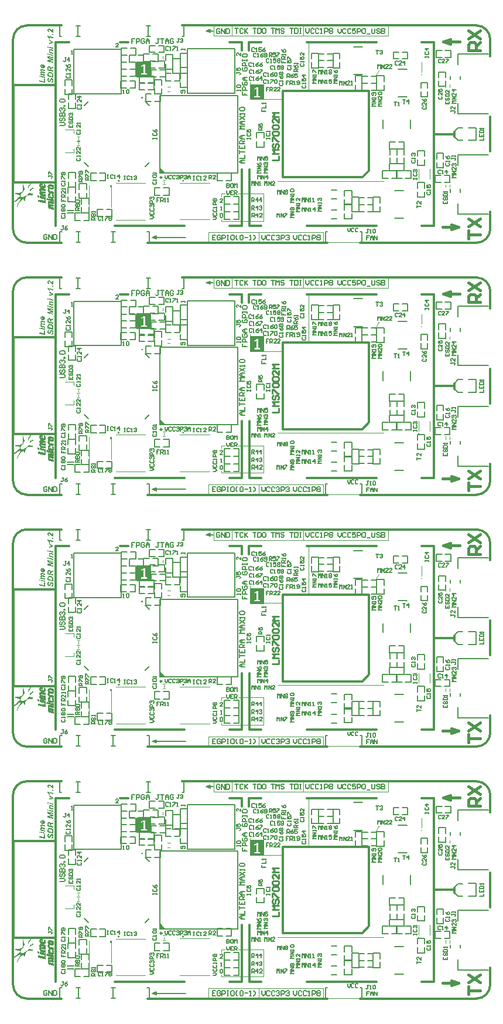
<source format=gto>
G04 Layer_Color=65535*
%FSLAX44Y44*%
%MOMM*%
G71*
G01*
G75*
%ADD11C,0.3090*%
%ADD12C,0.2000*%
%ADD13C,0.3000*%
%ADD52C,0.1500*%
%ADD54C,0.4000*%
%ADD57C,0.1000*%
%ADD59C,0.2500*%
%ADD125C,0.0762*%
%ADD126C,0.1270*%
%ADD127C,0.0254*%
G36*
X52303Y1400252D02*
X52435Y1400240D01*
X52579Y1400216D01*
X52748Y1400180D01*
X52928Y1400132D01*
X53120Y1400060D01*
X53144Y1400048D01*
X53204Y1400024D01*
X53300Y1399976D01*
X53432Y1399904D01*
X53589Y1399808D01*
X53769Y1399687D01*
X53961Y1399555D01*
X54165Y1399387D01*
X54177Y1399375D01*
X54237Y1399327D01*
X54321Y1399243D01*
X54441Y1399123D01*
X54598Y1398967D01*
X54790Y1398774D01*
X55006Y1398546D01*
X55258Y1398282D01*
X55271Y1398270D01*
X55294Y1398246D01*
X55319Y1398210D01*
X55367Y1398162D01*
X55487Y1398029D01*
X55643Y1397873D01*
X55799Y1397705D01*
X55955Y1397537D01*
X56100Y1397393D01*
X56220Y1397273D01*
X56232Y1397261D01*
X56268Y1397237D01*
X56316Y1397189D01*
X56376Y1397128D01*
X56460Y1397056D01*
X56556Y1396984D01*
X56760Y1396816D01*
Y1399700D01*
X58250Y1399387D01*
Y1394341D01*
X58226D01*
X58190Y1394353D01*
X58142D01*
X58022Y1394377D01*
X57878Y1394413D01*
X57697Y1394461D01*
X57505Y1394521D01*
X57289Y1394593D01*
X57085Y1394689D01*
X57073D01*
X57061Y1394702D01*
X56989Y1394738D01*
X56880Y1394798D01*
X56748Y1394882D01*
X56592Y1394990D01*
X56424Y1395110D01*
X56244Y1395242D01*
X56063Y1395386D01*
X56039Y1395410D01*
X55967Y1395470D01*
X55919Y1395518D01*
X55859Y1395579D01*
X55775Y1395651D01*
X55691Y1395735D01*
X55583Y1395831D01*
X55475Y1395951D01*
X55343Y1396071D01*
X55210Y1396215D01*
X55054Y1396371D01*
X54886Y1396540D01*
X54706Y1396720D01*
X54514Y1396924D01*
X54502Y1396936D01*
X54478Y1396960D01*
X54441Y1397008D01*
X54381Y1397056D01*
X54249Y1397200D01*
X54081Y1397369D01*
X53901Y1397549D01*
X53733Y1397729D01*
X53576Y1397873D01*
X53516Y1397933D01*
X53468Y1397981D01*
X53444Y1397993D01*
X53396Y1398042D01*
X53312Y1398114D01*
X53204Y1398198D01*
X53084Y1398294D01*
X52952Y1398378D01*
X52820Y1398462D01*
X52699Y1398522D01*
X52687Y1398534D01*
X52639Y1398546D01*
X52579Y1398570D01*
X52507Y1398606D01*
X52411Y1398630D01*
X52315Y1398654D01*
X52207Y1398666D01*
X52111Y1398678D01*
X52039D01*
X51967Y1398666D01*
X51870Y1398642D01*
X51762Y1398618D01*
X51642Y1398570D01*
X51534Y1398510D01*
X51426Y1398426D01*
X51414Y1398414D01*
X51390Y1398378D01*
X51342Y1398330D01*
X51294Y1398258D01*
X51246Y1398162D01*
X51198Y1398053D01*
X51174Y1397933D01*
X51162Y1397801D01*
Y1397789D01*
Y1397741D01*
X51174Y1397669D01*
X51198Y1397573D01*
X51234Y1397465D01*
X51294Y1397357D01*
X51366Y1397237D01*
X51462Y1397128D01*
X51474Y1397116D01*
X51522Y1397080D01*
X51594Y1397032D01*
X51702Y1396972D01*
X51846Y1396900D01*
X52027Y1396828D01*
X52243Y1396756D01*
X52507Y1396696D01*
X52279Y1395110D01*
X52267D01*
X52231Y1395122D01*
X52171Y1395134D01*
X52087Y1395146D01*
X51991Y1395182D01*
X51883Y1395206D01*
X51762Y1395242D01*
X51630Y1395290D01*
X51342Y1395410D01*
X51041Y1395567D01*
X50765Y1395759D01*
X50633Y1395879D01*
X50513Y1395999D01*
X50501Y1396011D01*
X50489Y1396035D01*
X50453Y1396071D01*
X50417Y1396131D01*
X50369Y1396191D01*
X50321Y1396275D01*
X50261Y1396371D01*
X50201Y1396492D01*
X50140Y1396612D01*
X50080Y1396744D01*
X49984Y1397044D01*
X49912Y1397381D01*
X49900Y1397573D01*
X49888Y1397765D01*
Y1397777D01*
Y1397813D01*
Y1397873D01*
X49900Y1397957D01*
X49912Y1398053D01*
X49924Y1398174D01*
X49936Y1398294D01*
X49972Y1398426D01*
X50044Y1398726D01*
X50153Y1399027D01*
X50224Y1399183D01*
X50309Y1399327D01*
X50417Y1399459D01*
X50525Y1399591D01*
X50537Y1399603D01*
X50549Y1399615D01*
X50585Y1399651D01*
X50633Y1399700D01*
X50705Y1399747D01*
X50777Y1399808D01*
X50861Y1399868D01*
X50957Y1399928D01*
X51186Y1400048D01*
X51462Y1400156D01*
X51774Y1400240D01*
X51943Y1400252D01*
X52123Y1400264D01*
X52207D01*
X52303Y1400252D01*
D02*
G37*
G36*
X58250Y1392539D02*
Y1390929D01*
X56676Y1391241D01*
Y1392851D01*
X58250Y1392539D01*
D02*
G37*
G36*
Y1388106D02*
Y1386472D01*
X52495Y1387673D01*
X52507Y1387649D01*
X52555Y1387589D01*
X52615Y1387481D01*
X52699Y1387337D01*
X52796Y1387169D01*
X52892Y1386964D01*
X53000Y1386736D01*
X53108Y1386496D01*
Y1386484D01*
X53120Y1386472D01*
X53132Y1386436D01*
X53156Y1386388D01*
X53192Y1386256D01*
X53252Y1386099D01*
X53312Y1385919D01*
X53372Y1385715D01*
X53432Y1385523D01*
X53480Y1385318D01*
X52027Y1385631D01*
Y1385643D01*
X52015Y1385655D01*
X51991Y1385727D01*
X51931Y1385835D01*
X51859Y1385979D01*
X51774Y1386147D01*
X51678Y1386352D01*
X51558Y1386580D01*
X51414Y1386820D01*
X51270Y1387072D01*
X51102Y1387337D01*
X50921Y1387613D01*
X50741Y1387878D01*
X50537Y1388142D01*
X50333Y1388406D01*
X50116Y1388646D01*
X49888Y1388875D01*
Y1389860D01*
X58250Y1388106D01*
D02*
G37*
G36*
Y1380945D02*
Y1379552D01*
X52219Y1378350D01*
Y1379948D01*
X54862Y1380357D01*
X54874D01*
X54910Y1380369D01*
X54958D01*
X55030Y1380381D01*
X55114Y1380393D01*
X55222Y1380417D01*
X55439Y1380453D01*
X55679Y1380489D01*
X55907Y1380525D01*
X56111Y1380549D01*
X56196Y1380561D01*
X56268Y1380573D01*
X56244Y1380585D01*
X56208Y1380609D01*
X56147Y1380645D01*
X56051Y1380693D01*
X55931Y1380765D01*
X55763Y1380849D01*
X55655Y1380909D01*
X55547Y1380969D01*
X55535D01*
X55523Y1380981D01*
X55451Y1381029D01*
X55343Y1381089D01*
X55210Y1381162D01*
X55078Y1381234D01*
X54958Y1381306D01*
X54850Y1381366D01*
X54778Y1381402D01*
X52219Y1382904D01*
Y1384658D01*
X58250Y1380945D01*
D02*
G37*
G36*
X51402Y1374167D02*
Y1372546D01*
X49936Y1372858D01*
Y1374468D01*
X51402Y1374167D01*
D02*
G37*
G36*
X58250Y1372726D02*
Y1371116D01*
X52219Y1372377D01*
Y1373999D01*
X58250Y1372726D01*
D02*
G37*
G36*
X53793Y1370443D02*
X53925Y1370419D01*
X54081Y1370395D01*
X54297Y1370359D01*
X54418Y1370335D01*
X54550Y1370311D01*
X54694Y1370275D01*
X54850Y1370239D01*
X58250Y1369506D01*
Y1367896D01*
X54838Y1368629D01*
X54826D01*
X54802Y1368641D01*
X54766D01*
X54718Y1368653D01*
X54586Y1368677D01*
X54441Y1368713D01*
X54285Y1368737D01*
X54129Y1368761D01*
X54009Y1368785D01*
X53961Y1368797D01*
X53877D01*
X53817Y1368785D01*
X53745Y1368773D01*
X53673Y1368749D01*
X53589Y1368713D01*
X53504Y1368665D01*
X53432Y1368605D01*
X53420Y1368593D01*
X53408Y1368569D01*
X53372Y1368533D01*
X53336Y1368473D01*
X53312Y1368401D01*
X53276Y1368317D01*
X53264Y1368208D01*
X53252Y1368088D01*
Y1368076D01*
Y1368028D01*
X53264Y1367956D01*
X53288Y1367848D01*
X53324Y1367728D01*
X53384Y1367596D01*
X53456Y1367452D01*
X53552Y1367283D01*
X53565Y1367259D01*
X53612Y1367211D01*
X53673Y1367127D01*
X53769Y1367031D01*
X53877Y1366923D01*
X54009Y1366803D01*
X54165Y1366695D01*
X54345Y1366586D01*
X54357Y1366575D01*
X54418Y1366550D01*
X54514Y1366514D01*
X54586Y1366490D01*
X54658Y1366466D01*
X54754Y1366442D01*
X54850Y1366406D01*
X54970Y1366370D01*
X55102Y1366334D01*
X55247Y1366298D01*
X55415Y1366250D01*
X55595Y1366214D01*
X55787Y1366166D01*
X58250Y1365649D01*
Y1364039D01*
X52219Y1365301D01*
Y1366839D01*
X53012Y1366683D01*
Y1366695D01*
X52988Y1366707D01*
X52928Y1366779D01*
X52844Y1366899D01*
X52736Y1367043D01*
X52627Y1367211D01*
X52507Y1367392D01*
X52399Y1367584D01*
X52303Y1367776D01*
X52291Y1367800D01*
X52267Y1367860D01*
X52231Y1367968D01*
X52195Y1368100D01*
X52159Y1368257D01*
X52123Y1368437D01*
X52099Y1368629D01*
X52087Y1368833D01*
Y1368845D01*
Y1368869D01*
Y1368905D01*
X52099Y1368953D01*
X52111Y1369097D01*
X52135Y1369266D01*
X52195Y1369458D01*
X52267Y1369650D01*
X52375Y1369842D01*
X52519Y1370023D01*
X52543Y1370047D01*
X52591Y1370095D01*
X52687Y1370155D01*
X52820Y1370239D01*
X52988Y1370323D01*
X53180Y1370383D01*
X53396Y1370431D01*
X53649Y1370455D01*
X53709D01*
X53793Y1370443D01*
D02*
G37*
G36*
X51402Y1363835D02*
Y1362213D01*
X49936Y1362526D01*
Y1364136D01*
X51402Y1363835D01*
D02*
G37*
G36*
X58250Y1362394D02*
Y1360784D01*
X52219Y1362045D01*
Y1363667D01*
X58250Y1362394D01*
D02*
G37*
G36*
Y1359078D02*
Y1357528D01*
X51354Y1358970D01*
X58250Y1355882D01*
Y1354260D01*
X51306Y1353948D01*
X58250Y1352638D01*
Y1351088D01*
X49936Y1352818D01*
Y1355257D01*
X55655Y1355522D01*
X49936Y1358129D01*
Y1360591D01*
X58250Y1359078D01*
D02*
G37*
G36*
X42792Y1348688D02*
X42960Y1348676D01*
X43141Y1348652D01*
X43501Y1348580D01*
Y1344495D01*
X43561D01*
X43609Y1344483D01*
X43753D01*
X43861Y1344507D01*
X44006Y1344531D01*
X44162Y1344567D01*
X44318Y1344627D01*
X44486Y1344711D01*
X44630Y1344819D01*
X44642Y1344831D01*
X44690Y1344879D01*
X44738Y1344951D01*
X44811Y1345059D01*
X44871Y1345179D01*
X44931Y1345324D01*
X44979Y1345492D01*
X44991Y1345672D01*
Y1345684D01*
Y1345708D01*
Y1345756D01*
X44979Y1345804D01*
X44967Y1345876D01*
X44943Y1345960D01*
X44883Y1346141D01*
X44847Y1346237D01*
X44787Y1346345D01*
X44714Y1346453D01*
X44630Y1346549D01*
X44534Y1346657D01*
X44426Y1346765D01*
X44294Y1346862D01*
X44150Y1346946D01*
X44390Y1348399D01*
X44402D01*
X44426Y1348375D01*
X44474Y1348351D01*
X44534Y1348315D01*
X44606Y1348279D01*
X44690Y1348219D01*
X44895Y1348099D01*
X45111Y1347931D01*
X45327Y1347726D01*
X45543Y1347498D01*
X45724Y1347246D01*
Y1347234D01*
X45748Y1347210D01*
X45760Y1347174D01*
X45796Y1347126D01*
X45820Y1347054D01*
X45856Y1346982D01*
X45940Y1346777D01*
X46024Y1346549D01*
X46084Y1346273D01*
X46132Y1345984D01*
X46156Y1345660D01*
Y1345648D01*
Y1345612D01*
Y1345540D01*
X46144Y1345456D01*
X46132Y1345348D01*
X46120Y1345228D01*
X46096Y1345095D01*
X46060Y1344951D01*
X45964Y1344639D01*
X45904Y1344471D01*
X45832Y1344303D01*
X45748Y1344146D01*
X45640Y1343978D01*
X45519Y1343822D01*
X45387Y1343678D01*
X45375Y1343666D01*
X45351Y1343642D01*
X45303Y1343606D01*
X45243Y1343558D01*
X45171Y1343497D01*
X45075Y1343437D01*
X44967Y1343365D01*
X44847Y1343305D01*
X44703Y1343233D01*
X44558Y1343161D01*
X44390Y1343101D01*
X44210Y1343041D01*
X44018Y1342993D01*
X43801Y1342957D01*
X43585Y1342933D01*
X43357Y1342921D01*
X43237D01*
X43153Y1342933D01*
X43045Y1342945D01*
X42912Y1342957D01*
X42768Y1342981D01*
X42612Y1343005D01*
X42276Y1343089D01*
X42095Y1343149D01*
X41903Y1343209D01*
X41711Y1343293D01*
X41519Y1343377D01*
X41326Y1343486D01*
X41146Y1343606D01*
X41134Y1343618D01*
X41086Y1343654D01*
X41026Y1343702D01*
X40942Y1343774D01*
X40846Y1343882D01*
X40726Y1343990D01*
X40618Y1344134D01*
X40486Y1344290D01*
X40365Y1344471D01*
X40245Y1344675D01*
X40137Y1344891D01*
X40041Y1345131D01*
X39957Y1345384D01*
X39897Y1345660D01*
X39849Y1345960D01*
X39837Y1346273D01*
Y1346285D01*
Y1346321D01*
Y1346381D01*
X39849Y1346453D01*
X39861Y1346549D01*
X39873Y1346657D01*
X39897Y1346777D01*
X39921Y1346909D01*
X40005Y1347198D01*
X40053Y1347342D01*
X40125Y1347486D01*
X40209Y1347630D01*
X40293Y1347775D01*
X40401Y1347907D01*
X40522Y1348039D01*
X40534Y1348051D01*
X40558Y1348063D01*
X40594Y1348099D01*
X40642Y1348147D01*
X40714Y1348195D01*
X40798Y1348243D01*
X40906Y1348303D01*
X41014Y1348375D01*
X41146Y1348435D01*
X41290Y1348495D01*
X41447Y1348544D01*
X41627Y1348591D01*
X41807Y1348640D01*
X42011Y1348676D01*
X42216Y1348688D01*
X42444Y1348700D01*
X42660D01*
X42792Y1348688D01*
D02*
G37*
G36*
X41399Y1342032D02*
X41507Y1342020D01*
X41651Y1342008D01*
X41843Y1341972D01*
X42071Y1341936D01*
X42336Y1341876D01*
X46000Y1341083D01*
Y1339473D01*
X42336Y1340254D01*
X42324D01*
X42300Y1340266D01*
X42276D01*
X42228Y1340278D01*
X42107Y1340302D01*
X41975Y1340326D01*
X41843Y1340350D01*
X41711Y1340374D01*
X41615Y1340398D01*
X41507D01*
X41471Y1340386D01*
X41411Y1340374D01*
X41279Y1340338D01*
X41218Y1340290D01*
X41158Y1340242D01*
X41146Y1340230D01*
X41134Y1340218D01*
X41110Y1340182D01*
X41074Y1340134D01*
X41050Y1340074D01*
X41026Y1339989D01*
X41014Y1339905D01*
X41002Y1339797D01*
Y1339785D01*
Y1339773D01*
Y1339737D01*
X41014Y1339689D01*
X41038Y1339569D01*
X41086Y1339425D01*
X41158Y1339256D01*
X41279Y1339064D01*
X41350Y1338968D01*
X41435Y1338872D01*
X41531Y1338788D01*
X41651Y1338692D01*
X41675Y1338680D01*
X41699Y1338656D01*
X41735Y1338632D01*
X41795Y1338608D01*
X41855Y1338572D01*
X41939Y1338524D01*
X42023Y1338488D01*
X42132Y1338439D01*
X42252Y1338392D01*
X42384Y1338343D01*
X42528Y1338295D01*
X42684Y1338235D01*
X42864Y1338187D01*
X43057Y1338139D01*
X43273Y1338091D01*
X46000Y1337514D01*
Y1335905D01*
X42372Y1336661D01*
X42360D01*
X42348Y1336673D01*
X42264Y1336685D01*
X42155Y1336709D01*
X42035Y1336734D01*
X41891Y1336758D01*
X41759Y1336770D01*
X41639Y1336794D01*
X41519D01*
X41471Y1336782D01*
X41411Y1336770D01*
X41290Y1336721D01*
X41218Y1336685D01*
X41158Y1336625D01*
X41146Y1336613D01*
X41134Y1336601D01*
X41110Y1336565D01*
X41074Y1336517D01*
X41050Y1336445D01*
X41026Y1336373D01*
X41014Y1336289D01*
X41002Y1336181D01*
Y1336169D01*
Y1336133D01*
X41014Y1336085D01*
X41026Y1336013D01*
X41038Y1335929D01*
X41074Y1335833D01*
X41110Y1335736D01*
X41170Y1335628D01*
X41182Y1335616D01*
X41194Y1335580D01*
X41230Y1335520D01*
X41279Y1335460D01*
X41339Y1335376D01*
X41423Y1335292D01*
X41507Y1335208D01*
X41603Y1335124D01*
X41615Y1335112D01*
X41651Y1335088D01*
X41711Y1335052D01*
X41795Y1335004D01*
X41891Y1334943D01*
X42023Y1334883D01*
X42155Y1334823D01*
X42312Y1334763D01*
X42324D01*
X42360Y1334751D01*
X42420Y1334727D01*
X42504Y1334703D01*
X42624Y1334679D01*
X42792Y1334631D01*
X42984Y1334583D01*
X43105Y1334559D01*
X43237Y1334523D01*
X46000Y1333946D01*
Y1332336D01*
X39969Y1333598D01*
Y1335124D01*
X40702Y1334979D01*
X40690Y1334991D01*
X40666Y1335016D01*
X40618Y1335063D01*
X40570Y1335136D01*
X40497Y1335220D01*
X40425Y1335316D01*
X40353Y1335424D01*
X40269Y1335556D01*
X40113Y1335845D01*
X39969Y1336157D01*
X39921Y1336337D01*
X39873Y1336505D01*
X39849Y1336698D01*
X39837Y1336878D01*
Y1336890D01*
Y1336914D01*
Y1336938D01*
Y1336986D01*
X39849Y1337118D01*
X39873Y1337262D01*
X39909Y1337430D01*
X39957Y1337611D01*
X40029Y1337779D01*
X40125Y1337923D01*
X40137Y1337935D01*
X40173Y1337983D01*
X40245Y1338043D01*
X40329Y1338127D01*
X40437Y1338199D01*
X40582Y1338283D01*
X40726Y1338355D01*
X40906Y1338403D01*
X40882Y1338416D01*
X40834Y1338464D01*
X40750Y1338536D01*
X40642Y1338632D01*
X40522Y1338764D01*
X40401Y1338908D01*
X40269Y1339088D01*
X40149Y1339292D01*
Y1339305D01*
X40137Y1339317D01*
X40125Y1339353D01*
X40101Y1339401D01*
X40053Y1339509D01*
X39993Y1339665D01*
X39933Y1339845D01*
X39885Y1340061D01*
X39849Y1340278D01*
X39837Y1340518D01*
Y1340530D01*
Y1340554D01*
Y1340590D01*
Y1340638D01*
X39861Y1340770D01*
X39885Y1340927D01*
X39933Y1341107D01*
X40005Y1341299D01*
X40101Y1341479D01*
X40233Y1341635D01*
X40245Y1341647D01*
X40305Y1341695D01*
X40389Y1341767D01*
X40510Y1341840D01*
X40654Y1341912D01*
X40822Y1341984D01*
X41026Y1342032D01*
X41254Y1342044D01*
X41315D01*
X41399Y1342032D01*
D02*
G37*
G36*
X52303Y1346117D02*
X52387Y1346105D01*
X52495Y1346093D01*
X52615Y1346081D01*
X52736Y1346044D01*
X53012Y1345972D01*
X53312Y1345864D01*
X53456Y1345792D01*
X53601Y1345708D01*
X53745Y1345600D01*
X53877Y1345492D01*
X53889Y1345480D01*
X53901Y1345468D01*
X53937Y1345420D01*
X53985Y1345372D01*
X54045Y1345300D01*
X54105Y1345228D01*
X54165Y1345131D01*
X54237Y1345011D01*
X54309Y1344891D01*
X54381Y1344747D01*
X54454Y1344591D01*
X54526Y1344411D01*
X54586Y1344230D01*
X54634Y1344026D01*
X54682Y1343798D01*
X54718Y1343570D01*
X54730Y1343582D01*
X54766Y1343630D01*
X54838Y1343690D01*
X54922Y1343774D01*
X55042Y1343858D01*
X55174Y1343966D01*
X55331Y1344074D01*
X55499Y1344182D01*
X55511Y1344194D01*
X55547Y1344206D01*
X55595Y1344242D01*
X55679Y1344278D01*
X55775Y1344339D01*
X55895Y1344399D01*
X56039Y1344471D01*
X56208Y1344555D01*
X56388Y1344651D01*
X56592Y1344747D01*
X56820Y1344855D01*
X57073Y1344963D01*
X57337Y1345083D01*
X57625Y1345204D01*
X57926Y1345336D01*
X58250Y1345468D01*
Y1343630D01*
X58238D01*
X58214Y1343618D01*
X58178Y1343606D01*
X58118Y1343582D01*
X58046Y1343558D01*
X57950Y1343522D01*
X57842Y1343486D01*
X57709Y1343437D01*
X57565Y1343377D01*
X57409Y1343317D01*
X57229Y1343245D01*
X57037Y1343161D01*
X56820Y1343077D01*
X56580Y1342981D01*
X56328Y1342873D01*
X56063Y1342753D01*
X56051D01*
X56027Y1342741D01*
X55991Y1342717D01*
X55931Y1342693D01*
X55799Y1342621D01*
X55631Y1342524D01*
X55451Y1342416D01*
X55271Y1342296D01*
X55102Y1342152D01*
X55042Y1342080D01*
X54982Y1342008D01*
X54970Y1341996D01*
X54958Y1341960D01*
X54934Y1341900D01*
X54898Y1341815D01*
X54862Y1341695D01*
X54838Y1341551D01*
X54826Y1341371D01*
X54814Y1341155D01*
Y1340458D01*
X58250Y1339737D01*
Y1338043D01*
X49936Y1339785D01*
Y1343461D01*
Y1343474D01*
Y1343510D01*
Y1343558D01*
Y1343618D01*
Y1343702D01*
X49948Y1343786D01*
X49960Y1344002D01*
X49984Y1344242D01*
X50020Y1344483D01*
X50068Y1344723D01*
X50140Y1344939D01*
Y1344951D01*
X50153Y1344963D01*
X50177Y1345023D01*
X50224Y1345119D01*
X50297Y1345240D01*
X50405Y1345384D01*
X50525Y1345528D01*
X50681Y1345660D01*
X50861Y1345792D01*
X50885Y1345804D01*
X50957Y1345840D01*
X51066Y1345900D01*
X51210Y1345960D01*
X51390Y1346021D01*
X51606Y1346081D01*
X51859Y1346117D01*
X52123Y1346129D01*
X52219D01*
X52303Y1346117D01*
D02*
G37*
G36*
X39152Y1332204D02*
Y1330582D01*
X37686Y1330895D01*
Y1332504D01*
X39152Y1332204D01*
D02*
G37*
G36*
X53612Y1337551D02*
X53733D01*
X53865Y1337538D01*
X54021Y1337514D01*
X54189Y1337502D01*
X54369Y1337466D01*
X54562Y1337442D01*
X54958Y1337346D01*
X55367Y1337214D01*
X55571Y1337142D01*
X55775Y1337046D01*
X55787D01*
X55823Y1337022D01*
X55871Y1336998D01*
X55943Y1336950D01*
X56039Y1336902D01*
X56136Y1336842D01*
X56376Y1336685D01*
X56640Y1336505D01*
X56916Y1336277D01*
X57181Y1336025D01*
X57433Y1335748D01*
Y1335736D01*
X57457Y1335724D01*
X57481Y1335688D01*
X57505Y1335640D01*
X57553Y1335580D01*
X57589Y1335508D01*
X57697Y1335328D01*
X57806Y1335112D01*
X57926Y1334847D01*
X58034Y1334547D01*
X58130Y1334211D01*
Y1334187D01*
X58142Y1334151D01*
X58154Y1334114D01*
Y1334054D01*
X58166Y1333982D01*
X58178Y1333898D01*
X58190Y1333802D01*
X58202Y1333694D01*
X58214Y1333574D01*
X58226Y1333442D01*
Y1333285D01*
X58238Y1333129D01*
X58250Y1332949D01*
Y1332769D01*
Y1332565D01*
Y1329633D01*
X49936Y1331375D01*
Y1333610D01*
Y1333622D01*
Y1333646D01*
Y1333694D01*
Y1333766D01*
Y1333838D01*
Y1333922D01*
Y1334114D01*
X49948Y1334319D01*
Y1334523D01*
X49960Y1334691D01*
Y1334751D01*
X49972Y1334811D01*
Y1334823D01*
Y1334835D01*
X49984Y1334895D01*
X49996Y1334991D01*
X50020Y1335124D01*
X50044Y1335268D01*
X50080Y1335424D01*
X50188Y1335736D01*
X50201Y1335760D01*
X50212Y1335808D01*
X50249Y1335880D01*
X50297Y1335989D01*
X50369Y1336097D01*
X50441Y1336229D01*
X50525Y1336349D01*
X50633Y1336481D01*
X50645Y1336493D01*
X50681Y1336541D01*
X50741Y1336601D01*
X50825Y1336685D01*
X50921Y1336770D01*
X51041Y1336866D01*
X51174Y1336962D01*
X51318Y1337058D01*
X51330Y1337070D01*
X51390Y1337094D01*
X51474Y1337142D01*
X51582Y1337190D01*
X51714Y1337250D01*
X51870Y1337322D01*
X52051Y1337382D01*
X52243Y1337430D01*
X52267Y1337442D01*
X52339Y1337454D01*
X52447Y1337478D01*
X52579Y1337502D01*
X52748Y1337527D01*
X52952Y1337538D01*
X53156Y1337563D01*
X53516D01*
X53612Y1337551D01*
D02*
G37*
G36*
X46000Y1330762D02*
Y1329153D01*
X39969Y1330414D01*
Y1332036D01*
X46000Y1330762D01*
D02*
G37*
G36*
Y1328059D02*
Y1322100D01*
X37686Y1323842D01*
Y1325548D01*
X44606Y1324095D01*
Y1328348D01*
X46000Y1328059D01*
D02*
G37*
G36*
X52375Y1327615D02*
X52351D01*
X52279Y1327603D01*
X52171Y1327567D01*
X52039Y1327531D01*
X51894Y1327471D01*
X51738Y1327399D01*
X51594Y1327302D01*
X51462Y1327170D01*
X51450Y1327158D01*
X51414Y1327098D01*
X51354Y1327014D01*
X51294Y1326894D01*
X51246Y1326750D01*
X51186Y1326557D01*
X51150Y1326329D01*
X51138Y1326077D01*
Y1326065D01*
Y1326041D01*
Y1326005D01*
Y1325957D01*
X51150Y1325837D01*
X51174Y1325681D01*
X51198Y1325524D01*
X51246Y1325356D01*
X51306Y1325200D01*
X51390Y1325068D01*
X51402Y1325056D01*
X51438Y1325020D01*
X51486Y1324972D01*
X51558Y1324924D01*
X51654Y1324863D01*
X51762Y1324815D01*
X51894Y1324779D01*
X52027Y1324767D01*
X52087D01*
X52147Y1324779D01*
X52231Y1324803D01*
X52327Y1324839D01*
X52423Y1324888D01*
X52519Y1324948D01*
X52615Y1325044D01*
X52627Y1325056D01*
X52663Y1325104D01*
X52712Y1325176D01*
X52784Y1325296D01*
X52832Y1325380D01*
X52880Y1325464D01*
X52940Y1325560D01*
X53000Y1325681D01*
X53060Y1325801D01*
X53132Y1325945D01*
X53204Y1326101D01*
X53276Y1326269D01*
X53288Y1326281D01*
X53300Y1326329D01*
X53336Y1326401D01*
X53372Y1326497D01*
X53432Y1326618D01*
X53492Y1326750D01*
X53637Y1327038D01*
X53793Y1327350D01*
X53961Y1327651D01*
X54045Y1327795D01*
X54129Y1327915D01*
X54213Y1328023D01*
X54285Y1328107D01*
X54297Y1328119D01*
X54309Y1328131D01*
X54345Y1328167D01*
X54381Y1328203D01*
X54514Y1328300D01*
X54682Y1328408D01*
X54886Y1328516D01*
X55138Y1328600D01*
X55427Y1328672D01*
X55571Y1328684D01*
X55739Y1328696D01*
X55847D01*
X55919Y1328684D01*
X56015Y1328672D01*
X56136Y1328648D01*
X56256Y1328624D01*
X56388Y1328588D01*
X56532Y1328540D01*
X56688Y1328480D01*
X56844Y1328408D01*
X57000Y1328324D01*
X57157Y1328228D01*
X57325Y1328107D01*
X57469Y1327975D01*
X57625Y1327819D01*
X57637Y1327807D01*
X57661Y1327783D01*
X57697Y1327723D01*
X57745Y1327663D01*
X57806Y1327567D01*
X57878Y1327459D01*
X57938Y1327338D01*
X58010Y1327182D01*
X58094Y1327026D01*
X58154Y1326846D01*
X58226Y1326642D01*
X58286Y1326425D01*
X58334Y1326197D01*
X58370Y1325945D01*
X58394Y1325681D01*
X58406Y1325392D01*
Y1325380D01*
Y1325344D01*
Y1325284D01*
Y1325212D01*
X58394Y1325116D01*
X58382Y1325008D01*
Y1324888D01*
X58358Y1324755D01*
X58322Y1324467D01*
X58262Y1324155D01*
X58178Y1323830D01*
X58058Y1323530D01*
Y1323518D01*
X58046Y1323494D01*
X58022Y1323458D01*
X57986Y1323398D01*
X57914Y1323266D01*
X57793Y1323097D01*
X57661Y1322917D01*
X57481Y1322737D01*
X57289Y1322569D01*
X57061Y1322425D01*
X57049D01*
X57037Y1322413D01*
X57000Y1322401D01*
X56940Y1322377D01*
X56880Y1322352D01*
X56808Y1322328D01*
X56628Y1322268D01*
X56412Y1322208D01*
X56160Y1322160D01*
X55883Y1322136D01*
X55583Y1322124D01*
X55487Y1323758D01*
X55559D01*
X55607Y1323770D01*
X55751Y1323782D01*
X55907Y1323806D01*
X56087Y1323830D01*
X56268Y1323878D01*
X56424Y1323938D01*
X56544Y1324023D01*
X56568Y1324046D01*
X56616Y1324095D01*
X56676Y1324191D01*
X56760Y1324335D01*
X56796Y1324419D01*
X56844Y1324527D01*
X56880Y1324635D01*
X56904Y1324767D01*
X56940Y1324899D01*
X56953Y1325056D01*
X56976Y1325224D01*
Y1325404D01*
Y1325416D01*
Y1325440D01*
Y1325488D01*
Y1325536D01*
X56965Y1325608D01*
Y1325692D01*
X56940Y1325873D01*
X56904Y1326065D01*
X56844Y1326269D01*
X56772Y1326461D01*
X56676Y1326618D01*
X56664Y1326630D01*
X56628Y1326678D01*
X56556Y1326738D01*
X56472Y1326810D01*
X56364Y1326882D01*
X56244Y1326942D01*
X56111Y1326990D01*
X55955Y1327002D01*
X55895D01*
X55823Y1326990D01*
X55739Y1326966D01*
X55643Y1326930D01*
X55535Y1326870D01*
X55427Y1326798D01*
X55331Y1326690D01*
X55319Y1326678D01*
X55294Y1326642D01*
X55247Y1326570D01*
X55186Y1326461D01*
X55138Y1326389D01*
X55090Y1326305D01*
X55042Y1326209D01*
X54994Y1326101D01*
X54934Y1325969D01*
X54862Y1325837D01*
X54790Y1325668D01*
X54718Y1325500D01*
Y1325488D01*
X54694Y1325452D01*
X54682Y1325404D01*
X54646Y1325344D01*
X54610Y1325260D01*
X54574Y1325164D01*
X54478Y1324960D01*
X54357Y1324731D01*
X54249Y1324491D01*
X54129Y1324275D01*
X54069Y1324167D01*
X54021Y1324083D01*
X54009Y1324059D01*
X53973Y1324010D01*
X53901Y1323926D01*
X53817Y1323830D01*
X53721Y1323722D01*
X53589Y1323602D01*
X53444Y1323494D01*
X53288Y1323386D01*
X53264Y1323374D01*
X53204Y1323350D01*
X53108Y1323302D01*
X52988Y1323266D01*
X52832Y1323217D01*
X52651Y1323170D01*
X52447Y1323145D01*
X52231Y1323133D01*
X52123D01*
X52051Y1323145D01*
X51967Y1323158D01*
X51859Y1323170D01*
X51738Y1323194D01*
X51618Y1323230D01*
X51342Y1323314D01*
X51198Y1323386D01*
X51041Y1323458D01*
X50897Y1323542D01*
X50753Y1323638D01*
X50609Y1323758D01*
X50477Y1323890D01*
X50465Y1323902D01*
X50441Y1323926D01*
X50417Y1323974D01*
X50369Y1324034D01*
X50321Y1324107D01*
X50261Y1324203D01*
X50188Y1324323D01*
X50128Y1324455D01*
X50068Y1324599D01*
X49996Y1324755D01*
X49936Y1324936D01*
X49888Y1325140D01*
X49840Y1325356D01*
X49804Y1325584D01*
X49792Y1325825D01*
X49780Y1326089D01*
Y1326101D01*
Y1326149D01*
Y1326233D01*
X49792Y1326329D01*
X49804Y1326449D01*
X49816Y1326593D01*
X49840Y1326750D01*
X49864Y1326918D01*
X49948Y1327290D01*
X50008Y1327483D01*
X50068Y1327663D01*
X50153Y1327855D01*
X50249Y1328035D01*
X50357Y1328203D01*
X50477Y1328360D01*
X50489Y1328372D01*
X50513Y1328396D01*
X50549Y1328432D01*
X50597Y1328492D01*
X50669Y1328552D01*
X50753Y1328624D01*
X50849Y1328696D01*
X50957Y1328768D01*
X51090Y1328852D01*
X51222Y1328936D01*
X51378Y1329008D01*
X51534Y1329081D01*
X51714Y1329140D01*
X51894Y1329189D01*
X52099Y1329225D01*
X52303Y1329249D01*
X52375Y1327615D01*
D02*
G37*
G36*
X219308Y1191950D02*
X212500D01*
Y1198758D01*
X219308Y1191950D01*
D02*
G37*
G36*
X142250Y1172350D02*
X140250D01*
Y1174350D01*
X142250D01*
Y1172350D01*
D02*
G37*
G36*
X52303Y1036552D02*
X52435Y1036540D01*
X52579Y1036516D01*
X52748Y1036480D01*
X52928Y1036432D01*
X53120Y1036360D01*
X53144Y1036348D01*
X53204Y1036324D01*
X53300Y1036276D01*
X53432Y1036204D01*
X53589Y1036107D01*
X53769Y1035987D01*
X53961Y1035855D01*
X54165Y1035687D01*
X54177Y1035675D01*
X54237Y1035627D01*
X54321Y1035543D01*
X54441Y1035423D01*
X54598Y1035266D01*
X54790Y1035074D01*
X55006Y1034846D01*
X55258Y1034582D01*
X55271Y1034570D01*
X55294Y1034546D01*
X55319Y1034510D01*
X55367Y1034462D01*
X55487Y1034329D01*
X55643Y1034173D01*
X55799Y1034005D01*
X55955Y1033837D01*
X56100Y1033693D01*
X56220Y1033572D01*
X56232Y1033560D01*
X56268Y1033537D01*
X56316Y1033488D01*
X56376Y1033428D01*
X56460Y1033356D01*
X56556Y1033284D01*
X56760Y1033116D01*
Y1035999D01*
X58250Y1035687D01*
Y1030641D01*
X58226D01*
X58190Y1030653D01*
X58142D01*
X58022Y1030677D01*
X57878Y1030713D01*
X57697Y1030761D01*
X57505Y1030821D01*
X57289Y1030893D01*
X57085Y1030990D01*
X57073D01*
X57061Y1031002D01*
X56989Y1031038D01*
X56880Y1031098D01*
X56748Y1031182D01*
X56592Y1031290D01*
X56424Y1031410D01*
X56244Y1031542D01*
X56063Y1031686D01*
X56039Y1031710D01*
X55967Y1031770D01*
X55919Y1031818D01*
X55859Y1031879D01*
X55775Y1031951D01*
X55691Y1032035D01*
X55583Y1032131D01*
X55475Y1032251D01*
X55343Y1032371D01*
X55210Y1032515D01*
X55054Y1032672D01*
X54886Y1032840D01*
X54706Y1033020D01*
X54514Y1033224D01*
X54502Y1033236D01*
X54478Y1033260D01*
X54441Y1033308D01*
X54381Y1033356D01*
X54249Y1033500D01*
X54081Y1033669D01*
X53901Y1033849D01*
X53733Y1034029D01*
X53576Y1034173D01*
X53516Y1034233D01*
X53468Y1034281D01*
X53444Y1034293D01*
X53396Y1034341D01*
X53312Y1034414D01*
X53204Y1034498D01*
X53084Y1034594D01*
X52952Y1034678D01*
X52820Y1034762D01*
X52699Y1034822D01*
X52687Y1034834D01*
X52639Y1034846D01*
X52579Y1034870D01*
X52507Y1034906D01*
X52411Y1034930D01*
X52315Y1034954D01*
X52207Y1034966D01*
X52111Y1034978D01*
X52039D01*
X51967Y1034966D01*
X51870Y1034942D01*
X51762Y1034918D01*
X51642Y1034870D01*
X51534Y1034810D01*
X51426Y1034726D01*
X51414Y1034714D01*
X51390Y1034678D01*
X51342Y1034630D01*
X51294Y1034558D01*
X51246Y1034462D01*
X51198Y1034353D01*
X51174Y1034233D01*
X51162Y1034101D01*
Y1034089D01*
Y1034041D01*
X51174Y1033969D01*
X51198Y1033873D01*
X51234Y1033765D01*
X51294Y1033657D01*
X51366Y1033537D01*
X51462Y1033428D01*
X51474Y1033416D01*
X51522Y1033380D01*
X51594Y1033332D01*
X51702Y1033272D01*
X51846Y1033200D01*
X52027Y1033128D01*
X52243Y1033056D01*
X52507Y1032996D01*
X52279Y1031410D01*
X52267D01*
X52231Y1031422D01*
X52171Y1031434D01*
X52087Y1031446D01*
X51991Y1031482D01*
X51883Y1031506D01*
X51762Y1031542D01*
X51630Y1031590D01*
X51342Y1031710D01*
X51041Y1031867D01*
X50765Y1032059D01*
X50633Y1032179D01*
X50513Y1032299D01*
X50501Y1032311D01*
X50489Y1032335D01*
X50453Y1032371D01*
X50417Y1032431D01*
X50369Y1032491D01*
X50321Y1032575D01*
X50261Y1032672D01*
X50201Y1032792D01*
X50140Y1032912D01*
X50080Y1033044D01*
X49984Y1033344D01*
X49912Y1033681D01*
X49900Y1033873D01*
X49888Y1034065D01*
Y1034077D01*
Y1034113D01*
Y1034173D01*
X49900Y1034257D01*
X49912Y1034353D01*
X49924Y1034474D01*
X49936Y1034594D01*
X49972Y1034726D01*
X50044Y1035026D01*
X50153Y1035327D01*
X50224Y1035483D01*
X50309Y1035627D01*
X50417Y1035759D01*
X50525Y1035891D01*
X50537Y1035903D01*
X50549Y1035915D01*
X50585Y1035951D01*
X50633Y1035999D01*
X50705Y1036048D01*
X50777Y1036107D01*
X50861Y1036168D01*
X50957Y1036228D01*
X51186Y1036348D01*
X51462Y1036456D01*
X51774Y1036540D01*
X51943Y1036552D01*
X52123Y1036564D01*
X52207D01*
X52303Y1036552D01*
D02*
G37*
G36*
X58250Y1028839D02*
Y1027229D01*
X56676Y1027541D01*
Y1029151D01*
X58250Y1028839D01*
D02*
G37*
G36*
Y1024406D02*
Y1022772D01*
X52495Y1023973D01*
X52507Y1023949D01*
X52555Y1023889D01*
X52615Y1023781D01*
X52699Y1023637D01*
X52796Y1023469D01*
X52892Y1023264D01*
X53000Y1023036D01*
X53108Y1022796D01*
Y1022784D01*
X53120Y1022772D01*
X53132Y1022736D01*
X53156Y1022688D01*
X53192Y1022555D01*
X53252Y1022399D01*
X53312Y1022219D01*
X53372Y1022015D01*
X53432Y1021823D01*
X53480Y1021618D01*
X52027Y1021931D01*
Y1021943D01*
X52015Y1021955D01*
X51991Y1022027D01*
X51931Y1022135D01*
X51859Y1022279D01*
X51774Y1022447D01*
X51678Y1022652D01*
X51558Y1022880D01*
X51414Y1023120D01*
X51270Y1023372D01*
X51102Y1023637D01*
X50921Y1023913D01*
X50741Y1024177D01*
X50537Y1024442D01*
X50333Y1024706D01*
X50116Y1024946D01*
X49888Y1025175D01*
Y1026160D01*
X58250Y1024406D01*
D02*
G37*
G36*
Y1017245D02*
Y1015852D01*
X52219Y1014650D01*
Y1016248D01*
X54862Y1016656D01*
X54874D01*
X54910Y1016669D01*
X54958D01*
X55030Y1016681D01*
X55114Y1016693D01*
X55222Y1016717D01*
X55439Y1016753D01*
X55679Y1016789D01*
X55907Y1016825D01*
X56111Y1016849D01*
X56196Y1016861D01*
X56268Y1016873D01*
X56244Y1016885D01*
X56208Y1016909D01*
X56147Y1016945D01*
X56051Y1016993D01*
X55931Y1017065D01*
X55763Y1017149D01*
X55655Y1017209D01*
X55547Y1017269D01*
X55535D01*
X55523Y1017281D01*
X55451Y1017329D01*
X55343Y1017389D01*
X55210Y1017461D01*
X55078Y1017534D01*
X54958Y1017606D01*
X54850Y1017666D01*
X54778Y1017702D01*
X52219Y1019203D01*
Y1020958D01*
X58250Y1017245D01*
D02*
G37*
G36*
X51402Y1010467D02*
Y1008846D01*
X49936Y1009158D01*
Y1010768D01*
X51402Y1010467D01*
D02*
G37*
G36*
X58250Y1009026D02*
Y1007416D01*
X52219Y1008677D01*
Y1010299D01*
X58250Y1009026D01*
D02*
G37*
G36*
X53793Y1006743D02*
X53925Y1006719D01*
X54081Y1006695D01*
X54297Y1006659D01*
X54418Y1006635D01*
X54550Y1006611D01*
X54694Y1006575D01*
X54850Y1006539D01*
X58250Y1005806D01*
Y1004196D01*
X54838Y1004929D01*
X54826D01*
X54802Y1004941D01*
X54766D01*
X54718Y1004953D01*
X54586Y1004977D01*
X54441Y1005013D01*
X54285Y1005037D01*
X54129Y1005061D01*
X54009Y1005085D01*
X53961Y1005097D01*
X53877D01*
X53817Y1005085D01*
X53745Y1005073D01*
X53673Y1005049D01*
X53589Y1005013D01*
X53504Y1004965D01*
X53432Y1004905D01*
X53420Y1004893D01*
X53408Y1004869D01*
X53372Y1004833D01*
X53336Y1004773D01*
X53312Y1004701D01*
X53276Y1004616D01*
X53264Y1004508D01*
X53252Y1004388D01*
Y1004376D01*
Y1004328D01*
X53264Y1004256D01*
X53288Y1004148D01*
X53324Y1004028D01*
X53384Y1003896D01*
X53456Y1003752D01*
X53552Y1003583D01*
X53565Y1003559D01*
X53612Y1003511D01*
X53673Y1003427D01*
X53769Y1003331D01*
X53877Y1003223D01*
X54009Y1003103D01*
X54165Y1002995D01*
X54345Y1002887D01*
X54357Y1002875D01*
X54418Y1002850D01*
X54514Y1002814D01*
X54586Y1002790D01*
X54658Y1002766D01*
X54754Y1002742D01*
X54850Y1002706D01*
X54970Y1002670D01*
X55102Y1002634D01*
X55247Y1002598D01*
X55415Y1002550D01*
X55595Y1002514D01*
X55787Y1002466D01*
X58250Y1001949D01*
Y1000340D01*
X52219Y1001601D01*
Y1003139D01*
X53012Y1002983D01*
Y1002995D01*
X52988Y1003007D01*
X52928Y1003079D01*
X52844Y1003199D01*
X52736Y1003343D01*
X52627Y1003511D01*
X52507Y1003691D01*
X52399Y1003884D01*
X52303Y1004076D01*
X52291Y1004100D01*
X52267Y1004160D01*
X52231Y1004268D01*
X52195Y1004400D01*
X52159Y1004557D01*
X52123Y1004737D01*
X52099Y1004929D01*
X52087Y1005133D01*
Y1005145D01*
Y1005169D01*
Y1005205D01*
X52099Y1005253D01*
X52111Y1005397D01*
X52135Y1005566D01*
X52195Y1005758D01*
X52267Y1005950D01*
X52375Y1006142D01*
X52519Y1006322D01*
X52543Y1006347D01*
X52591Y1006395D01*
X52687Y1006455D01*
X52820Y1006539D01*
X52988Y1006623D01*
X53180Y1006683D01*
X53396Y1006731D01*
X53649Y1006755D01*
X53709D01*
X53793Y1006743D01*
D02*
G37*
G36*
X51402Y1000135D02*
Y998513D01*
X49936Y998826D01*
Y1000436D01*
X51402Y1000135D01*
D02*
G37*
G36*
X58250Y998693D02*
Y997084D01*
X52219Y998345D01*
Y999967D01*
X58250Y998693D01*
D02*
G37*
G36*
Y995378D02*
Y993828D01*
X51354Y995269D01*
X58250Y992182D01*
Y990560D01*
X51306Y990247D01*
X58250Y988938D01*
Y987388D01*
X49936Y989118D01*
Y991557D01*
X55655Y991821D01*
X49936Y994428D01*
Y996891D01*
X58250Y995378D01*
D02*
G37*
G36*
X42792Y984988D02*
X42960Y984976D01*
X43141Y984951D01*
X43501Y984880D01*
Y980795D01*
X43561D01*
X43609Y980783D01*
X43753D01*
X43861Y980807D01*
X44006Y980831D01*
X44162Y980867D01*
X44318Y980927D01*
X44486Y981011D01*
X44630Y981119D01*
X44642Y981131D01*
X44690Y981179D01*
X44738Y981251D01*
X44811Y981359D01*
X44871Y981479D01*
X44931Y981624D01*
X44979Y981792D01*
X44991Y981972D01*
Y981984D01*
Y982008D01*
Y982056D01*
X44979Y982104D01*
X44967Y982176D01*
X44943Y982260D01*
X44883Y982441D01*
X44847Y982537D01*
X44787Y982645D01*
X44714Y982753D01*
X44630Y982849D01*
X44534Y982957D01*
X44426Y983065D01*
X44294Y983161D01*
X44150Y983245D01*
X44390Y984699D01*
X44402D01*
X44426Y984675D01*
X44474Y984651D01*
X44534Y984615D01*
X44606Y984579D01*
X44690Y984519D01*
X44895Y984399D01*
X45111Y984231D01*
X45327Y984026D01*
X45543Y983798D01*
X45724Y983546D01*
Y983534D01*
X45748Y983510D01*
X45760Y983474D01*
X45796Y983426D01*
X45820Y983354D01*
X45856Y983282D01*
X45940Y983077D01*
X46024Y982849D01*
X46084Y982573D01*
X46132Y982284D01*
X46156Y981960D01*
Y981948D01*
Y981912D01*
Y981840D01*
X46144Y981756D01*
X46132Y981648D01*
X46120Y981527D01*
X46096Y981395D01*
X46060Y981251D01*
X45964Y980939D01*
X45904Y980771D01*
X45832Y980602D01*
X45748Y980446D01*
X45640Y980278D01*
X45519Y980122D01*
X45387Y979978D01*
X45375Y979966D01*
X45351Y979942D01*
X45303Y979906D01*
X45243Y979857D01*
X45171Y979798D01*
X45075Y979737D01*
X44967Y979665D01*
X44847Y979605D01*
X44703Y979533D01*
X44558Y979461D01*
X44390Y979401D01*
X44210Y979341D01*
X44018Y979293D01*
X43801Y979257D01*
X43585Y979233D01*
X43357Y979221D01*
X43237D01*
X43153Y979233D01*
X43045Y979245D01*
X42912Y979257D01*
X42768Y979281D01*
X42612Y979305D01*
X42276Y979389D01*
X42095Y979449D01*
X41903Y979509D01*
X41711Y979593D01*
X41519Y979677D01*
X41326Y979785D01*
X41146Y979906D01*
X41134Y979918D01*
X41086Y979954D01*
X41026Y980002D01*
X40942Y980074D01*
X40846Y980182D01*
X40726Y980290D01*
X40618Y980434D01*
X40486Y980590D01*
X40365Y980771D01*
X40245Y980975D01*
X40137Y981191D01*
X40041Y981431D01*
X39957Y981684D01*
X39897Y981960D01*
X39849Y982260D01*
X39837Y982573D01*
Y982585D01*
Y982621D01*
Y982681D01*
X39849Y982753D01*
X39861Y982849D01*
X39873Y982957D01*
X39897Y983077D01*
X39921Y983210D01*
X40005Y983498D01*
X40053Y983642D01*
X40125Y983786D01*
X40209Y983930D01*
X40293Y984074D01*
X40401Y984207D01*
X40522Y984339D01*
X40534Y984351D01*
X40558Y984363D01*
X40594Y984399D01*
X40642Y984447D01*
X40714Y984495D01*
X40798Y984543D01*
X40906Y984603D01*
X41014Y984675D01*
X41146Y984735D01*
X41290Y984795D01*
X41447Y984843D01*
X41627Y984892D01*
X41807Y984939D01*
X42011Y984976D01*
X42216Y984988D01*
X42444Y985000D01*
X42660D01*
X42792Y984988D01*
D02*
G37*
G36*
X41399Y978332D02*
X41507Y978320D01*
X41651Y978308D01*
X41843Y978272D01*
X42071Y978236D01*
X42336Y978176D01*
X46000Y977383D01*
Y975773D01*
X42336Y976554D01*
X42324D01*
X42300Y976566D01*
X42276D01*
X42228Y976578D01*
X42107Y976602D01*
X41975Y976626D01*
X41843Y976650D01*
X41711Y976674D01*
X41615Y976698D01*
X41507D01*
X41471Y976686D01*
X41411Y976674D01*
X41279Y976638D01*
X41218Y976590D01*
X41158Y976542D01*
X41146Y976530D01*
X41134Y976518D01*
X41110Y976481D01*
X41074Y976433D01*
X41050Y976373D01*
X41026Y976289D01*
X41014Y976205D01*
X41002Y976097D01*
Y976085D01*
Y976073D01*
Y976037D01*
X41014Y975989D01*
X41038Y975869D01*
X41086Y975725D01*
X41158Y975556D01*
X41279Y975364D01*
X41350Y975268D01*
X41435Y975172D01*
X41531Y975088D01*
X41651Y974992D01*
X41675Y974980D01*
X41699Y974956D01*
X41735Y974932D01*
X41795Y974908D01*
X41855Y974872D01*
X41939Y974824D01*
X42023Y974788D01*
X42132Y974740D01*
X42252Y974691D01*
X42384Y974643D01*
X42528Y974595D01*
X42684Y974535D01*
X42864Y974487D01*
X43057Y974439D01*
X43273Y974391D01*
X46000Y973814D01*
Y972205D01*
X42372Y972961D01*
X42360D01*
X42348Y972973D01*
X42264Y972985D01*
X42155Y973009D01*
X42035Y973034D01*
X41891Y973057D01*
X41759Y973070D01*
X41639Y973093D01*
X41519D01*
X41471Y973082D01*
X41411Y973070D01*
X41290Y973021D01*
X41218Y972985D01*
X41158Y972925D01*
X41146Y972913D01*
X41134Y972901D01*
X41110Y972865D01*
X41074Y972817D01*
X41050Y972745D01*
X41026Y972673D01*
X41014Y972589D01*
X41002Y972481D01*
Y972469D01*
Y972433D01*
X41014Y972385D01*
X41026Y972313D01*
X41038Y972228D01*
X41074Y972132D01*
X41110Y972036D01*
X41170Y971928D01*
X41182Y971916D01*
X41194Y971880D01*
X41230Y971820D01*
X41279Y971760D01*
X41339Y971676D01*
X41423Y971592D01*
X41507Y971508D01*
X41603Y971424D01*
X41615Y971412D01*
X41651Y971387D01*
X41711Y971351D01*
X41795Y971303D01*
X41891Y971243D01*
X42023Y971183D01*
X42155Y971123D01*
X42312Y971063D01*
X42324D01*
X42360Y971051D01*
X42420Y971027D01*
X42504Y971003D01*
X42624Y970979D01*
X42792Y970931D01*
X42984Y970883D01*
X43105Y970859D01*
X43237Y970823D01*
X46000Y970246D01*
Y968636D01*
X39969Y969898D01*
Y971424D01*
X40702Y971279D01*
X40690Y971291D01*
X40666Y971315D01*
X40618Y971364D01*
X40570Y971436D01*
X40497Y971520D01*
X40425Y971616D01*
X40353Y971724D01*
X40269Y971856D01*
X40113Y972144D01*
X39969Y972457D01*
X39921Y972637D01*
X39873Y972805D01*
X39849Y972997D01*
X39837Y973178D01*
Y973190D01*
Y973214D01*
Y973238D01*
Y973286D01*
X39849Y973418D01*
X39873Y973562D01*
X39909Y973730D01*
X39957Y973911D01*
X40029Y974079D01*
X40125Y974223D01*
X40137Y974235D01*
X40173Y974283D01*
X40245Y974343D01*
X40329Y974427D01*
X40437Y974499D01*
X40582Y974583D01*
X40726Y974655D01*
X40906Y974703D01*
X40882Y974715D01*
X40834Y974763D01*
X40750Y974836D01*
X40642Y974932D01*
X40522Y975064D01*
X40401Y975208D01*
X40269Y975388D01*
X40149Y975592D01*
Y975604D01*
X40137Y975617D01*
X40125Y975653D01*
X40101Y975701D01*
X40053Y975809D01*
X39993Y975965D01*
X39933Y976145D01*
X39885Y976361D01*
X39849Y976578D01*
X39837Y976818D01*
Y976830D01*
Y976854D01*
Y976890D01*
Y976938D01*
X39861Y977070D01*
X39885Y977226D01*
X39933Y977407D01*
X40005Y977599D01*
X40101Y977779D01*
X40233Y977935D01*
X40245Y977947D01*
X40305Y977995D01*
X40389Y978067D01*
X40510Y978139D01*
X40654Y978212D01*
X40822Y978284D01*
X41026Y978332D01*
X41254Y978344D01*
X41315D01*
X41399Y978332D01*
D02*
G37*
G36*
X52303Y982417D02*
X52387Y982404D01*
X52495Y982393D01*
X52615Y982381D01*
X52736Y982345D01*
X53012Y982272D01*
X53312Y982164D01*
X53456Y982092D01*
X53601Y982008D01*
X53745Y981900D01*
X53877Y981792D01*
X53889Y981780D01*
X53901Y981768D01*
X53937Y981720D01*
X53985Y981672D01*
X54045Y981600D01*
X54105Y981527D01*
X54165Y981431D01*
X54237Y981311D01*
X54309Y981191D01*
X54381Y981047D01*
X54454Y980891D01*
X54526Y980711D01*
X54586Y980530D01*
X54634Y980326D01*
X54682Y980098D01*
X54718Y979870D01*
X54730Y979882D01*
X54766Y979930D01*
X54838Y979990D01*
X54922Y980074D01*
X55042Y980158D01*
X55174Y980266D01*
X55331Y980374D01*
X55499Y980482D01*
X55511Y980494D01*
X55547Y980506D01*
X55595Y980542D01*
X55679Y980578D01*
X55775Y980639D01*
X55895Y980698D01*
X56039Y980771D01*
X56208Y980855D01*
X56388Y980951D01*
X56592Y981047D01*
X56820Y981155D01*
X57073Y981263D01*
X57337Y981383D01*
X57625Y981504D01*
X57926Y981636D01*
X58250Y981768D01*
Y979930D01*
X58238D01*
X58214Y979918D01*
X58178Y979906D01*
X58118Y979882D01*
X58046Y979857D01*
X57950Y979821D01*
X57842Y979785D01*
X57709Y979737D01*
X57565Y979677D01*
X57409Y979617D01*
X57229Y979545D01*
X57037Y979461D01*
X56820Y979377D01*
X56580Y979281D01*
X56328Y979173D01*
X56063Y979053D01*
X56051D01*
X56027Y979041D01*
X55991Y979016D01*
X55931Y978992D01*
X55799Y978920D01*
X55631Y978824D01*
X55451Y978716D01*
X55271Y978596D01*
X55102Y978452D01*
X55042Y978380D01*
X54982Y978308D01*
X54970Y978296D01*
X54958Y978260D01*
X54934Y978200D01*
X54898Y978115D01*
X54862Y977995D01*
X54838Y977851D01*
X54826Y977671D01*
X54814Y977455D01*
Y976758D01*
X58250Y976037D01*
Y974343D01*
X49936Y976085D01*
Y979761D01*
Y979773D01*
Y979809D01*
Y979857D01*
Y979918D01*
Y980002D01*
X49948Y980086D01*
X49960Y980302D01*
X49984Y980542D01*
X50020Y980783D01*
X50068Y981023D01*
X50140Y981239D01*
Y981251D01*
X50153Y981263D01*
X50177Y981323D01*
X50224Y981419D01*
X50297Y981540D01*
X50405Y981684D01*
X50525Y981828D01*
X50681Y981960D01*
X50861Y982092D01*
X50885Y982104D01*
X50957Y982140D01*
X51066Y982200D01*
X51210Y982260D01*
X51390Y982320D01*
X51606Y982381D01*
X51859Y982417D01*
X52123Y982429D01*
X52219D01*
X52303Y982417D01*
D02*
G37*
G36*
X39152Y968504D02*
Y966882D01*
X37686Y967195D01*
Y968804D01*
X39152Y968504D01*
D02*
G37*
G36*
X53612Y973850D02*
X53733D01*
X53865Y973838D01*
X54021Y973814D01*
X54189Y973802D01*
X54369Y973766D01*
X54562Y973742D01*
X54958Y973646D01*
X55367Y973514D01*
X55571Y973442D01*
X55775Y973346D01*
X55787D01*
X55823Y973322D01*
X55871Y973298D01*
X55943Y973250D01*
X56039Y973202D01*
X56136Y973142D01*
X56376Y972985D01*
X56640Y972805D01*
X56916Y972577D01*
X57181Y972325D01*
X57433Y972048D01*
Y972036D01*
X57457Y972024D01*
X57481Y971988D01*
X57505Y971940D01*
X57553Y971880D01*
X57589Y971808D01*
X57697Y971628D01*
X57806Y971412D01*
X57926Y971147D01*
X58034Y970847D01*
X58130Y970510D01*
Y970487D01*
X58142Y970450D01*
X58154Y970414D01*
Y970354D01*
X58166Y970282D01*
X58178Y970198D01*
X58190Y970102D01*
X58202Y969994D01*
X58214Y969874D01*
X58226Y969742D01*
Y969585D01*
X58238Y969429D01*
X58250Y969249D01*
Y969069D01*
Y968865D01*
Y965933D01*
X49936Y967675D01*
Y969910D01*
Y969922D01*
Y969946D01*
Y969994D01*
Y970066D01*
Y970138D01*
Y970222D01*
Y970414D01*
X49948Y970619D01*
Y970823D01*
X49960Y970991D01*
Y971051D01*
X49972Y971111D01*
Y971123D01*
Y971135D01*
X49984Y971195D01*
X49996Y971291D01*
X50020Y971424D01*
X50044Y971568D01*
X50080Y971724D01*
X50188Y972036D01*
X50201Y972060D01*
X50212Y972108D01*
X50249Y972180D01*
X50297Y972289D01*
X50369Y972397D01*
X50441Y972529D01*
X50525Y972649D01*
X50633Y972781D01*
X50645Y972793D01*
X50681Y972841D01*
X50741Y972901D01*
X50825Y972985D01*
X50921Y973070D01*
X51041Y973166D01*
X51174Y973262D01*
X51318Y973358D01*
X51330Y973370D01*
X51390Y973394D01*
X51474Y973442D01*
X51582Y973490D01*
X51714Y973550D01*
X51870Y973622D01*
X52051Y973682D01*
X52243Y973730D01*
X52267Y973742D01*
X52339Y973754D01*
X52447Y973778D01*
X52579Y973802D01*
X52748Y973826D01*
X52952Y973838D01*
X53156Y973862D01*
X53516D01*
X53612Y973850D01*
D02*
G37*
G36*
X46000Y967062D02*
Y965452D01*
X39969Y966714D01*
Y968336D01*
X46000Y967062D01*
D02*
G37*
G36*
Y964359D02*
Y958400D01*
X37686Y960142D01*
Y961848D01*
X44606Y960395D01*
Y964648D01*
X46000Y964359D01*
D02*
G37*
G36*
X52375Y963915D02*
X52351D01*
X52279Y963903D01*
X52171Y963867D01*
X52039Y963831D01*
X51894Y963771D01*
X51738Y963698D01*
X51594Y963602D01*
X51462Y963470D01*
X51450Y963458D01*
X51414Y963398D01*
X51354Y963314D01*
X51294Y963194D01*
X51246Y963050D01*
X51186Y962857D01*
X51150Y962629D01*
X51138Y962377D01*
Y962365D01*
Y962341D01*
Y962305D01*
Y962257D01*
X51150Y962137D01*
X51174Y961980D01*
X51198Y961824D01*
X51246Y961656D01*
X51306Y961500D01*
X51390Y961368D01*
X51402Y961356D01*
X51438Y961320D01*
X51486Y961272D01*
X51558Y961224D01*
X51654Y961163D01*
X51762Y961115D01*
X51894Y961079D01*
X52027Y961067D01*
X52087D01*
X52147Y961079D01*
X52231Y961103D01*
X52327Y961139D01*
X52423Y961188D01*
X52519Y961247D01*
X52615Y961344D01*
X52627Y961356D01*
X52663Y961404D01*
X52712Y961476D01*
X52784Y961596D01*
X52832Y961680D01*
X52880Y961764D01*
X52940Y961860D01*
X53000Y961980D01*
X53060Y962101D01*
X53132Y962245D01*
X53204Y962401D01*
X53276Y962569D01*
X53288Y962581D01*
X53300Y962629D01*
X53336Y962701D01*
X53372Y962797D01*
X53432Y962917D01*
X53492Y963050D01*
X53637Y963338D01*
X53793Y963650D01*
X53961Y963951D01*
X54045Y964095D01*
X54129Y964215D01*
X54213Y964323D01*
X54285Y964407D01*
X54297Y964419D01*
X54309Y964431D01*
X54345Y964467D01*
X54381Y964503D01*
X54514Y964600D01*
X54682Y964708D01*
X54886Y964816D01*
X55138Y964900D01*
X55427Y964972D01*
X55571Y964984D01*
X55739Y964996D01*
X55847D01*
X55919Y964984D01*
X56015Y964972D01*
X56136Y964948D01*
X56256Y964924D01*
X56388Y964888D01*
X56532Y964840D01*
X56688Y964780D01*
X56844Y964708D01*
X57000Y964623D01*
X57157Y964527D01*
X57325Y964407D01*
X57469Y964275D01*
X57625Y964119D01*
X57637Y964107D01*
X57661Y964083D01*
X57697Y964023D01*
X57745Y963963D01*
X57806Y963867D01*
X57878Y963758D01*
X57938Y963638D01*
X58010Y963482D01*
X58094Y963326D01*
X58154Y963146D01*
X58226Y962942D01*
X58286Y962725D01*
X58334Y962497D01*
X58370Y962245D01*
X58394Y961980D01*
X58406Y961692D01*
Y961680D01*
Y961644D01*
Y961584D01*
Y961512D01*
X58394Y961416D01*
X58382Y961308D01*
Y961188D01*
X58358Y961055D01*
X58322Y960767D01*
X58262Y960455D01*
X58178Y960130D01*
X58058Y959830D01*
Y959818D01*
X58046Y959794D01*
X58022Y959758D01*
X57986Y959698D01*
X57914Y959566D01*
X57793Y959397D01*
X57661Y959217D01*
X57481Y959037D01*
X57289Y958869D01*
X57061Y958725D01*
X57049D01*
X57037Y958712D01*
X57000Y958700D01*
X56940Y958677D01*
X56880Y958652D01*
X56808Y958628D01*
X56628Y958568D01*
X56412Y958508D01*
X56160Y958460D01*
X55883Y958436D01*
X55583Y958424D01*
X55487Y960058D01*
X55559D01*
X55607Y960070D01*
X55751Y960082D01*
X55907Y960106D01*
X56087Y960130D01*
X56268Y960178D01*
X56424Y960238D01*
X56544Y960322D01*
X56568Y960347D01*
X56616Y960395D01*
X56676Y960491D01*
X56760Y960635D01*
X56796Y960719D01*
X56844Y960827D01*
X56880Y960935D01*
X56904Y961067D01*
X56940Y961199D01*
X56953Y961356D01*
X56976Y961524D01*
Y961704D01*
Y961716D01*
Y961740D01*
Y961788D01*
Y961836D01*
X56965Y961908D01*
Y961992D01*
X56940Y962173D01*
X56904Y962365D01*
X56844Y962569D01*
X56772Y962761D01*
X56676Y962917D01*
X56664Y962930D01*
X56628Y962978D01*
X56556Y963038D01*
X56472Y963110D01*
X56364Y963182D01*
X56244Y963242D01*
X56111Y963290D01*
X55955Y963302D01*
X55895D01*
X55823Y963290D01*
X55739Y963266D01*
X55643Y963230D01*
X55535Y963170D01*
X55427Y963098D01*
X55331Y962990D01*
X55319Y962978D01*
X55294Y962942D01*
X55247Y962869D01*
X55186Y962761D01*
X55138Y962689D01*
X55090Y962605D01*
X55042Y962509D01*
X54994Y962401D01*
X54934Y962269D01*
X54862Y962137D01*
X54790Y961968D01*
X54718Y961800D01*
Y961788D01*
X54694Y961752D01*
X54682Y961704D01*
X54646Y961644D01*
X54610Y961560D01*
X54574Y961464D01*
X54478Y961260D01*
X54357Y961031D01*
X54249Y960791D01*
X54129Y960575D01*
X54069Y960467D01*
X54021Y960383D01*
X54009Y960359D01*
X53973Y960310D01*
X53901Y960226D01*
X53817Y960130D01*
X53721Y960022D01*
X53589Y959902D01*
X53444Y959794D01*
X53288Y959686D01*
X53264Y959674D01*
X53204Y959650D01*
X53108Y959602D01*
X52988Y959566D01*
X52832Y959518D01*
X52651Y959469D01*
X52447Y959445D01*
X52231Y959433D01*
X52123D01*
X52051Y959445D01*
X51967Y959457D01*
X51859Y959469D01*
X51738Y959493D01*
X51618Y959529D01*
X51342Y959614D01*
X51198Y959686D01*
X51041Y959758D01*
X50897Y959842D01*
X50753Y959938D01*
X50609Y960058D01*
X50477Y960190D01*
X50465Y960202D01*
X50441Y960226D01*
X50417Y960274D01*
X50369Y960334D01*
X50321Y960406D01*
X50261Y960503D01*
X50188Y960623D01*
X50128Y960755D01*
X50068Y960899D01*
X49996Y961055D01*
X49936Y961236D01*
X49888Y961440D01*
X49840Y961656D01*
X49804Y961884D01*
X49792Y962125D01*
X49780Y962389D01*
Y962401D01*
Y962449D01*
Y962533D01*
X49792Y962629D01*
X49804Y962749D01*
X49816Y962894D01*
X49840Y963050D01*
X49864Y963218D01*
X49948Y963590D01*
X50008Y963783D01*
X50068Y963963D01*
X50153Y964155D01*
X50249Y964335D01*
X50357Y964503D01*
X50477Y964660D01*
X50489Y964672D01*
X50513Y964696D01*
X50549Y964732D01*
X50597Y964792D01*
X50669Y964852D01*
X50753Y964924D01*
X50849Y964996D01*
X50957Y965068D01*
X51090Y965152D01*
X51222Y965236D01*
X51378Y965308D01*
X51534Y965380D01*
X51714Y965441D01*
X51894Y965489D01*
X52099Y965525D01*
X52303Y965549D01*
X52375Y963915D01*
D02*
G37*
G36*
X219308Y828250D02*
X212500D01*
Y835058D01*
X219308Y828250D01*
D02*
G37*
G36*
X142250Y808650D02*
X140250D01*
Y810650D01*
X142250D01*
Y808650D01*
D02*
G37*
G36*
X52303Y672852D02*
X52435Y672840D01*
X52579Y672816D01*
X52748Y672780D01*
X52928Y672732D01*
X53120Y672660D01*
X53144Y672648D01*
X53204Y672624D01*
X53300Y672576D01*
X53432Y672504D01*
X53589Y672408D01*
X53769Y672287D01*
X53961Y672155D01*
X54165Y671987D01*
X54177Y671975D01*
X54237Y671927D01*
X54321Y671843D01*
X54441Y671723D01*
X54598Y671566D01*
X54790Y671374D01*
X55006Y671146D01*
X55258Y670882D01*
X55271Y670870D01*
X55294Y670846D01*
X55319Y670810D01*
X55367Y670761D01*
X55487Y670629D01*
X55643Y670473D01*
X55799Y670305D01*
X55955Y670137D01*
X56100Y669993D01*
X56220Y669873D01*
X56232Y669861D01*
X56268Y669836D01*
X56316Y669788D01*
X56376Y669728D01*
X56460Y669656D01*
X56556Y669584D01*
X56760Y669416D01*
Y672299D01*
X58250Y671987D01*
Y666941D01*
X58226D01*
X58190Y666953D01*
X58142D01*
X58022Y666977D01*
X57878Y667013D01*
X57697Y667061D01*
X57505Y667121D01*
X57289Y667193D01*
X57085Y667289D01*
X57073D01*
X57061Y667301D01*
X56989Y667337D01*
X56880Y667398D01*
X56748Y667482D01*
X56592Y667590D01*
X56424Y667710D01*
X56244Y667842D01*
X56063Y667986D01*
X56039Y668010D01*
X55967Y668070D01*
X55919Y668118D01*
X55859Y668178D01*
X55775Y668251D01*
X55691Y668335D01*
X55583Y668431D01*
X55475Y668551D01*
X55343Y668671D01*
X55210Y668815D01*
X55054Y668971D01*
X54886Y669140D01*
X54706Y669320D01*
X54514Y669524D01*
X54502Y669536D01*
X54478Y669560D01*
X54441Y669608D01*
X54381Y669656D01*
X54249Y669800D01*
X54081Y669969D01*
X53901Y670149D01*
X53733Y670329D01*
X53576Y670473D01*
X53516Y670533D01*
X53468Y670581D01*
X53444Y670593D01*
X53396Y670641D01*
X53312Y670714D01*
X53204Y670798D01*
X53084Y670894D01*
X52952Y670978D01*
X52820Y671062D01*
X52699Y671122D01*
X52687Y671134D01*
X52639Y671146D01*
X52579Y671170D01*
X52507Y671206D01*
X52411Y671230D01*
X52315Y671254D01*
X52207Y671266D01*
X52111Y671278D01*
X52039D01*
X51967Y671266D01*
X51870Y671242D01*
X51762Y671218D01*
X51642Y671170D01*
X51534Y671110D01*
X51426Y671026D01*
X51414Y671014D01*
X51390Y670978D01*
X51342Y670930D01*
X51294Y670858D01*
X51246Y670761D01*
X51198Y670653D01*
X51174Y670533D01*
X51162Y670401D01*
Y670389D01*
Y670341D01*
X51174Y670269D01*
X51198Y670173D01*
X51234Y670065D01*
X51294Y669957D01*
X51366Y669836D01*
X51462Y669728D01*
X51474Y669716D01*
X51522Y669680D01*
X51594Y669632D01*
X51702Y669572D01*
X51846Y669500D01*
X52027Y669428D01*
X52243Y669356D01*
X52507Y669296D01*
X52279Y667710D01*
X52267D01*
X52231Y667722D01*
X52171Y667734D01*
X52087Y667746D01*
X51991Y667782D01*
X51883Y667806D01*
X51762Y667842D01*
X51630Y667890D01*
X51342Y668010D01*
X51041Y668167D01*
X50765Y668359D01*
X50633Y668479D01*
X50513Y668599D01*
X50501Y668611D01*
X50489Y668635D01*
X50453Y668671D01*
X50417Y668731D01*
X50369Y668791D01*
X50321Y668875D01*
X50261Y668971D01*
X50201Y669091D01*
X50140Y669212D01*
X50080Y669344D01*
X49984Y669644D01*
X49912Y669981D01*
X49900Y670173D01*
X49888Y670365D01*
Y670377D01*
Y670413D01*
Y670473D01*
X49900Y670557D01*
X49912Y670653D01*
X49924Y670773D01*
X49936Y670894D01*
X49972Y671026D01*
X50044Y671326D01*
X50153Y671627D01*
X50224Y671783D01*
X50309Y671927D01*
X50417Y672059D01*
X50525Y672191D01*
X50537Y672203D01*
X50549Y672215D01*
X50585Y672251D01*
X50633Y672299D01*
X50705Y672347D01*
X50777Y672408D01*
X50861Y672467D01*
X50957Y672528D01*
X51186Y672648D01*
X51462Y672756D01*
X51774Y672840D01*
X51943Y672852D01*
X52123Y672864D01*
X52207D01*
X52303Y672852D01*
D02*
G37*
G36*
X58250Y665139D02*
Y663529D01*
X56676Y663841D01*
Y665451D01*
X58250Y665139D01*
D02*
G37*
G36*
Y660706D02*
Y659072D01*
X52495Y660273D01*
X52507Y660249D01*
X52555Y660189D01*
X52615Y660081D01*
X52699Y659937D01*
X52796Y659769D01*
X52892Y659564D01*
X53000Y659336D01*
X53108Y659096D01*
Y659084D01*
X53120Y659072D01*
X53132Y659036D01*
X53156Y658988D01*
X53192Y658856D01*
X53252Y658699D01*
X53312Y658519D01*
X53372Y658315D01*
X53432Y658123D01*
X53480Y657918D01*
X52027Y658231D01*
Y658243D01*
X52015Y658255D01*
X51991Y658327D01*
X51931Y658435D01*
X51859Y658579D01*
X51774Y658747D01*
X51678Y658952D01*
X51558Y659180D01*
X51414Y659420D01*
X51270Y659672D01*
X51102Y659937D01*
X50921Y660213D01*
X50741Y660477D01*
X50537Y660742D01*
X50333Y661006D01*
X50116Y661246D01*
X49888Y661475D01*
Y662460D01*
X58250Y660706D01*
D02*
G37*
G36*
Y653545D02*
Y652151D01*
X52219Y650950D01*
Y652548D01*
X54862Y652956D01*
X54874D01*
X54910Y652969D01*
X54958D01*
X55030Y652980D01*
X55114Y652992D01*
X55222Y653017D01*
X55439Y653053D01*
X55679Y653089D01*
X55907Y653125D01*
X56111Y653149D01*
X56196Y653161D01*
X56268Y653173D01*
X56244Y653185D01*
X56208Y653209D01*
X56147Y653245D01*
X56051Y653293D01*
X55931Y653365D01*
X55763Y653449D01*
X55655Y653509D01*
X55547Y653569D01*
X55535D01*
X55523Y653581D01*
X55451Y653629D01*
X55343Y653689D01*
X55210Y653761D01*
X55078Y653833D01*
X54958Y653906D01*
X54850Y653966D01*
X54778Y654002D01*
X52219Y655503D01*
Y657258D01*
X58250Y653545D01*
D02*
G37*
G36*
X51402Y646767D02*
Y645145D01*
X49936Y645458D01*
Y647068D01*
X51402Y646767D01*
D02*
G37*
G36*
X58250Y645326D02*
Y643716D01*
X52219Y644977D01*
Y646599D01*
X58250Y645326D01*
D02*
G37*
G36*
X53793Y643043D02*
X53925Y643019D01*
X54081Y642995D01*
X54297Y642959D01*
X54418Y642935D01*
X54550Y642911D01*
X54694Y642875D01*
X54850Y642839D01*
X58250Y642106D01*
Y640496D01*
X54838Y641229D01*
X54826D01*
X54802Y641241D01*
X54766D01*
X54718Y641253D01*
X54586Y641277D01*
X54441Y641313D01*
X54285Y641337D01*
X54129Y641361D01*
X54009Y641385D01*
X53961Y641397D01*
X53877D01*
X53817Y641385D01*
X53745Y641373D01*
X53673Y641349D01*
X53589Y641313D01*
X53504Y641265D01*
X53432Y641205D01*
X53420Y641193D01*
X53408Y641169D01*
X53372Y641133D01*
X53336Y641073D01*
X53312Y641001D01*
X53276Y640917D01*
X53264Y640808D01*
X53252Y640688D01*
Y640676D01*
Y640628D01*
X53264Y640556D01*
X53288Y640448D01*
X53324Y640328D01*
X53384Y640196D01*
X53456Y640051D01*
X53552Y639883D01*
X53565Y639859D01*
X53612Y639811D01*
X53673Y639727D01*
X53769Y639631D01*
X53877Y639523D01*
X54009Y639403D01*
X54165Y639295D01*
X54345Y639186D01*
X54357Y639174D01*
X54418Y639150D01*
X54514Y639114D01*
X54586Y639090D01*
X54658Y639066D01*
X54754Y639042D01*
X54850Y639006D01*
X54970Y638970D01*
X55102Y638934D01*
X55247Y638898D01*
X55415Y638850D01*
X55595Y638814D01*
X55787Y638766D01*
X58250Y638249D01*
Y636639D01*
X52219Y637901D01*
Y639439D01*
X53012Y639282D01*
Y639295D01*
X52988Y639307D01*
X52928Y639379D01*
X52844Y639499D01*
X52736Y639643D01*
X52627Y639811D01*
X52507Y639991D01*
X52399Y640184D01*
X52303Y640376D01*
X52291Y640400D01*
X52267Y640460D01*
X52231Y640568D01*
X52195Y640700D01*
X52159Y640856D01*
X52123Y641037D01*
X52099Y641229D01*
X52087Y641433D01*
Y641445D01*
Y641469D01*
Y641505D01*
X52099Y641553D01*
X52111Y641697D01*
X52135Y641866D01*
X52195Y642058D01*
X52267Y642250D01*
X52375Y642442D01*
X52519Y642623D01*
X52543Y642646D01*
X52591Y642695D01*
X52687Y642755D01*
X52820Y642839D01*
X52988Y642923D01*
X53180Y642983D01*
X53396Y643031D01*
X53649Y643055D01*
X53709D01*
X53793Y643043D01*
D02*
G37*
G36*
X51402Y636435D02*
Y634813D01*
X49936Y635126D01*
Y636735D01*
X51402Y636435D01*
D02*
G37*
G36*
X58250Y634994D02*
Y633384D01*
X52219Y634645D01*
Y636267D01*
X58250Y634994D01*
D02*
G37*
G36*
Y631678D02*
Y630128D01*
X51354Y631569D01*
X58250Y628482D01*
Y626860D01*
X51306Y626548D01*
X58250Y625238D01*
Y623688D01*
X49936Y625418D01*
Y627857D01*
X55655Y628121D01*
X49936Y630728D01*
Y633191D01*
X58250Y631678D01*
D02*
G37*
G36*
X42792Y621287D02*
X42960Y621275D01*
X43141Y621251D01*
X43501Y621179D01*
Y617095D01*
X43561D01*
X43609Y617083D01*
X43753D01*
X43861Y617107D01*
X44006Y617131D01*
X44162Y617167D01*
X44318Y617227D01*
X44486Y617311D01*
X44630Y617419D01*
X44642Y617431D01*
X44690Y617479D01*
X44738Y617551D01*
X44811Y617659D01*
X44871Y617779D01*
X44931Y617924D01*
X44979Y618092D01*
X44991Y618272D01*
Y618284D01*
Y618308D01*
Y618356D01*
X44979Y618404D01*
X44967Y618476D01*
X44943Y618560D01*
X44883Y618741D01*
X44847Y618837D01*
X44787Y618945D01*
X44714Y619053D01*
X44630Y619149D01*
X44534Y619257D01*
X44426Y619365D01*
X44294Y619461D01*
X44150Y619546D01*
X44390Y620999D01*
X44402D01*
X44426Y620975D01*
X44474Y620951D01*
X44534Y620915D01*
X44606Y620879D01*
X44690Y620819D01*
X44895Y620699D01*
X45111Y620531D01*
X45327Y620326D01*
X45543Y620098D01*
X45724Y619846D01*
Y619834D01*
X45748Y619810D01*
X45760Y619774D01*
X45796Y619726D01*
X45820Y619654D01*
X45856Y619581D01*
X45940Y619377D01*
X46024Y619149D01*
X46084Y618873D01*
X46132Y618584D01*
X46156Y618260D01*
Y618248D01*
Y618212D01*
Y618140D01*
X46144Y618056D01*
X46132Y617948D01*
X46120Y617827D01*
X46096Y617695D01*
X46060Y617551D01*
X45964Y617239D01*
X45904Y617071D01*
X45832Y616902D01*
X45748Y616746D01*
X45640Y616578D01*
X45519Y616422D01*
X45387Y616278D01*
X45375Y616266D01*
X45351Y616242D01*
X45303Y616205D01*
X45243Y616157D01*
X45171Y616097D01*
X45075Y616037D01*
X44967Y615965D01*
X44847Y615905D01*
X44703Y615833D01*
X44558Y615761D01*
X44390Y615701D01*
X44210Y615641D01*
X44018Y615593D01*
X43801Y615557D01*
X43585Y615533D01*
X43357Y615521D01*
X43237D01*
X43153Y615533D01*
X43045Y615545D01*
X42912Y615557D01*
X42768Y615581D01*
X42612Y615605D01*
X42276Y615689D01*
X42095Y615749D01*
X41903Y615809D01*
X41711Y615893D01*
X41519Y615977D01*
X41326Y616085D01*
X41146Y616205D01*
X41134Y616217D01*
X41086Y616254D01*
X41026Y616302D01*
X40942Y616374D01*
X40846Y616482D01*
X40726Y616590D01*
X40618Y616734D01*
X40486Y616890D01*
X40365Y617071D01*
X40245Y617275D01*
X40137Y617491D01*
X40041Y617731D01*
X39957Y617984D01*
X39897Y618260D01*
X39849Y618560D01*
X39837Y618873D01*
Y618885D01*
Y618921D01*
Y618981D01*
X39849Y619053D01*
X39861Y619149D01*
X39873Y619257D01*
X39897Y619377D01*
X39921Y619509D01*
X40005Y619798D01*
X40053Y619942D01*
X40125Y620086D01*
X40209Y620230D01*
X40293Y620374D01*
X40401Y620507D01*
X40522Y620639D01*
X40534Y620651D01*
X40558Y620663D01*
X40594Y620699D01*
X40642Y620747D01*
X40714Y620795D01*
X40798Y620843D01*
X40906Y620903D01*
X41014Y620975D01*
X41146Y621035D01*
X41290Y621095D01*
X41447Y621143D01*
X41627Y621191D01*
X41807Y621240D01*
X42011Y621275D01*
X42216Y621287D01*
X42444Y621300D01*
X42660D01*
X42792Y621287D01*
D02*
G37*
G36*
X41399Y614632D02*
X41507Y614620D01*
X41651Y614608D01*
X41843Y614572D01*
X42071Y614536D01*
X42336Y614476D01*
X46000Y613683D01*
Y612073D01*
X42336Y612854D01*
X42324D01*
X42300Y612866D01*
X42276D01*
X42228Y612878D01*
X42107Y612902D01*
X41975Y612926D01*
X41843Y612950D01*
X41711Y612974D01*
X41615Y612998D01*
X41507D01*
X41471Y612986D01*
X41411Y612974D01*
X41279Y612938D01*
X41218Y612890D01*
X41158Y612841D01*
X41146Y612830D01*
X41134Y612817D01*
X41110Y612781D01*
X41074Y612733D01*
X41050Y612673D01*
X41026Y612589D01*
X41014Y612505D01*
X41002Y612397D01*
Y612385D01*
Y612373D01*
Y612337D01*
X41014Y612289D01*
X41038Y612169D01*
X41086Y612025D01*
X41158Y611856D01*
X41279Y611664D01*
X41350Y611568D01*
X41435Y611472D01*
X41531Y611388D01*
X41651Y611292D01*
X41675Y611280D01*
X41699Y611256D01*
X41735Y611232D01*
X41795Y611208D01*
X41855Y611172D01*
X41939Y611124D01*
X42023Y611087D01*
X42132Y611039D01*
X42252Y610991D01*
X42384Y610943D01*
X42528Y610895D01*
X42684Y610835D01*
X42864Y610787D01*
X43057Y610739D01*
X43273Y610691D01*
X46000Y610114D01*
Y608504D01*
X42372Y609261D01*
X42360D01*
X42348Y609273D01*
X42264Y609285D01*
X42155Y609309D01*
X42035Y609333D01*
X41891Y609357D01*
X41759Y609369D01*
X41639Y609394D01*
X41519D01*
X41471Y609381D01*
X41411Y609369D01*
X41290Y609321D01*
X41218Y609285D01*
X41158Y609225D01*
X41146Y609213D01*
X41134Y609201D01*
X41110Y609165D01*
X41074Y609117D01*
X41050Y609045D01*
X41026Y608973D01*
X41014Y608889D01*
X41002Y608781D01*
Y608769D01*
Y608733D01*
X41014Y608685D01*
X41026Y608613D01*
X41038Y608529D01*
X41074Y608432D01*
X41110Y608336D01*
X41170Y608228D01*
X41182Y608216D01*
X41194Y608180D01*
X41230Y608120D01*
X41279Y608060D01*
X41339Y607976D01*
X41423Y607892D01*
X41507Y607808D01*
X41603Y607724D01*
X41615Y607711D01*
X41651Y607687D01*
X41711Y607651D01*
X41795Y607603D01*
X41891Y607543D01*
X42023Y607483D01*
X42155Y607423D01*
X42312Y607363D01*
X42324D01*
X42360Y607351D01*
X42420Y607327D01*
X42504Y607303D01*
X42624Y607279D01*
X42792Y607231D01*
X42984Y607183D01*
X43105Y607159D01*
X43237Y607123D01*
X46000Y606546D01*
Y604936D01*
X39969Y606198D01*
Y607724D01*
X40702Y607579D01*
X40690Y607591D01*
X40666Y607615D01*
X40618Y607663D01*
X40570Y607735D01*
X40497Y607820D01*
X40425Y607916D01*
X40353Y608024D01*
X40269Y608156D01*
X40113Y608444D01*
X39969Y608757D01*
X39921Y608937D01*
X39873Y609105D01*
X39849Y609297D01*
X39837Y609478D01*
Y609490D01*
Y609514D01*
Y609538D01*
Y609586D01*
X39849Y609718D01*
X39873Y609862D01*
X39909Y610030D01*
X39957Y610210D01*
X40029Y610379D01*
X40125Y610523D01*
X40137Y610535D01*
X40173Y610583D01*
X40245Y610643D01*
X40329Y610727D01*
X40437Y610799D01*
X40582Y610883D01*
X40726Y610955D01*
X40906Y611003D01*
X40882Y611015D01*
X40834Y611063D01*
X40750Y611135D01*
X40642Y611232D01*
X40522Y611364D01*
X40401Y611508D01*
X40269Y611688D01*
X40149Y611892D01*
Y611904D01*
X40137Y611917D01*
X40125Y611953D01*
X40101Y612001D01*
X40053Y612109D01*
X39993Y612265D01*
X39933Y612445D01*
X39885Y612661D01*
X39849Y612878D01*
X39837Y613118D01*
Y613130D01*
Y613154D01*
Y613190D01*
Y613238D01*
X39861Y613370D01*
X39885Y613526D01*
X39933Y613707D01*
X40005Y613899D01*
X40101Y614079D01*
X40233Y614235D01*
X40245Y614247D01*
X40305Y614295D01*
X40389Y614367D01*
X40510Y614439D01*
X40654Y614511D01*
X40822Y614584D01*
X41026Y614632D01*
X41254Y614644D01*
X41315D01*
X41399Y614632D01*
D02*
G37*
G36*
X52303Y618717D02*
X52387Y618704D01*
X52495Y618693D01*
X52615Y618680D01*
X52736Y618644D01*
X53012Y618572D01*
X53312Y618464D01*
X53456Y618392D01*
X53601Y618308D01*
X53745Y618200D01*
X53877Y618092D01*
X53889Y618080D01*
X53901Y618068D01*
X53937Y618020D01*
X53985Y617972D01*
X54045Y617900D01*
X54105Y617827D01*
X54165Y617731D01*
X54237Y617611D01*
X54309Y617491D01*
X54381Y617347D01*
X54454Y617191D01*
X54526Y617010D01*
X54586Y616830D01*
X54634Y616626D01*
X54682Y616398D01*
X54718Y616170D01*
X54730Y616181D01*
X54766Y616230D01*
X54838Y616290D01*
X54922Y616374D01*
X55042Y616458D01*
X55174Y616566D01*
X55331Y616674D01*
X55499Y616782D01*
X55511Y616794D01*
X55547Y616806D01*
X55595Y616842D01*
X55679Y616878D01*
X55775Y616938D01*
X55895Y616998D01*
X56039Y617071D01*
X56208Y617155D01*
X56388Y617251D01*
X56592Y617347D01*
X56820Y617455D01*
X57073Y617563D01*
X57337Y617683D01*
X57625Y617803D01*
X57926Y617936D01*
X58250Y618068D01*
Y616230D01*
X58238D01*
X58214Y616217D01*
X58178Y616205D01*
X58118Y616181D01*
X58046Y616157D01*
X57950Y616121D01*
X57842Y616085D01*
X57709Y616037D01*
X57565Y615977D01*
X57409Y615917D01*
X57229Y615845D01*
X57037Y615761D01*
X56820Y615677D01*
X56580Y615581D01*
X56328Y615473D01*
X56063Y615353D01*
X56051D01*
X56027Y615340D01*
X55991Y615317D01*
X55931Y615292D01*
X55799Y615220D01*
X55631Y615124D01*
X55451Y615016D01*
X55271Y614896D01*
X55102Y614752D01*
X55042Y614680D01*
X54982Y614608D01*
X54970Y614596D01*
X54958Y614560D01*
X54934Y614500D01*
X54898Y614415D01*
X54862Y614295D01*
X54838Y614151D01*
X54826Y613971D01*
X54814Y613755D01*
Y613058D01*
X58250Y612337D01*
Y610643D01*
X49936Y612385D01*
Y616061D01*
Y616073D01*
Y616109D01*
Y616157D01*
Y616217D01*
Y616302D01*
X49948Y616386D01*
X49960Y616602D01*
X49984Y616842D01*
X50020Y617083D01*
X50068Y617323D01*
X50140Y617539D01*
Y617551D01*
X50153Y617563D01*
X50177Y617623D01*
X50224Y617719D01*
X50297Y617840D01*
X50405Y617984D01*
X50525Y618128D01*
X50681Y618260D01*
X50861Y618392D01*
X50885Y618404D01*
X50957Y618440D01*
X51066Y618500D01*
X51210Y618560D01*
X51390Y618620D01*
X51606Y618680D01*
X51859Y618717D01*
X52123Y618728D01*
X52219D01*
X52303Y618717D01*
D02*
G37*
G36*
X39152Y604804D02*
Y603182D01*
X37686Y603494D01*
Y605104D01*
X39152Y604804D01*
D02*
G37*
G36*
X53612Y610150D02*
X53733D01*
X53865Y610138D01*
X54021Y610114D01*
X54189Y610102D01*
X54369Y610066D01*
X54562Y610042D01*
X54958Y609946D01*
X55367Y609814D01*
X55571Y609742D01*
X55775Y609646D01*
X55787D01*
X55823Y609622D01*
X55871Y609598D01*
X55943Y609550D01*
X56039Y609502D01*
X56136Y609441D01*
X56376Y609285D01*
X56640Y609105D01*
X56916Y608877D01*
X57181Y608625D01*
X57433Y608348D01*
Y608336D01*
X57457Y608324D01*
X57481Y608288D01*
X57505Y608240D01*
X57553Y608180D01*
X57589Y608108D01*
X57697Y607928D01*
X57806Y607711D01*
X57926Y607447D01*
X58034Y607147D01*
X58130Y606810D01*
Y606786D01*
X58142Y606750D01*
X58154Y606714D01*
Y606654D01*
X58166Y606582D01*
X58178Y606498D01*
X58190Y606402D01*
X58202Y606294D01*
X58214Y606174D01*
X58226Y606041D01*
Y605885D01*
X58238Y605729D01*
X58250Y605549D01*
Y605369D01*
Y605164D01*
Y602233D01*
X49936Y603975D01*
Y606210D01*
Y606222D01*
Y606246D01*
Y606294D01*
Y606366D01*
Y606438D01*
Y606522D01*
Y606714D01*
X49948Y606918D01*
Y607123D01*
X49960Y607291D01*
Y607351D01*
X49972Y607411D01*
Y607423D01*
Y607435D01*
X49984Y607495D01*
X49996Y607591D01*
X50020Y607724D01*
X50044Y607868D01*
X50080Y608024D01*
X50188Y608336D01*
X50201Y608360D01*
X50212Y608408D01*
X50249Y608480D01*
X50297Y608588D01*
X50369Y608697D01*
X50441Y608829D01*
X50525Y608949D01*
X50633Y609081D01*
X50645Y609093D01*
X50681Y609141D01*
X50741Y609201D01*
X50825Y609285D01*
X50921Y609369D01*
X51041Y609466D01*
X51174Y609562D01*
X51318Y609658D01*
X51330Y609670D01*
X51390Y609694D01*
X51474Y609742D01*
X51582Y609790D01*
X51714Y609850D01*
X51870Y609922D01*
X52051Y609982D01*
X52243Y610030D01*
X52267Y610042D01*
X52339Y610054D01*
X52447Y610078D01*
X52579Y610102D01*
X52748Y610126D01*
X52952Y610138D01*
X53156Y610162D01*
X53516D01*
X53612Y610150D01*
D02*
G37*
G36*
X46000Y603362D02*
Y601752D01*
X39969Y603014D01*
Y604636D01*
X46000Y603362D01*
D02*
G37*
G36*
Y600659D02*
Y594700D01*
X37686Y596442D01*
Y598148D01*
X44606Y596694D01*
Y600947D01*
X46000Y600659D01*
D02*
G37*
G36*
X52375Y600215D02*
X52351D01*
X52279Y600203D01*
X52171Y600167D01*
X52039Y600131D01*
X51894Y600070D01*
X51738Y599998D01*
X51594Y599902D01*
X51462Y599770D01*
X51450Y599758D01*
X51414Y599698D01*
X51354Y599614D01*
X51294Y599494D01*
X51246Y599350D01*
X51186Y599157D01*
X51150Y598929D01*
X51138Y598677D01*
Y598665D01*
Y598641D01*
Y598605D01*
Y598557D01*
X51150Y598437D01*
X51174Y598280D01*
X51198Y598124D01*
X51246Y597956D01*
X51306Y597800D01*
X51390Y597668D01*
X51402Y597656D01*
X51438Y597620D01*
X51486Y597571D01*
X51558Y597523D01*
X51654Y597463D01*
X51762Y597415D01*
X51894Y597379D01*
X52027Y597367D01*
X52087D01*
X52147Y597379D01*
X52231Y597403D01*
X52327Y597439D01*
X52423Y597487D01*
X52519Y597547D01*
X52615Y597644D01*
X52627Y597656D01*
X52663Y597704D01*
X52712Y597776D01*
X52784Y597896D01*
X52832Y597980D01*
X52880Y598064D01*
X52940Y598160D01*
X53000Y598280D01*
X53060Y598400D01*
X53132Y598545D01*
X53204Y598701D01*
X53276Y598869D01*
X53288Y598881D01*
X53300Y598929D01*
X53336Y599001D01*
X53372Y599097D01*
X53432Y599217D01*
X53492Y599350D01*
X53637Y599638D01*
X53793Y599950D01*
X53961Y600251D01*
X54045Y600395D01*
X54129Y600515D01*
X54213Y600623D01*
X54285Y600707D01*
X54297Y600719D01*
X54309Y600731D01*
X54345Y600767D01*
X54381Y600803D01*
X54514Y600899D01*
X54682Y601008D01*
X54886Y601116D01*
X55138Y601200D01*
X55427Y601272D01*
X55571Y601284D01*
X55739Y601296D01*
X55847D01*
X55919Y601284D01*
X56015Y601272D01*
X56136Y601248D01*
X56256Y601224D01*
X56388Y601188D01*
X56532Y601140D01*
X56688Y601080D01*
X56844Y601008D01*
X57000Y600924D01*
X57157Y600827D01*
X57325Y600707D01*
X57469Y600575D01*
X57625Y600419D01*
X57637Y600407D01*
X57661Y600383D01*
X57697Y600323D01*
X57745Y600263D01*
X57806Y600167D01*
X57878Y600058D01*
X57938Y599938D01*
X58010Y599782D01*
X58094Y599626D01*
X58154Y599446D01*
X58226Y599241D01*
X58286Y599025D01*
X58334Y598797D01*
X58370Y598545D01*
X58394Y598280D01*
X58406Y597992D01*
Y597980D01*
Y597944D01*
Y597884D01*
Y597812D01*
X58394Y597716D01*
X58382Y597607D01*
Y597487D01*
X58358Y597355D01*
X58322Y597067D01*
X58262Y596754D01*
X58178Y596430D01*
X58058Y596130D01*
Y596118D01*
X58046Y596094D01*
X58022Y596058D01*
X57986Y595998D01*
X57914Y595866D01*
X57793Y595697D01*
X57661Y595517D01*
X57481Y595337D01*
X57289Y595169D01*
X57061Y595024D01*
X57049D01*
X57037Y595013D01*
X57000Y595000D01*
X56940Y594976D01*
X56880Y594952D01*
X56808Y594928D01*
X56628Y594868D01*
X56412Y594808D01*
X56160Y594760D01*
X55883Y594736D01*
X55583Y594724D01*
X55487Y596358D01*
X55559D01*
X55607Y596370D01*
X55751Y596382D01*
X55907Y596406D01*
X56087Y596430D01*
X56268Y596478D01*
X56424Y596538D01*
X56544Y596622D01*
X56568Y596646D01*
X56616Y596694D01*
X56676Y596791D01*
X56760Y596935D01*
X56796Y597019D01*
X56844Y597127D01*
X56880Y597235D01*
X56904Y597367D01*
X56940Y597499D01*
X56953Y597656D01*
X56976Y597824D01*
Y598004D01*
Y598016D01*
Y598040D01*
Y598088D01*
Y598136D01*
X56965Y598208D01*
Y598292D01*
X56940Y598473D01*
X56904Y598665D01*
X56844Y598869D01*
X56772Y599061D01*
X56676Y599217D01*
X56664Y599230D01*
X56628Y599277D01*
X56556Y599338D01*
X56472Y599410D01*
X56364Y599482D01*
X56244Y599542D01*
X56111Y599590D01*
X55955Y599602D01*
X55895D01*
X55823Y599590D01*
X55739Y599566D01*
X55643Y599530D01*
X55535Y599470D01*
X55427Y599398D01*
X55331Y599290D01*
X55319Y599277D01*
X55294Y599241D01*
X55247Y599169D01*
X55186Y599061D01*
X55138Y598989D01*
X55090Y598905D01*
X55042Y598809D01*
X54994Y598701D01*
X54934Y598569D01*
X54862Y598437D01*
X54790Y598268D01*
X54718Y598100D01*
Y598088D01*
X54694Y598052D01*
X54682Y598004D01*
X54646Y597944D01*
X54610Y597860D01*
X54574Y597764D01*
X54478Y597560D01*
X54357Y597331D01*
X54249Y597091D01*
X54129Y596875D01*
X54069Y596767D01*
X54021Y596682D01*
X54009Y596658D01*
X53973Y596610D01*
X53901Y596526D01*
X53817Y596430D01*
X53721Y596322D01*
X53589Y596202D01*
X53444Y596094D01*
X53288Y595986D01*
X53264Y595974D01*
X53204Y595950D01*
X53108Y595901D01*
X52988Y595866D01*
X52832Y595817D01*
X52651Y595769D01*
X52447Y595745D01*
X52231Y595733D01*
X52123D01*
X52051Y595745D01*
X51967Y595757D01*
X51859Y595769D01*
X51738Y595793D01*
X51618Y595829D01*
X51342Y595914D01*
X51198Y595986D01*
X51041Y596058D01*
X50897Y596142D01*
X50753Y596238D01*
X50609Y596358D01*
X50477Y596490D01*
X50465Y596502D01*
X50441Y596526D01*
X50417Y596574D01*
X50369Y596634D01*
X50321Y596707D01*
X50261Y596803D01*
X50188Y596923D01*
X50128Y597055D01*
X50068Y597199D01*
X49996Y597355D01*
X49936Y597536D01*
X49888Y597740D01*
X49840Y597956D01*
X49804Y598184D01*
X49792Y598424D01*
X49780Y598689D01*
Y598701D01*
Y598749D01*
Y598833D01*
X49792Y598929D01*
X49804Y599049D01*
X49816Y599193D01*
X49840Y599350D01*
X49864Y599518D01*
X49948Y599890D01*
X50008Y600083D01*
X50068Y600263D01*
X50153Y600455D01*
X50249Y600635D01*
X50357Y600803D01*
X50477Y600960D01*
X50489Y600971D01*
X50513Y600995D01*
X50549Y601032D01*
X50597Y601092D01*
X50669Y601152D01*
X50753Y601224D01*
X50849Y601296D01*
X50957Y601368D01*
X51090Y601452D01*
X51222Y601536D01*
X51378Y601608D01*
X51534Y601680D01*
X51714Y601740D01*
X51894Y601788D01*
X52099Y601824D01*
X52303Y601849D01*
X52375Y600215D01*
D02*
G37*
G36*
X219308Y464550D02*
X212500D01*
Y471358D01*
X219308Y464550D01*
D02*
G37*
G36*
X142250Y444950D02*
X140250D01*
Y446950D01*
X142250D01*
Y444950D01*
D02*
G37*
G36*
X52303Y309152D02*
X52435Y309140D01*
X52579Y309116D01*
X52748Y309080D01*
X52928Y309032D01*
X53120Y308960D01*
X53144Y308948D01*
X53204Y308924D01*
X53300Y308876D01*
X53432Y308804D01*
X53589Y308707D01*
X53769Y308587D01*
X53961Y308455D01*
X54165Y308287D01*
X54177Y308275D01*
X54237Y308227D01*
X54321Y308143D01*
X54441Y308023D01*
X54598Y307866D01*
X54790Y307674D01*
X55006Y307446D01*
X55258Y307182D01*
X55271Y307170D01*
X55294Y307146D01*
X55319Y307110D01*
X55367Y307062D01*
X55487Y306929D01*
X55643Y306773D01*
X55799Y306605D01*
X55955Y306437D01*
X56100Y306293D01*
X56220Y306172D01*
X56232Y306160D01*
X56268Y306136D01*
X56316Y306088D01*
X56376Y306028D01*
X56460Y305956D01*
X56556Y305884D01*
X56760Y305716D01*
Y308599D01*
X58250Y308287D01*
Y303241D01*
X58226D01*
X58190Y303253D01*
X58142D01*
X58022Y303277D01*
X57878Y303313D01*
X57697Y303361D01*
X57505Y303421D01*
X57289Y303493D01*
X57085Y303589D01*
X57073D01*
X57061Y303601D01*
X56989Y303637D01*
X56880Y303697D01*
X56748Y303782D01*
X56592Y303890D01*
X56424Y304010D01*
X56244Y304142D01*
X56063Y304286D01*
X56039Y304310D01*
X55967Y304370D01*
X55919Y304418D01*
X55859Y304478D01*
X55775Y304550D01*
X55691Y304635D01*
X55583Y304731D01*
X55475Y304851D01*
X55343Y304971D01*
X55210Y305115D01*
X55054Y305271D01*
X54886Y305439D01*
X54706Y305620D01*
X54514Y305824D01*
X54502Y305836D01*
X54478Y305860D01*
X54441Y305908D01*
X54381Y305956D01*
X54249Y306100D01*
X54081Y306269D01*
X53901Y306449D01*
X53733Y306629D01*
X53576Y306773D01*
X53516Y306833D01*
X53468Y306881D01*
X53444Y306893D01*
X53396Y306941D01*
X53312Y307013D01*
X53204Y307097D01*
X53084Y307194D01*
X52952Y307278D01*
X52820Y307362D01*
X52699Y307422D01*
X52687Y307434D01*
X52639Y307446D01*
X52579Y307470D01*
X52507Y307506D01*
X52411Y307530D01*
X52315Y307554D01*
X52207Y307566D01*
X52111Y307578D01*
X52039D01*
X51967Y307566D01*
X51870Y307542D01*
X51762Y307518D01*
X51642Y307470D01*
X51534Y307410D01*
X51426Y307326D01*
X51414Y307314D01*
X51390Y307278D01*
X51342Y307230D01*
X51294Y307158D01*
X51246Y307062D01*
X51198Y306953D01*
X51174Y306833D01*
X51162Y306701D01*
Y306689D01*
Y306641D01*
X51174Y306569D01*
X51198Y306473D01*
X51234Y306365D01*
X51294Y306257D01*
X51366Y306136D01*
X51462Y306028D01*
X51474Y306016D01*
X51522Y305980D01*
X51594Y305932D01*
X51702Y305872D01*
X51846Y305800D01*
X52027Y305728D01*
X52243Y305656D01*
X52507Y305596D01*
X52279Y304010D01*
X52267D01*
X52231Y304022D01*
X52171Y304034D01*
X52087Y304046D01*
X51991Y304082D01*
X51883Y304106D01*
X51762Y304142D01*
X51630Y304190D01*
X51342Y304310D01*
X51041Y304466D01*
X50765Y304659D01*
X50633Y304779D01*
X50513Y304899D01*
X50501Y304911D01*
X50489Y304935D01*
X50453Y304971D01*
X50417Y305031D01*
X50369Y305091D01*
X50321Y305175D01*
X50261Y305271D01*
X50201Y305392D01*
X50140Y305512D01*
X50080Y305644D01*
X49984Y305944D01*
X49912Y306280D01*
X49900Y306473D01*
X49888Y306665D01*
Y306677D01*
Y306713D01*
Y306773D01*
X49900Y306857D01*
X49912Y306953D01*
X49924Y307073D01*
X49936Y307194D01*
X49972Y307326D01*
X50044Y307626D01*
X50153Y307927D01*
X50224Y308083D01*
X50309Y308227D01*
X50417Y308359D01*
X50525Y308491D01*
X50537Y308503D01*
X50549Y308515D01*
X50585Y308551D01*
X50633Y308599D01*
X50705Y308647D01*
X50777Y308707D01*
X50861Y308768D01*
X50957Y308828D01*
X51186Y308948D01*
X51462Y309056D01*
X51774Y309140D01*
X51943Y309152D01*
X52123Y309164D01*
X52207D01*
X52303Y309152D01*
D02*
G37*
G36*
X58250Y301439D02*
Y299829D01*
X56676Y300141D01*
Y301751D01*
X58250Y301439D01*
D02*
G37*
G36*
Y297006D02*
Y295372D01*
X52495Y296573D01*
X52507Y296549D01*
X52555Y296489D01*
X52615Y296381D01*
X52699Y296237D01*
X52796Y296068D01*
X52892Y295864D01*
X53000Y295636D01*
X53108Y295396D01*
Y295384D01*
X53120Y295372D01*
X53132Y295336D01*
X53156Y295287D01*
X53192Y295155D01*
X53252Y294999D01*
X53312Y294819D01*
X53372Y294615D01*
X53432Y294422D01*
X53480Y294218D01*
X52027Y294531D01*
Y294543D01*
X52015Y294555D01*
X51991Y294627D01*
X51931Y294735D01*
X51859Y294879D01*
X51774Y295047D01*
X51678Y295252D01*
X51558Y295480D01*
X51414Y295720D01*
X51270Y295972D01*
X51102Y296237D01*
X50921Y296513D01*
X50741Y296777D01*
X50537Y297042D01*
X50333Y297306D01*
X50116Y297546D01*
X49888Y297775D01*
Y298760D01*
X58250Y297006D01*
D02*
G37*
G36*
Y289845D02*
Y288451D01*
X52219Y287250D01*
Y288848D01*
X54862Y289256D01*
X54874D01*
X54910Y289268D01*
X54958D01*
X55030Y289280D01*
X55114Y289293D01*
X55222Y289317D01*
X55439Y289352D01*
X55679Y289389D01*
X55907Y289425D01*
X56111Y289449D01*
X56196Y289461D01*
X56268Y289473D01*
X56244Y289485D01*
X56208Y289509D01*
X56147Y289545D01*
X56051Y289593D01*
X55931Y289665D01*
X55763Y289749D01*
X55655Y289809D01*
X55547Y289869D01*
X55535D01*
X55523Y289881D01*
X55451Y289929D01*
X55343Y289989D01*
X55210Y290061D01*
X55078Y290133D01*
X54958Y290205D01*
X54850Y290266D01*
X54778Y290302D01*
X52219Y291803D01*
Y293557D01*
X58250Y289845D01*
D02*
G37*
G36*
X51402Y283067D02*
Y281445D01*
X49936Y281758D01*
Y283368D01*
X51402Y283067D01*
D02*
G37*
G36*
X58250Y281626D02*
Y280016D01*
X52219Y281277D01*
Y282899D01*
X58250Y281626D01*
D02*
G37*
G36*
X53793Y279343D02*
X53925Y279319D01*
X54081Y279295D01*
X54297Y279259D01*
X54418Y279235D01*
X54550Y279211D01*
X54694Y279175D01*
X54850Y279139D01*
X58250Y278406D01*
Y276796D01*
X54838Y277529D01*
X54826D01*
X54802Y277541D01*
X54766D01*
X54718Y277553D01*
X54586Y277577D01*
X54441Y277613D01*
X54285Y277637D01*
X54129Y277661D01*
X54009Y277685D01*
X53961Y277697D01*
X53877D01*
X53817Y277685D01*
X53745Y277673D01*
X53673Y277649D01*
X53589Y277613D01*
X53504Y277565D01*
X53432Y277505D01*
X53420Y277493D01*
X53408Y277469D01*
X53372Y277433D01*
X53336Y277373D01*
X53312Y277300D01*
X53276Y277216D01*
X53264Y277108D01*
X53252Y276988D01*
Y276976D01*
Y276928D01*
X53264Y276856D01*
X53288Y276748D01*
X53324Y276628D01*
X53384Y276496D01*
X53456Y276351D01*
X53552Y276183D01*
X53565Y276159D01*
X53612Y276111D01*
X53673Y276027D01*
X53769Y275931D01*
X53877Y275823D01*
X54009Y275703D01*
X54165Y275595D01*
X54345Y275486D01*
X54357Y275474D01*
X54418Y275450D01*
X54514Y275414D01*
X54586Y275390D01*
X54658Y275366D01*
X54754Y275342D01*
X54850Y275306D01*
X54970Y275270D01*
X55102Y275234D01*
X55247Y275198D01*
X55415Y275150D01*
X55595Y275114D01*
X55787Y275066D01*
X58250Y274549D01*
Y272939D01*
X52219Y274201D01*
Y275739D01*
X53012Y275583D01*
Y275595D01*
X52988Y275606D01*
X52928Y275679D01*
X52844Y275799D01*
X52736Y275943D01*
X52627Y276111D01*
X52507Y276291D01*
X52399Y276483D01*
X52303Y276676D01*
X52291Y276700D01*
X52267Y276760D01*
X52231Y276868D01*
X52195Y277000D01*
X52159Y277156D01*
X52123Y277337D01*
X52099Y277529D01*
X52087Y277733D01*
Y277745D01*
Y277769D01*
Y277805D01*
X52099Y277853D01*
X52111Y277997D01*
X52135Y278165D01*
X52195Y278358D01*
X52267Y278550D01*
X52375Y278742D01*
X52519Y278922D01*
X52543Y278946D01*
X52591Y278995D01*
X52687Y279055D01*
X52820Y279139D01*
X52988Y279223D01*
X53180Y279283D01*
X53396Y279331D01*
X53649Y279355D01*
X53709D01*
X53793Y279343D01*
D02*
G37*
G36*
X51402Y272735D02*
Y271113D01*
X49936Y271426D01*
Y273036D01*
X51402Y272735D01*
D02*
G37*
G36*
X58250Y271293D02*
Y269683D01*
X52219Y270945D01*
Y272567D01*
X58250Y271293D01*
D02*
G37*
G36*
Y267978D02*
Y266428D01*
X51354Y267869D01*
X58250Y264782D01*
Y263160D01*
X51306Y262847D01*
X58250Y261538D01*
Y259988D01*
X49936Y261718D01*
Y264157D01*
X55655Y264421D01*
X49936Y267028D01*
Y269491D01*
X58250Y267978D01*
D02*
G37*
G36*
X42792Y257588D02*
X42960Y257575D01*
X43141Y257551D01*
X43501Y257479D01*
Y253395D01*
X43561D01*
X43609Y253382D01*
X43753D01*
X43861Y253407D01*
X44006Y253431D01*
X44162Y253467D01*
X44318Y253527D01*
X44486Y253611D01*
X44630Y253719D01*
X44642Y253731D01*
X44690Y253779D01*
X44738Y253851D01*
X44811Y253959D01*
X44871Y254079D01*
X44931Y254223D01*
X44979Y254392D01*
X44991Y254572D01*
Y254584D01*
Y254608D01*
Y254656D01*
X44979Y254704D01*
X44967Y254776D01*
X44943Y254860D01*
X44883Y255040D01*
X44847Y255137D01*
X44787Y255245D01*
X44714Y255353D01*
X44630Y255449D01*
X44534Y255557D01*
X44426Y255665D01*
X44294Y255761D01*
X44150Y255845D01*
X44390Y257299D01*
X44402D01*
X44426Y257275D01*
X44474Y257251D01*
X44534Y257215D01*
X44606Y257179D01*
X44690Y257119D01*
X44895Y256999D01*
X45111Y256831D01*
X45327Y256626D01*
X45543Y256398D01*
X45724Y256146D01*
Y256134D01*
X45748Y256110D01*
X45760Y256074D01*
X45796Y256026D01*
X45820Y255954D01*
X45856Y255882D01*
X45940Y255677D01*
X46024Y255449D01*
X46084Y255173D01*
X46132Y254884D01*
X46156Y254560D01*
Y254548D01*
Y254512D01*
Y254440D01*
X46144Y254356D01*
X46132Y254247D01*
X46120Y254127D01*
X46096Y253995D01*
X46060Y253851D01*
X45964Y253539D01*
X45904Y253370D01*
X45832Y253202D01*
X45748Y253046D01*
X45640Y252878D01*
X45519Y252722D01*
X45387Y252577D01*
X45375Y252565D01*
X45351Y252542D01*
X45303Y252505D01*
X45243Y252457D01*
X45171Y252397D01*
X45075Y252337D01*
X44967Y252265D01*
X44847Y252205D01*
X44703Y252133D01*
X44558Y252061D01*
X44390Y252001D01*
X44210Y251941D01*
X44018Y251893D01*
X43801Y251857D01*
X43585Y251833D01*
X43357Y251821D01*
X43237D01*
X43153Y251833D01*
X43045Y251845D01*
X42912Y251857D01*
X42768Y251881D01*
X42612Y251905D01*
X42276Y251989D01*
X42095Y252049D01*
X41903Y252109D01*
X41711Y252193D01*
X41519Y252277D01*
X41326Y252385D01*
X41146Y252505D01*
X41134Y252518D01*
X41086Y252554D01*
X41026Y252602D01*
X40942Y252674D01*
X40846Y252782D01*
X40726Y252890D01*
X40618Y253034D01*
X40486Y253190D01*
X40365Y253370D01*
X40245Y253575D01*
X40137Y253791D01*
X40041Y254031D01*
X39957Y254284D01*
X39897Y254560D01*
X39849Y254860D01*
X39837Y255173D01*
Y255185D01*
Y255221D01*
Y255281D01*
X39849Y255353D01*
X39861Y255449D01*
X39873Y255557D01*
X39897Y255677D01*
X39921Y255809D01*
X40005Y256098D01*
X40053Y256242D01*
X40125Y256386D01*
X40209Y256530D01*
X40293Y256674D01*
X40401Y256807D01*
X40522Y256939D01*
X40534Y256951D01*
X40558Y256963D01*
X40594Y256999D01*
X40642Y257047D01*
X40714Y257095D01*
X40798Y257143D01*
X40906Y257203D01*
X41014Y257275D01*
X41146Y257335D01*
X41290Y257395D01*
X41447Y257443D01*
X41627Y257491D01*
X41807Y257539D01*
X42011Y257575D01*
X42216Y257588D01*
X42444Y257600D01*
X42660D01*
X42792Y257588D01*
D02*
G37*
G36*
X41399Y250932D02*
X41507Y250920D01*
X41651Y250908D01*
X41843Y250872D01*
X42071Y250835D01*
X42336Y250775D01*
X46000Y249982D01*
Y248373D01*
X42336Y249153D01*
X42324D01*
X42300Y249165D01*
X42276D01*
X42228Y249177D01*
X42107Y249202D01*
X41975Y249226D01*
X41843Y249250D01*
X41711Y249274D01*
X41615Y249298D01*
X41507D01*
X41471Y249286D01*
X41411Y249274D01*
X41279Y249238D01*
X41218Y249189D01*
X41158Y249142D01*
X41146Y249130D01*
X41134Y249118D01*
X41110Y249081D01*
X41074Y249033D01*
X41050Y248973D01*
X41026Y248889D01*
X41014Y248805D01*
X41002Y248697D01*
Y248685D01*
Y248673D01*
Y248637D01*
X41014Y248589D01*
X41038Y248469D01*
X41086Y248325D01*
X41158Y248156D01*
X41279Y247964D01*
X41350Y247868D01*
X41435Y247772D01*
X41531Y247688D01*
X41651Y247592D01*
X41675Y247580D01*
X41699Y247556D01*
X41735Y247532D01*
X41795Y247508D01*
X41855Y247472D01*
X41939Y247423D01*
X42023Y247387D01*
X42132Y247339D01*
X42252Y247291D01*
X42384Y247243D01*
X42528Y247195D01*
X42684Y247135D01*
X42864Y247087D01*
X43057Y247039D01*
X43273Y246991D01*
X46000Y246414D01*
Y244804D01*
X42372Y245561D01*
X42360D01*
X42348Y245573D01*
X42264Y245585D01*
X42155Y245609D01*
X42035Y245633D01*
X41891Y245657D01*
X41759Y245669D01*
X41639Y245693D01*
X41519D01*
X41471Y245681D01*
X41411Y245669D01*
X41290Y245621D01*
X41218Y245585D01*
X41158Y245525D01*
X41146Y245513D01*
X41134Y245501D01*
X41110Y245465D01*
X41074Y245417D01*
X41050Y245345D01*
X41026Y245273D01*
X41014Y245189D01*
X41002Y245081D01*
Y245069D01*
Y245033D01*
X41014Y244985D01*
X41026Y244912D01*
X41038Y244828D01*
X41074Y244732D01*
X41110Y244636D01*
X41170Y244528D01*
X41182Y244516D01*
X41194Y244480D01*
X41230Y244420D01*
X41279Y244360D01*
X41339Y244276D01*
X41423Y244192D01*
X41507Y244107D01*
X41603Y244023D01*
X41615Y244011D01*
X41651Y243987D01*
X41711Y243951D01*
X41795Y243903D01*
X41891Y243843D01*
X42023Y243783D01*
X42155Y243723D01*
X42312Y243663D01*
X42324D01*
X42360Y243651D01*
X42420Y243627D01*
X42504Y243603D01*
X42624Y243579D01*
X42792Y243531D01*
X42984Y243483D01*
X43105Y243459D01*
X43237Y243423D01*
X46000Y242846D01*
Y241236D01*
X39969Y242498D01*
Y244023D01*
X40702Y243879D01*
X40690Y243891D01*
X40666Y243915D01*
X40618Y243963D01*
X40570Y244035D01*
X40497Y244120D01*
X40425Y244216D01*
X40353Y244324D01*
X40269Y244456D01*
X40113Y244744D01*
X39969Y245057D01*
X39921Y245237D01*
X39873Y245405D01*
X39849Y245597D01*
X39837Y245777D01*
Y245790D01*
Y245814D01*
Y245838D01*
Y245886D01*
X39849Y246018D01*
X39873Y246162D01*
X39909Y246330D01*
X39957Y246510D01*
X40029Y246679D01*
X40125Y246823D01*
X40137Y246835D01*
X40173Y246883D01*
X40245Y246943D01*
X40329Y247027D01*
X40437Y247099D01*
X40582Y247183D01*
X40726Y247255D01*
X40906Y247303D01*
X40882Y247315D01*
X40834Y247363D01*
X40750Y247435D01*
X40642Y247532D01*
X40522Y247664D01*
X40401Y247808D01*
X40269Y247988D01*
X40149Y248192D01*
Y248204D01*
X40137Y248216D01*
X40125Y248252D01*
X40101Y248300D01*
X40053Y248409D01*
X39993Y248565D01*
X39933Y248745D01*
X39885Y248961D01*
X39849Y249177D01*
X39837Y249418D01*
Y249430D01*
Y249454D01*
Y249490D01*
Y249538D01*
X39861Y249670D01*
X39885Y249826D01*
X39933Y250007D01*
X40005Y250199D01*
X40101Y250379D01*
X40233Y250535D01*
X40245Y250547D01*
X40305Y250595D01*
X40389Y250667D01*
X40510Y250739D01*
X40654Y250812D01*
X40822Y250884D01*
X41026Y250932D01*
X41254Y250944D01*
X41315D01*
X41399Y250932D01*
D02*
G37*
G36*
X52303Y255016D02*
X52387Y255004D01*
X52495Y254992D01*
X52615Y254980D01*
X52736Y254944D01*
X53012Y254872D01*
X53312Y254764D01*
X53456Y254692D01*
X53601Y254608D01*
X53745Y254500D01*
X53877Y254392D01*
X53889Y254380D01*
X53901Y254368D01*
X53937Y254320D01*
X53985Y254272D01*
X54045Y254200D01*
X54105Y254127D01*
X54165Y254031D01*
X54237Y253911D01*
X54309Y253791D01*
X54381Y253647D01*
X54454Y253491D01*
X54526Y253310D01*
X54586Y253130D01*
X54634Y252926D01*
X54682Y252698D01*
X54718Y252469D01*
X54730Y252481D01*
X54766Y252530D01*
X54838Y252590D01*
X54922Y252674D01*
X55042Y252758D01*
X55174Y252866D01*
X55331Y252974D01*
X55499Y253082D01*
X55511Y253094D01*
X55547Y253106D01*
X55595Y253142D01*
X55679Y253178D01*
X55775Y253238D01*
X55895Y253298D01*
X56039Y253370D01*
X56208Y253455D01*
X56388Y253551D01*
X56592Y253647D01*
X56820Y253755D01*
X57073Y253863D01*
X57337Y253983D01*
X57625Y254103D01*
X57926Y254235D01*
X58250Y254368D01*
Y252530D01*
X58238D01*
X58214Y252518D01*
X58178Y252505D01*
X58118Y252481D01*
X58046Y252457D01*
X57950Y252421D01*
X57842Y252385D01*
X57709Y252337D01*
X57565Y252277D01*
X57409Y252217D01*
X57229Y252145D01*
X57037Y252061D01*
X56820Y251977D01*
X56580Y251881D01*
X56328Y251773D01*
X56063Y251653D01*
X56051D01*
X56027Y251640D01*
X55991Y251616D01*
X55931Y251592D01*
X55799Y251520D01*
X55631Y251424D01*
X55451Y251316D01*
X55271Y251196D01*
X55102Y251052D01*
X55042Y250980D01*
X54982Y250908D01*
X54970Y250896D01*
X54958Y250860D01*
X54934Y250799D01*
X54898Y250715D01*
X54862Y250595D01*
X54838Y250451D01*
X54826Y250271D01*
X54814Y250055D01*
Y249358D01*
X58250Y248637D01*
Y246943D01*
X49936Y248685D01*
Y252361D01*
Y252373D01*
Y252409D01*
Y252457D01*
Y252518D01*
Y252602D01*
X49948Y252686D01*
X49960Y252902D01*
X49984Y253142D01*
X50020Y253382D01*
X50068Y253623D01*
X50140Y253839D01*
Y253851D01*
X50153Y253863D01*
X50177Y253923D01*
X50224Y254019D01*
X50297Y254139D01*
X50405Y254284D01*
X50525Y254428D01*
X50681Y254560D01*
X50861Y254692D01*
X50885Y254704D01*
X50957Y254740D01*
X51066Y254800D01*
X51210Y254860D01*
X51390Y254920D01*
X51606Y254980D01*
X51859Y255016D01*
X52123Y255028D01*
X52219D01*
X52303Y255016D01*
D02*
G37*
G36*
X39152Y241104D02*
Y239482D01*
X37686Y239794D01*
Y241404D01*
X39152Y241104D01*
D02*
G37*
G36*
X53612Y246450D02*
X53733D01*
X53865Y246438D01*
X54021Y246414D01*
X54189Y246402D01*
X54369Y246366D01*
X54562Y246342D01*
X54958Y246246D01*
X55367Y246114D01*
X55571Y246042D01*
X55775Y245946D01*
X55787D01*
X55823Y245922D01*
X55871Y245898D01*
X55943Y245850D01*
X56039Y245802D01*
X56136Y245742D01*
X56376Y245585D01*
X56640Y245405D01*
X56916Y245177D01*
X57181Y244925D01*
X57433Y244648D01*
Y244636D01*
X57457Y244624D01*
X57481Y244588D01*
X57505Y244540D01*
X57553Y244480D01*
X57589Y244408D01*
X57697Y244228D01*
X57806Y244011D01*
X57926Y243747D01*
X58034Y243447D01*
X58130Y243110D01*
Y243086D01*
X58142Y243050D01*
X58154Y243014D01*
Y242954D01*
X58166Y242882D01*
X58178Y242798D01*
X58190Y242702D01*
X58202Y242594D01*
X58214Y242474D01*
X58226Y242341D01*
Y242185D01*
X58238Y242029D01*
X58250Y241849D01*
Y241669D01*
Y241464D01*
Y238533D01*
X49936Y240275D01*
Y242510D01*
Y242522D01*
Y242546D01*
Y242594D01*
Y242666D01*
Y242738D01*
Y242822D01*
Y243014D01*
X49948Y243218D01*
Y243423D01*
X49960Y243591D01*
Y243651D01*
X49972Y243711D01*
Y243723D01*
Y243735D01*
X49984Y243795D01*
X49996Y243891D01*
X50020Y244023D01*
X50044Y244168D01*
X50080Y244324D01*
X50188Y244636D01*
X50201Y244660D01*
X50212Y244708D01*
X50249Y244780D01*
X50297Y244888D01*
X50369Y244997D01*
X50441Y245129D01*
X50525Y245249D01*
X50633Y245381D01*
X50645Y245393D01*
X50681Y245441D01*
X50741Y245501D01*
X50825Y245585D01*
X50921Y245669D01*
X51041Y245765D01*
X51174Y245862D01*
X51318Y245958D01*
X51330Y245970D01*
X51390Y245994D01*
X51474Y246042D01*
X51582Y246090D01*
X51714Y246150D01*
X51870Y246222D01*
X52051Y246282D01*
X52243Y246330D01*
X52267Y246342D01*
X52339Y246354D01*
X52447Y246378D01*
X52579Y246402D01*
X52748Y246426D01*
X52952Y246438D01*
X53156Y246462D01*
X53516D01*
X53612Y246450D01*
D02*
G37*
G36*
X46000Y239662D02*
Y238052D01*
X39969Y239314D01*
Y240936D01*
X46000Y239662D01*
D02*
G37*
G36*
Y236959D02*
Y231000D01*
X37686Y232742D01*
Y234448D01*
X44606Y232994D01*
Y237247D01*
X46000Y236959D01*
D02*
G37*
G36*
X52375Y236515D02*
X52351D01*
X52279Y236502D01*
X52171Y236467D01*
X52039Y236430D01*
X51894Y236370D01*
X51738Y236298D01*
X51594Y236202D01*
X51462Y236070D01*
X51450Y236058D01*
X51414Y235998D01*
X51354Y235914D01*
X51294Y235794D01*
X51246Y235650D01*
X51186Y235457D01*
X51150Y235229D01*
X51138Y234977D01*
Y234965D01*
Y234941D01*
Y234905D01*
Y234857D01*
X51150Y234736D01*
X51174Y234580D01*
X51198Y234424D01*
X51246Y234256D01*
X51306Y234100D01*
X51390Y233968D01*
X51402Y233955D01*
X51438Y233920D01*
X51486Y233871D01*
X51558Y233823D01*
X51654Y233763D01*
X51762Y233715D01*
X51894Y233679D01*
X52027Y233667D01*
X52087D01*
X52147Y233679D01*
X52231Y233703D01*
X52327Y233739D01*
X52423Y233787D01*
X52519Y233847D01*
X52615Y233944D01*
X52627Y233955D01*
X52663Y234004D01*
X52712Y234076D01*
X52784Y234196D01*
X52832Y234280D01*
X52880Y234364D01*
X52940Y234460D01*
X53000Y234580D01*
X53060Y234700D01*
X53132Y234845D01*
X53204Y235001D01*
X53276Y235169D01*
X53288Y235181D01*
X53300Y235229D01*
X53336Y235301D01*
X53372Y235397D01*
X53432Y235517D01*
X53492Y235650D01*
X53637Y235938D01*
X53793Y236250D01*
X53961Y236551D01*
X54045Y236695D01*
X54129Y236815D01*
X54213Y236923D01*
X54285Y237007D01*
X54297Y237019D01*
X54309Y237031D01*
X54345Y237067D01*
X54381Y237103D01*
X54514Y237199D01*
X54682Y237307D01*
X54886Y237416D01*
X55138Y237500D01*
X55427Y237572D01*
X55571Y237584D01*
X55739Y237596D01*
X55847D01*
X55919Y237584D01*
X56015Y237572D01*
X56136Y237548D01*
X56256Y237524D01*
X56388Y237488D01*
X56532Y237440D01*
X56688Y237380D01*
X56844Y237307D01*
X57000Y237223D01*
X57157Y237127D01*
X57325Y237007D01*
X57469Y236875D01*
X57625Y236719D01*
X57637Y236707D01*
X57661Y236683D01*
X57697Y236623D01*
X57745Y236563D01*
X57806Y236467D01*
X57878Y236358D01*
X57938Y236238D01*
X58010Y236082D01*
X58094Y235926D01*
X58154Y235746D01*
X58226Y235541D01*
X58286Y235325D01*
X58334Y235097D01*
X58370Y234845D01*
X58394Y234580D01*
X58406Y234292D01*
Y234280D01*
Y234244D01*
Y234184D01*
Y234112D01*
X58394Y234016D01*
X58382Y233908D01*
Y233787D01*
X58358Y233655D01*
X58322Y233367D01*
X58262Y233055D01*
X58178Y232730D01*
X58058Y232430D01*
Y232418D01*
X58046Y232394D01*
X58022Y232358D01*
X57986Y232298D01*
X57914Y232165D01*
X57793Y231997D01*
X57661Y231817D01*
X57481Y231637D01*
X57289Y231469D01*
X57061Y231324D01*
X57049D01*
X57037Y231312D01*
X57000Y231300D01*
X56940Y231276D01*
X56880Y231252D01*
X56808Y231228D01*
X56628Y231168D01*
X56412Y231108D01*
X56160Y231060D01*
X55883Y231036D01*
X55583Y231024D01*
X55487Y232658D01*
X55559D01*
X55607Y232670D01*
X55751Y232682D01*
X55907Y232706D01*
X56087Y232730D01*
X56268Y232778D01*
X56424Y232838D01*
X56544Y232922D01*
X56568Y232946D01*
X56616Y232994D01*
X56676Y233090D01*
X56760Y233235D01*
X56796Y233319D01*
X56844Y233427D01*
X56880Y233535D01*
X56904Y233667D01*
X56940Y233799D01*
X56953Y233955D01*
X56976Y234124D01*
Y234304D01*
Y234316D01*
Y234340D01*
Y234388D01*
Y234436D01*
X56965Y234508D01*
Y234592D01*
X56940Y234772D01*
X56904Y234965D01*
X56844Y235169D01*
X56772Y235361D01*
X56676Y235517D01*
X56664Y235529D01*
X56628Y235578D01*
X56556Y235637D01*
X56472Y235710D01*
X56364Y235782D01*
X56244Y235842D01*
X56111Y235890D01*
X55955Y235902D01*
X55895D01*
X55823Y235890D01*
X55739Y235866D01*
X55643Y235830D01*
X55535Y235770D01*
X55427Y235698D01*
X55331Y235590D01*
X55319Y235578D01*
X55294Y235541D01*
X55247Y235469D01*
X55186Y235361D01*
X55138Y235289D01*
X55090Y235205D01*
X55042Y235109D01*
X54994Y235001D01*
X54934Y234869D01*
X54862Y234736D01*
X54790Y234568D01*
X54718Y234400D01*
Y234388D01*
X54694Y234352D01*
X54682Y234304D01*
X54646Y234244D01*
X54610Y234160D01*
X54574Y234064D01*
X54478Y233859D01*
X54357Y233631D01*
X54249Y233391D01*
X54129Y233175D01*
X54069Y233067D01*
X54021Y232982D01*
X54009Y232958D01*
X53973Y232910D01*
X53901Y232826D01*
X53817Y232730D01*
X53721Y232622D01*
X53589Y232502D01*
X53444Y232394D01*
X53288Y232286D01*
X53264Y232274D01*
X53204Y232250D01*
X53108Y232201D01*
X52988Y232165D01*
X52832Y232117D01*
X52651Y232069D01*
X52447Y232045D01*
X52231Y232033D01*
X52123D01*
X52051Y232045D01*
X51967Y232057D01*
X51859Y232069D01*
X51738Y232093D01*
X51618Y232129D01*
X51342Y232213D01*
X51198Y232286D01*
X51041Y232358D01*
X50897Y232442D01*
X50753Y232538D01*
X50609Y232658D01*
X50477Y232790D01*
X50465Y232802D01*
X50441Y232826D01*
X50417Y232874D01*
X50369Y232934D01*
X50321Y233006D01*
X50261Y233102D01*
X50188Y233223D01*
X50128Y233355D01*
X50068Y233499D01*
X49996Y233655D01*
X49936Y233835D01*
X49888Y234040D01*
X49840Y234256D01*
X49804Y234484D01*
X49792Y234724D01*
X49780Y234989D01*
Y235001D01*
Y235049D01*
Y235133D01*
X49792Y235229D01*
X49804Y235349D01*
X49816Y235493D01*
X49840Y235650D01*
X49864Y235818D01*
X49948Y236190D01*
X50008Y236382D01*
X50068Y236563D01*
X50153Y236755D01*
X50249Y236935D01*
X50357Y237103D01*
X50477Y237259D01*
X50489Y237271D01*
X50513Y237295D01*
X50549Y237332D01*
X50597Y237392D01*
X50669Y237452D01*
X50753Y237524D01*
X50849Y237596D01*
X50957Y237668D01*
X51090Y237752D01*
X51222Y237836D01*
X51378Y237908D01*
X51534Y237980D01*
X51714Y238040D01*
X51894Y238088D01*
X52099Y238125D01*
X52303Y238148D01*
X52375Y236515D01*
D02*
G37*
G36*
X219308Y100850D02*
X212500D01*
Y107658D01*
X219308Y100850D01*
D02*
G37*
G36*
X142250Y81250D02*
X140250D01*
Y83250D01*
X142250D01*
Y81250D01*
D02*
G37*
%LPC*%
G36*
X42504Y1347210D02*
X42240D01*
X42119Y1347198D01*
X41963Y1347174D01*
X41807Y1347138D01*
X41639Y1347078D01*
X41483Y1347006D01*
X41339Y1346909D01*
X41326Y1346897D01*
X41290Y1346850D01*
X41230Y1346789D01*
X41170Y1346693D01*
X41110Y1346585D01*
X41050Y1346441D01*
X41014Y1346285D01*
X41002Y1346105D01*
Y1346081D01*
Y1346021D01*
X41026Y1345924D01*
X41050Y1345804D01*
X41098Y1345660D01*
X41158Y1345504D01*
X41254Y1345348D01*
X41387Y1345191D01*
X41399Y1345179D01*
X41459Y1345131D01*
X41543Y1345059D01*
X41675Y1344975D01*
X41831Y1344891D01*
X42023Y1344795D01*
X42240Y1344711D01*
X42504Y1344651D01*
Y1347210D01*
D02*
G37*
G36*
X52147Y1344423D02*
X52075D01*
X51991Y1344399D01*
X51894Y1344375D01*
X51786Y1344326D01*
X51678Y1344266D01*
X51570Y1344170D01*
X51474Y1344050D01*
X51462Y1344038D01*
X51450Y1344002D01*
X51426Y1343942D01*
X51402Y1343846D01*
X51378Y1343714D01*
X51354Y1343534D01*
X51330Y1343329D01*
Y1343197D01*
Y1343065D01*
Y1341191D01*
X53565Y1340722D01*
Y1341635D01*
Y1341647D01*
Y1341695D01*
Y1341767D01*
Y1341852D01*
Y1341972D01*
X53552Y1342092D01*
X53541Y1342380D01*
X53528Y1342681D01*
X53492Y1342981D01*
X53480Y1343113D01*
X53456Y1343245D01*
X53432Y1343353D01*
X53408Y1343450D01*
X53396Y1343474D01*
X53372Y1343522D01*
X53336Y1343606D01*
X53276Y1343714D01*
X53204Y1343822D01*
X53120Y1343942D01*
X53012Y1344050D01*
X52892Y1344158D01*
X52880Y1344170D01*
X52832Y1344194D01*
X52759Y1344242D01*
X52663Y1344290D01*
X52555Y1344339D01*
X52435Y1344387D01*
X52291Y1344411D01*
X52147Y1344423D01*
D02*
G37*
G36*
X53336Y1335845D02*
X53192D01*
X53120Y1335833D01*
X53036D01*
X52832Y1335808D01*
X52615Y1335772D01*
X52399Y1335724D01*
X52183Y1335652D01*
X52003Y1335556D01*
X51979Y1335544D01*
X51931Y1335508D01*
X51859Y1335448D01*
X51762Y1335364D01*
X51666Y1335256D01*
X51570Y1335136D01*
X51486Y1334991D01*
X51414Y1334835D01*
Y1334823D01*
X51402Y1334775D01*
X51378Y1334703D01*
X51354Y1334595D01*
X51342Y1334451D01*
X51318Y1334271D01*
X51306Y1334054D01*
Y1333790D01*
Y1332793D01*
X56916Y1331615D01*
Y1332480D01*
Y1332493D01*
Y1332516D01*
Y1332577D01*
Y1332637D01*
Y1332709D01*
X56904Y1332805D01*
Y1333009D01*
X56892Y1333237D01*
X56868Y1333454D01*
X56844Y1333670D01*
X56832Y1333766D01*
X56808Y1333850D01*
X56796Y1333874D01*
X56784Y1333922D01*
X56748Y1334006D01*
X56712Y1334114D01*
X56652Y1334235D01*
X56580Y1334367D01*
X56484Y1334499D01*
X56376Y1334631D01*
Y1334643D01*
X56352Y1334655D01*
X56292Y1334715D01*
X56184Y1334811D01*
X56051Y1334931D01*
X55871Y1335076D01*
X55655Y1335220D01*
X55415Y1335364D01*
X55150Y1335496D01*
X55138D01*
X55114Y1335508D01*
X55066Y1335532D01*
X55018Y1335556D01*
X54934Y1335580D01*
X54850Y1335604D01*
X54754Y1335640D01*
X54634Y1335676D01*
X54514Y1335700D01*
X54369Y1335736D01*
X54057Y1335796D01*
X53709Y1335833D01*
X53336Y1335845D01*
D02*
G37*
G36*
X42504Y983510D02*
X42240D01*
X42119Y983498D01*
X41963Y983474D01*
X41807Y983438D01*
X41639Y983378D01*
X41483Y983306D01*
X41339Y983210D01*
X41326Y983197D01*
X41290Y983149D01*
X41230Y983089D01*
X41170Y982993D01*
X41110Y982885D01*
X41050Y982741D01*
X41014Y982585D01*
X41002Y982404D01*
Y982381D01*
Y982320D01*
X41026Y982224D01*
X41050Y982104D01*
X41098Y981960D01*
X41158Y981804D01*
X41254Y981648D01*
X41387Y981491D01*
X41399Y981479D01*
X41459Y981431D01*
X41543Y981359D01*
X41675Y981275D01*
X41831Y981191D01*
X42023Y981095D01*
X42240Y981011D01*
X42504Y980951D01*
Y983510D01*
D02*
G37*
G36*
X52147Y980723D02*
X52075D01*
X51991Y980698D01*
X51894Y980675D01*
X51786Y980626D01*
X51678Y980566D01*
X51570Y980470D01*
X51474Y980350D01*
X51462Y980338D01*
X51450Y980302D01*
X51426Y980242D01*
X51402Y980146D01*
X51378Y980014D01*
X51354Y979834D01*
X51330Y979629D01*
Y979497D01*
Y979365D01*
Y977491D01*
X53565Y977022D01*
Y977935D01*
Y977947D01*
Y977995D01*
Y978067D01*
Y978151D01*
Y978272D01*
X53552Y978392D01*
X53541Y978680D01*
X53528Y978980D01*
X53492Y979281D01*
X53480Y979413D01*
X53456Y979545D01*
X53432Y979653D01*
X53408Y979749D01*
X53396Y979773D01*
X53372Y979821D01*
X53336Y979906D01*
X53276Y980014D01*
X53204Y980122D01*
X53120Y980242D01*
X53012Y980350D01*
X52892Y980458D01*
X52880Y980470D01*
X52832Y980494D01*
X52759Y980542D01*
X52663Y980590D01*
X52555Y980639D01*
X52435Y980686D01*
X52291Y980711D01*
X52147Y980723D01*
D02*
G37*
G36*
X53336Y972144D02*
X53192D01*
X53120Y972132D01*
X53036D01*
X52832Y972108D01*
X52615Y972072D01*
X52399Y972024D01*
X52183Y971952D01*
X52003Y971856D01*
X51979Y971844D01*
X51931Y971808D01*
X51859Y971748D01*
X51762Y971664D01*
X51666Y971556D01*
X51570Y971436D01*
X51486Y971291D01*
X51414Y971135D01*
Y971123D01*
X51402Y971075D01*
X51378Y971003D01*
X51354Y970895D01*
X51342Y970751D01*
X51318Y970571D01*
X51306Y970354D01*
Y970090D01*
Y969093D01*
X56916Y967915D01*
Y968780D01*
Y968792D01*
Y968817D01*
Y968876D01*
Y968937D01*
Y969009D01*
X56904Y969105D01*
Y969309D01*
X56892Y969537D01*
X56868Y969754D01*
X56844Y969970D01*
X56832Y970066D01*
X56808Y970150D01*
X56796Y970174D01*
X56784Y970222D01*
X56748Y970306D01*
X56712Y970414D01*
X56652Y970535D01*
X56580Y970667D01*
X56484Y970799D01*
X56376Y970931D01*
Y970943D01*
X56352Y970955D01*
X56292Y971015D01*
X56184Y971111D01*
X56051Y971231D01*
X55871Y971376D01*
X55655Y971520D01*
X55415Y971664D01*
X55150Y971796D01*
X55138D01*
X55114Y971808D01*
X55066Y971832D01*
X55018Y971856D01*
X54934Y971880D01*
X54850Y971904D01*
X54754Y971940D01*
X54634Y971976D01*
X54514Y972000D01*
X54369Y972036D01*
X54057Y972096D01*
X53709Y972132D01*
X53336Y972144D01*
D02*
G37*
G36*
X42504Y619810D02*
X42240D01*
X42119Y619798D01*
X41963Y619774D01*
X41807Y619738D01*
X41639Y619678D01*
X41483Y619605D01*
X41339Y619509D01*
X41326Y619497D01*
X41290Y619449D01*
X41230Y619389D01*
X41170Y619293D01*
X41110Y619185D01*
X41050Y619041D01*
X41014Y618885D01*
X41002Y618704D01*
Y618680D01*
Y618620D01*
X41026Y618524D01*
X41050Y618404D01*
X41098Y618260D01*
X41158Y618104D01*
X41254Y617948D01*
X41387Y617791D01*
X41399Y617779D01*
X41459Y617731D01*
X41543Y617659D01*
X41675Y617575D01*
X41831Y617491D01*
X42023Y617395D01*
X42240Y617311D01*
X42504Y617251D01*
Y619810D01*
D02*
G37*
G36*
X52147Y617023D02*
X52075D01*
X51991Y616998D01*
X51894Y616974D01*
X51786Y616926D01*
X51678Y616866D01*
X51570Y616770D01*
X51474Y616650D01*
X51462Y616638D01*
X51450Y616602D01*
X51426Y616542D01*
X51402Y616446D01*
X51378Y616314D01*
X51354Y616133D01*
X51330Y615929D01*
Y615797D01*
Y615665D01*
Y613791D01*
X53565Y613322D01*
Y614235D01*
Y614247D01*
Y614295D01*
Y614367D01*
Y614451D01*
Y614572D01*
X53552Y614692D01*
X53541Y614980D01*
X53528Y615280D01*
X53492Y615581D01*
X53480Y615713D01*
X53456Y615845D01*
X53432Y615953D01*
X53408Y616049D01*
X53396Y616073D01*
X53372Y616121D01*
X53336Y616205D01*
X53276Y616314D01*
X53204Y616422D01*
X53120Y616542D01*
X53012Y616650D01*
X52892Y616758D01*
X52880Y616770D01*
X52832Y616794D01*
X52759Y616842D01*
X52663Y616890D01*
X52555Y616938D01*
X52435Y616986D01*
X52291Y617010D01*
X52147Y617023D01*
D02*
G37*
G36*
X53336Y608444D02*
X53192D01*
X53120Y608432D01*
X53036D01*
X52832Y608408D01*
X52615Y608372D01*
X52399Y608324D01*
X52183Y608252D01*
X52003Y608156D01*
X51979Y608144D01*
X51931Y608108D01*
X51859Y608048D01*
X51762Y607964D01*
X51666Y607856D01*
X51570Y607735D01*
X51486Y607591D01*
X51414Y607435D01*
Y607423D01*
X51402Y607375D01*
X51378Y607303D01*
X51354Y607195D01*
X51342Y607051D01*
X51318Y606870D01*
X51306Y606654D01*
Y606390D01*
Y605393D01*
X56916Y604215D01*
Y605080D01*
Y605092D01*
Y605116D01*
Y605177D01*
Y605237D01*
Y605309D01*
X56904Y605405D01*
Y605609D01*
X56892Y605837D01*
X56868Y606054D01*
X56844Y606270D01*
X56832Y606366D01*
X56808Y606450D01*
X56796Y606474D01*
X56784Y606522D01*
X56748Y606606D01*
X56712Y606714D01*
X56652Y606834D01*
X56580Y606967D01*
X56484Y607099D01*
X56376Y607231D01*
Y607243D01*
X56352Y607255D01*
X56292Y607315D01*
X56184Y607411D01*
X56051Y607531D01*
X55871Y607675D01*
X55655Y607820D01*
X55415Y607964D01*
X55150Y608096D01*
X55138D01*
X55114Y608108D01*
X55066Y608132D01*
X55018Y608156D01*
X54934Y608180D01*
X54850Y608204D01*
X54754Y608240D01*
X54634Y608276D01*
X54514Y608300D01*
X54369Y608336D01*
X54057Y608396D01*
X53709Y608432D01*
X53336Y608444D01*
D02*
G37*
G36*
X42504Y256110D02*
X42240D01*
X42119Y256098D01*
X41963Y256074D01*
X41807Y256038D01*
X41639Y255978D01*
X41483Y255905D01*
X41339Y255809D01*
X41326Y255797D01*
X41290Y255749D01*
X41230Y255689D01*
X41170Y255593D01*
X41110Y255485D01*
X41050Y255341D01*
X41014Y255185D01*
X41002Y255004D01*
Y254980D01*
Y254920D01*
X41026Y254824D01*
X41050Y254704D01*
X41098Y254560D01*
X41158Y254404D01*
X41254Y254247D01*
X41387Y254091D01*
X41399Y254079D01*
X41459Y254031D01*
X41543Y253959D01*
X41675Y253875D01*
X41831Y253791D01*
X42023Y253695D01*
X42240Y253611D01*
X42504Y253551D01*
Y256110D01*
D02*
G37*
G36*
X52147Y253322D02*
X52075D01*
X51991Y253298D01*
X51894Y253274D01*
X51786Y253226D01*
X51678Y253166D01*
X51570Y253070D01*
X51474Y252950D01*
X51462Y252938D01*
X51450Y252902D01*
X51426Y252842D01*
X51402Y252746D01*
X51378Y252614D01*
X51354Y252433D01*
X51330Y252229D01*
Y252097D01*
Y251965D01*
Y250091D01*
X53565Y249622D01*
Y250535D01*
Y250547D01*
Y250595D01*
Y250667D01*
Y250751D01*
Y250872D01*
X53552Y250992D01*
X53541Y251280D01*
X53528Y251580D01*
X53492Y251881D01*
X53480Y252013D01*
X53456Y252145D01*
X53432Y252253D01*
X53408Y252349D01*
X53396Y252373D01*
X53372Y252421D01*
X53336Y252505D01*
X53276Y252614D01*
X53204Y252722D01*
X53120Y252842D01*
X53012Y252950D01*
X52892Y253058D01*
X52880Y253070D01*
X52832Y253094D01*
X52759Y253142D01*
X52663Y253190D01*
X52555Y253238D01*
X52435Y253286D01*
X52291Y253310D01*
X52147Y253322D01*
D02*
G37*
G36*
X53336Y244744D02*
X53192D01*
X53120Y244732D01*
X53036D01*
X52832Y244708D01*
X52615Y244672D01*
X52399Y244624D01*
X52183Y244552D01*
X52003Y244456D01*
X51979Y244444D01*
X51931Y244408D01*
X51859Y244348D01*
X51762Y244264D01*
X51666Y244156D01*
X51570Y244035D01*
X51486Y243891D01*
X51414Y243735D01*
Y243723D01*
X51402Y243675D01*
X51378Y243603D01*
X51354Y243495D01*
X51342Y243351D01*
X51318Y243170D01*
X51306Y242954D01*
Y242690D01*
Y241693D01*
X56916Y240515D01*
Y241380D01*
Y241392D01*
Y241416D01*
Y241476D01*
Y241537D01*
Y241609D01*
X56904Y241705D01*
Y241909D01*
X56892Y242137D01*
X56868Y242353D01*
X56844Y242570D01*
X56832Y242666D01*
X56808Y242750D01*
X56796Y242774D01*
X56784Y242822D01*
X56748Y242906D01*
X56712Y243014D01*
X56652Y243134D01*
X56580Y243267D01*
X56484Y243399D01*
X56376Y243531D01*
Y243543D01*
X56352Y243555D01*
X56292Y243615D01*
X56184Y243711D01*
X56051Y243831D01*
X55871Y243975D01*
X55655Y244120D01*
X55415Y244264D01*
X55150Y244396D01*
X55138D01*
X55114Y244408D01*
X55066Y244432D01*
X55018Y244456D01*
X54934Y244480D01*
X54850Y244504D01*
X54754Y244540D01*
X54634Y244576D01*
X54514Y244600D01*
X54369Y244636D01*
X54057Y244696D01*
X53709Y244732D01*
X53336Y244744D01*
D02*
G37*
%LPD*%
D11*
X500Y87350D02*
X62000D01*
X500D02*
Y227350D01*
X62000D01*
Y87350D02*
Y227350D01*
X608250Y24250D02*
Y156850D01*
X638000D01*
X608250D02*
Y289000D01*
X500Y451050D02*
X62000D01*
X500D02*
Y591050D01*
X62000D01*
Y451050D02*
Y591050D01*
X608250Y387950D02*
Y520550D01*
X638000D01*
X608250D02*
Y652700D01*
X500Y814750D02*
X62000D01*
X500D02*
Y954750D01*
X62000D01*
Y814750D02*
Y954750D01*
X608250Y751650D02*
Y884250D01*
X638000D01*
X608250D02*
Y1016400D01*
X500Y1178450D02*
X62000D01*
X500D02*
Y1318450D01*
X62000D01*
Y1178450D02*
Y1318450D01*
X608250Y1115350D02*
Y1247950D01*
X638000D01*
X608250D02*
Y1380100D01*
D12*
X153681Y89401D02*
G03*
X153681Y89401I-791J0D01*
G01*
X246791Y89500D02*
G03*
X246791Y89500I-791J0D01*
G01*
X586854Y88250D02*
G03*
X586854Y88250I-353J0D01*
G01*
X590604Y242750D02*
G03*
X590604Y242750I-353J0D01*
G01*
X201500Y7700D02*
X249250D01*
X201500D02*
X207500Y9700D01*
Y5700D02*
Y9700D01*
X201500Y7700D02*
X207500Y5700D01*
X451822Y15950D02*
X454822Y15950D01*
X451822Y-50D02*
Y15950D01*
Y-50D02*
X454822Y-50D01*
X501679Y15950D02*
X504679Y15950D01*
Y-50D02*
Y15950D01*
X501679Y-50D02*
X504679Y-50D01*
X551500Y35250D02*
X564500D01*
X551500Y75250D02*
X564500D01*
X492250Y283000D02*
X505250D01*
X492250Y243000D02*
X505250D01*
X557000Y210500D02*
X570000D01*
X557000Y250500D02*
X570000D01*
X535000Y165100D02*
Y178100D01*
X575000Y165100D02*
Y178100D01*
X643450Y272375D02*
X687450D01*
X643450Y186375D02*
X687450D01*
X643450D02*
Y201625D01*
Y257125D02*
Y272375D01*
Y112125D02*
Y127375D01*
Y41375D02*
Y56625D01*
Y41375D02*
X687450D01*
X643450Y127375D02*
X687450D01*
X252500Y279850D02*
X320500D01*
X252500Y215850D02*
Y279850D01*
Y215850D02*
X320500D01*
Y279850D01*
X279000Y306000D02*
X285000Y308000D01*
Y304000D02*
Y308000D01*
X279000Y306000D02*
X285000Y304000D01*
X279000Y306000D02*
X289500D01*
X324500Y100850D02*
Y212850D01*
X212500Y100850D02*
Y212850D01*
X324500D01*
X212500Y100850D02*
X324500D01*
X212500Y107658D02*
X219308Y100850D01*
X88250Y279350D02*
X156250D01*
X88250Y215350D02*
Y279350D01*
Y215350D02*
X156250D01*
Y279350D01*
X94000Y298250D02*
Y313000D01*
X91000Y297750D02*
X96750D01*
X91250Y313000D02*
X97000D01*
X67250Y313750D02*
X70250D01*
X67250Y297750D02*
Y313750D01*
Y297750D02*
X70250D01*
X244250D02*
X247250D01*
Y313750D01*
X244250D02*
X247250D01*
X142072Y15950D02*
X147822D01*
X141821Y700D02*
X147571D01*
X144822Y1200D02*
Y15950D01*
X91643Y15950D02*
X97393D01*
X91393Y700D02*
X97143D01*
X94393Y1200D02*
Y15950D01*
X67679Y15950D02*
X70679D01*
X67679Y-50D02*
Y15950D01*
Y-50D02*
X70679D01*
X193822D02*
X196821D01*
Y15950D01*
X193822D02*
X196821D01*
X192964Y313000D02*
X198714D01*
X192714Y297750D02*
X198464D01*
X195714Y298250D02*
Y313000D01*
X191250Y203850D02*
X197250Y197850D01*
X191250Y109850D02*
X197250Y115850D01*
X103250D02*
X109250Y109850D01*
X103250Y197850D02*
X109250Y203850D01*
X49165Y10582D02*
X47999Y11748D01*
X45666D01*
X44500Y10582D01*
Y5916D01*
X45666Y4750D01*
X47999D01*
X49165Y5916D01*
Y8249D01*
X46833D01*
X51498Y4750D02*
Y11748D01*
X56163Y4750D01*
Y11748D01*
X58495D02*
Y4750D01*
X61994D01*
X63161Y5916D01*
Y10582D01*
X61994Y11748D01*
X58495D01*
X359750Y11248D02*
Y6583D01*
X362083Y4250D01*
X364415Y6583D01*
Y11248D01*
X371413Y10081D02*
X370247Y11248D01*
X367914D01*
X366748Y10081D01*
Y5416D01*
X367914Y4250D01*
X370247D01*
X371413Y5416D01*
X378411Y10081D02*
X377244Y11248D01*
X374912D01*
X373746Y10081D01*
Y5416D01*
X374912Y4250D01*
X377244D01*
X378411Y5416D01*
X380743Y10081D02*
X381910Y11248D01*
X384242D01*
X385409Y10081D01*
Y8915D01*
X384242Y7749D01*
X383076D01*
X384242D01*
X385409Y6583D01*
Y5416D01*
X384242Y4250D01*
X381910D01*
X380743Y5416D01*
X387741Y4250D02*
Y11248D01*
X391240D01*
X392406Y10081D01*
Y7749D01*
X391240Y6583D01*
X387741D01*
X394739Y10081D02*
X395905Y11248D01*
X398238D01*
X399404Y10081D01*
Y8915D01*
X398238Y7749D01*
X397071D01*
X398238D01*
X399404Y6583D01*
Y5416D01*
X398238Y4250D01*
X395905D01*
X394739Y5416D01*
X423500Y309498D02*
Y304833D01*
X425833Y302500D01*
X428165Y304833D01*
Y309498D01*
X435163Y308332D02*
X433997Y309498D01*
X431664D01*
X430498Y308332D01*
Y303666D01*
X431664Y302500D01*
X433997D01*
X435163Y303666D01*
X442161Y308332D02*
X440994Y309498D01*
X438662D01*
X437496Y308332D01*
Y303666D01*
X438662Y302500D01*
X440994D01*
X442161Y303666D01*
X444493Y302500D02*
X446826D01*
X445660D01*
Y309498D01*
X444493Y308332D01*
X450325Y302500D02*
Y309498D01*
X453824D01*
X454990Y308332D01*
Y305999D01*
X453824Y304833D01*
X450325D01*
X457323Y308332D02*
X458489Y309498D01*
X460821D01*
X461988Y308332D01*
Y307165D01*
X460821Y305999D01*
X461988Y304833D01*
Y303666D01*
X460821Y302500D01*
X458489D01*
X457323Y303666D01*
Y304833D01*
X458489Y305999D01*
X457323Y307165D01*
Y308332D01*
X458489Y305999D02*
X460821D01*
X176092Y294748D02*
X171426D01*
Y291249D01*
X173759D01*
X171426D01*
Y287750D01*
X178424D02*
Y294748D01*
X181923D01*
X183089Y293582D01*
Y291249D01*
X181923Y290083D01*
X178424D01*
X190087Y293582D02*
X188921Y294748D01*
X186588D01*
X185422Y293582D01*
Y288916D01*
X186588Y287750D01*
X188921D01*
X190087Y288916D01*
Y291249D01*
X187754D01*
X192420Y287750D02*
Y292415D01*
X194752Y294748D01*
X197085Y292415D01*
Y287750D01*
Y291249D01*
X192420D01*
X211080Y294748D02*
X208748D01*
X209914D01*
Y288916D01*
X208748Y287750D01*
X207582D01*
X206415Y288916D01*
X213413Y294748D02*
X218078D01*
X215746D01*
Y287750D01*
X220411D02*
Y292415D01*
X222743Y294748D01*
X225076Y292415D01*
Y287750D01*
Y291249D01*
X220411D01*
X232074Y293582D02*
X230907Y294748D01*
X228575D01*
X227408Y293582D01*
Y288916D01*
X228575Y287750D01*
X230907D01*
X232074Y288916D01*
Y291249D01*
X229741D01*
X331502Y218050D02*
Y213385D01*
X335001D01*
Y215717D01*
Y213385D01*
X338500D01*
Y220382D02*
X331502D01*
Y223881D01*
X332669Y225047D01*
X335001D01*
X336167Y223881D01*
Y220382D01*
X332669Y232045D02*
X331502Y230879D01*
Y228546D01*
X332669Y227380D01*
X337334D01*
X338500Y228546D01*
Y230879D01*
X337334Y232045D01*
X335001D01*
Y229713D01*
X338500Y234378D02*
X333835D01*
X331502Y236710D01*
X333835Y239043D01*
X338500D01*
X335001D01*
Y234378D01*
X332669Y253039D02*
X331502Y251872D01*
Y249540D01*
X332669Y248373D01*
X337334D01*
X338500Y249540D01*
Y251872D01*
X337334Y253039D01*
X335001D01*
Y250706D01*
X338500Y255371D02*
X331502D01*
Y258870D01*
X332669Y260036D01*
X335001D01*
X336167Y258870D01*
Y255371D01*
X331502Y262369D02*
Y264701D01*
Y263535D01*
X338500D01*
Y262369D01*
Y264701D01*
X331502Y271699D02*
Y269367D01*
X332669Y268200D01*
X337334D01*
X338500Y269367D01*
Y271699D01*
X337334Y272866D01*
X332669D01*
X331502Y271699D01*
X334750Y114888D02*
X330085D01*
X327752Y117220D01*
X330085Y119553D01*
X334750D01*
X331251D01*
Y114888D01*
X327752Y121886D02*
X334750D01*
Y126551D01*
X327752Y128883D02*
Y133549D01*
Y131216D01*
X334750D01*
X327752Y140546D02*
Y135881D01*
X334750D01*
Y140546D01*
X331251Y135881D02*
Y138214D01*
X334750Y142879D02*
X327752D01*
Y146378D01*
X328919Y147544D01*
X331251D01*
X332417Y146378D01*
Y142879D01*
Y145211D02*
X334750Y147544D01*
Y149877D02*
X330085D01*
X327752Y152209D01*
X330085Y154542D01*
X334750D01*
X331251D01*
Y149877D01*
X334750Y163872D02*
X327752D01*
X330085Y166205D01*
X327752Y168537D01*
X334750D01*
Y170870D02*
X330085D01*
X327752Y173202D01*
X330085Y175535D01*
X334750D01*
X331251D01*
Y170870D01*
X327752Y177868D02*
X334750Y182533D01*
X327752D02*
X334750Y177868D01*
Y184865D02*
Y187198D01*
Y186032D01*
X327752D01*
X328919Y184865D01*
Y190697D02*
X327752Y191863D01*
Y194196D01*
X328919Y195362D01*
X333584D01*
X334750Y194196D01*
Y191863D01*
X333584Y190697D01*
X328919D01*
X298915Y308081D02*
X297749Y309248D01*
X295417D01*
X294250Y308081D01*
Y303416D01*
X295417Y302250D01*
X297749D01*
X298915Y303416D01*
Y305749D01*
X296583D01*
X301248Y302250D02*
Y309248D01*
X305913Y302250D01*
Y309248D01*
X308246D02*
Y302250D01*
X311745D01*
X312911Y303416D01*
Y308081D01*
X311745Y309248D01*
X308246D01*
X321000Y309498D02*
X325665D01*
X323333D01*
Y302500D01*
X332663Y308332D02*
X331497Y309498D01*
X329164D01*
X327998Y308332D01*
Y303666D01*
X329164Y302500D01*
X331497D01*
X332663Y303666D01*
X334996Y309498D02*
Y302500D01*
Y304833D01*
X339661Y309498D01*
X336162Y305999D01*
X339661Y302500D01*
X346750Y309498D02*
X351415D01*
X349083D01*
Y302500D01*
X353748Y309498D02*
Y302500D01*
X357247D01*
X358413Y303666D01*
Y308332D01*
X357247Y309498D01*
X353748D01*
X364244D02*
X361912D01*
X360746Y308332D01*
Y303666D01*
X361912Y302500D01*
X364244D01*
X365411Y303666D01*
Y308332D01*
X364244Y309498D01*
X373250D02*
X377915D01*
X375583D01*
Y302500D01*
X380248D02*
Y309498D01*
X382580Y307165D01*
X384913Y309498D01*
Y302500D01*
X391911Y308332D02*
X390744Y309498D01*
X388412D01*
X387245Y308332D01*
Y307165D01*
X388412Y305999D01*
X390744D01*
X391911Y304833D01*
Y303666D01*
X390744Y302500D01*
X388412D01*
X387245Y303666D01*
X400416Y309498D02*
X405081D01*
X402749D01*
Y302500D01*
X407414Y309498D02*
Y302500D01*
X410913D01*
X412079Y303666D01*
Y308332D01*
X410913Y309498D01*
X407414D01*
X414412D02*
X416744D01*
X415578D01*
Y302500D01*
X414412D01*
X416744D01*
X469750Y309414D02*
Y304749D01*
X472083Y302416D01*
X474415Y304749D01*
Y309414D01*
X481413Y308248D02*
X480247Y309414D01*
X477914D01*
X476748Y308248D01*
Y303583D01*
X477914Y302416D01*
X480247D01*
X481413Y303583D01*
X488411Y308248D02*
X487244Y309414D01*
X484912D01*
X483745Y308248D01*
Y303583D01*
X484912Y302416D01*
X487244D01*
X488411Y303583D01*
X495409Y309414D02*
X490743D01*
Y305915D01*
X493076Y307082D01*
X494242D01*
X495409Y305915D01*
Y303583D01*
X494242Y302416D01*
X491910D01*
X490743Y303583D01*
X497741Y302416D02*
Y309414D01*
X501240D01*
X502406Y308248D01*
Y305915D01*
X501240Y304749D01*
X497741D01*
X504739Y308248D02*
X505905Y309414D01*
X508238D01*
X509404Y308248D01*
Y303583D01*
X508238Y302416D01*
X505905D01*
X504739Y303583D01*
Y308248D01*
X511736Y301250D02*
X516402D01*
X518734Y309414D02*
Y303583D01*
X519901Y302416D01*
X522233D01*
X523400Y303583D01*
Y309414D01*
X530397Y308248D02*
X529231Y309414D01*
X526898D01*
X525732Y308248D01*
Y307082D01*
X526898Y305915D01*
X529231D01*
X530397Y304749D01*
Y303583D01*
X529231Y302416D01*
X526898D01*
X525732Y303583D01*
X532730Y309414D02*
Y302416D01*
X536229D01*
X537395Y303583D01*
Y304749D01*
X536229Y305915D01*
X532730D01*
X536229D01*
X537395Y307082D01*
Y308248D01*
X536229Y309414D01*
X532730D01*
X292999Y11331D02*
X288333D01*
Y4333D01*
X292999D01*
X288333Y7832D02*
X290666D01*
X299996Y10165D02*
X298830Y11331D01*
X296497D01*
X295331Y10165D01*
Y5500D01*
X296497Y4333D01*
X298830D01*
X299996Y5500D01*
Y7832D01*
X297664D01*
X302329Y4333D02*
Y11331D01*
X305828D01*
X306994Y10165D01*
Y7832D01*
X305828Y6666D01*
X302329D01*
X309327Y11331D02*
X311659D01*
X310493D01*
Y4333D01*
X309327D01*
X311659D01*
X318657Y11331D02*
X316324D01*
X315158Y10165D01*
Y5500D01*
X316324Y4333D01*
X318657D01*
X319823Y5500D01*
Y10165D01*
X318657Y11331D01*
X324488Y4333D02*
X322156Y6666D01*
Y8998D01*
X324488Y11331D01*
X327987Y10165D02*
X329154Y11331D01*
X331486D01*
X332652Y10165D01*
Y5500D01*
X331486Y4333D01*
X329154D01*
X327987Y5500D01*
Y10165D01*
X334985Y7832D02*
X339650D01*
X341983Y4333D02*
X344315D01*
X343149D01*
Y11331D01*
X341983Y10165D01*
X347814Y4333D02*
X350147Y6666D01*
Y8998D01*
X347814Y11331D01*
X405750Y11248D02*
Y6583D01*
X408083Y4250D01*
X410415Y6583D01*
Y11248D01*
X417413Y10081D02*
X416247Y11248D01*
X413914D01*
X412748Y10081D01*
Y5416D01*
X413914Y4250D01*
X416247D01*
X417413Y5416D01*
X424411Y10081D02*
X423245Y11248D01*
X420912D01*
X419746Y10081D01*
Y5416D01*
X420912Y4250D01*
X423245D01*
X424411Y5416D01*
X426743Y4250D02*
X429076D01*
X427910D01*
Y11248D01*
X426743Y10081D01*
X432575Y4250D02*
Y11248D01*
X436074D01*
X437240Y10081D01*
Y7749D01*
X436074Y6583D01*
X432575D01*
X439573Y10081D02*
X440739Y11248D01*
X443071D01*
X444238Y10081D01*
Y8915D01*
X443071Y7749D01*
X444238Y6583D01*
Y5416D01*
X443071Y4250D01*
X440739D01*
X439573Y5416D01*
Y6583D01*
X440739Y7749D01*
X439573Y8915D01*
Y10081D01*
X440739Y7749D02*
X443071D01*
X153681Y453101D02*
G03*
X153681Y453101I-791J0D01*
G01*
X246791Y453200D02*
G03*
X246791Y453200I-791J0D01*
G01*
X586854Y451950D02*
G03*
X586854Y451950I-353J0D01*
G01*
X590604Y606450D02*
G03*
X590604Y606450I-353J0D01*
G01*
X201500Y371400D02*
X249250D01*
X201500D02*
X207500Y373400D01*
Y369400D02*
Y373400D01*
X201500Y371400D02*
X207500Y369400D01*
X451822Y379650D02*
X454822Y379650D01*
X451822Y363650D02*
Y379650D01*
Y363650D02*
X454822Y363650D01*
X501679Y379650D02*
X504679Y379650D01*
Y363650D02*
Y379650D01*
X501679Y363650D02*
X504679Y363650D01*
X551500Y398950D02*
X564500D01*
X551500Y438950D02*
X564500D01*
X492250Y646700D02*
X505250D01*
X492250Y606700D02*
X505250D01*
X557000Y574200D02*
X570000D01*
X557000Y614200D02*
X570000D01*
X535000Y528800D02*
Y541800D01*
X575000Y528800D02*
Y541800D01*
X643450Y636075D02*
X687450D01*
X643450Y550075D02*
X687450D01*
X643450D02*
Y565325D01*
Y620825D02*
Y636075D01*
Y475825D02*
Y491075D01*
Y405075D02*
Y420325D01*
Y405075D02*
X687450D01*
X643450Y491075D02*
X687450D01*
X252500Y643550D02*
X320500D01*
X252500Y579550D02*
Y643550D01*
Y579550D02*
X320500D01*
Y643550D01*
X279000Y669700D02*
X285000Y671700D01*
Y667700D02*
Y671700D01*
X279000Y669700D02*
X285000Y667700D01*
X279000Y669700D02*
X289500D01*
X324500Y464550D02*
Y576550D01*
X212500Y464550D02*
Y576550D01*
X324500D01*
X212500Y464550D02*
X324500D01*
X212500Y471358D02*
X219308Y464550D01*
X88250Y643050D02*
X156250D01*
X88250Y579050D02*
Y643050D01*
Y579050D02*
X156250D01*
Y643050D01*
X94000Y661950D02*
Y676700D01*
X91000Y661450D02*
X96750D01*
X91250Y676700D02*
X97000D01*
X67250Y677450D02*
X70250D01*
X67250Y661450D02*
Y677450D01*
Y661450D02*
X70250D01*
X244250D02*
X247250D01*
Y677450D01*
X244250D02*
X247250D01*
X142072Y379650D02*
X147822D01*
X141821Y364400D02*
X147571D01*
X144822Y364900D02*
Y379650D01*
X91643Y379650D02*
X97393D01*
X91393Y364400D02*
X97143D01*
X94393Y364900D02*
Y379650D01*
X67679Y379650D02*
X70679D01*
X67679Y363650D02*
Y379650D01*
Y363650D02*
X70679D01*
X193822D02*
X196821D01*
Y379650D01*
X193822D02*
X196821D01*
X192964Y676700D02*
X198714D01*
X192714Y661450D02*
X198464D01*
X195714Y661950D02*
Y676700D01*
X191250Y567550D02*
X197250Y561550D01*
X191250Y473550D02*
X197250Y479550D01*
X103250D02*
X109250Y473550D01*
X103250Y561550D02*
X109250Y567550D01*
X49165Y374282D02*
X47999Y375448D01*
X45666D01*
X44500Y374282D01*
Y369616D01*
X45666Y368450D01*
X47999D01*
X49165Y369616D01*
Y371949D01*
X46833D01*
X51498Y368450D02*
Y375448D01*
X56163Y368450D01*
Y375448D01*
X58495D02*
Y368450D01*
X61994D01*
X63161Y369616D01*
Y374282D01*
X61994Y375448D01*
X58495D01*
X359750Y374948D02*
Y370283D01*
X362083Y367950D01*
X364415Y370283D01*
Y374948D01*
X371413Y373782D02*
X370247Y374948D01*
X367914D01*
X366748Y373782D01*
Y369116D01*
X367914Y367950D01*
X370247D01*
X371413Y369116D01*
X378411Y373782D02*
X377244Y374948D01*
X374912D01*
X373746Y373782D01*
Y369116D01*
X374912Y367950D01*
X377244D01*
X378411Y369116D01*
X380743Y373782D02*
X381910Y374948D01*
X384242D01*
X385409Y373782D01*
Y372615D01*
X384242Y371449D01*
X383076D01*
X384242D01*
X385409Y370283D01*
Y369116D01*
X384242Y367950D01*
X381910D01*
X380743Y369116D01*
X387741Y367950D02*
Y374948D01*
X391240D01*
X392406Y373782D01*
Y371449D01*
X391240Y370283D01*
X387741D01*
X394739Y373782D02*
X395905Y374948D01*
X398238D01*
X399404Y373782D01*
Y372615D01*
X398238Y371449D01*
X397071D01*
X398238D01*
X399404Y370283D01*
Y369116D01*
X398238Y367950D01*
X395905D01*
X394739Y369116D01*
X423500Y673198D02*
Y668533D01*
X425833Y666200D01*
X428165Y668533D01*
Y673198D01*
X435163Y672031D02*
X433997Y673198D01*
X431664D01*
X430498Y672031D01*
Y667366D01*
X431664Y666200D01*
X433997D01*
X435163Y667366D01*
X442161Y672031D02*
X440994Y673198D01*
X438662D01*
X437496Y672031D01*
Y667366D01*
X438662Y666200D01*
X440994D01*
X442161Y667366D01*
X444493Y666200D02*
X446826D01*
X445660D01*
Y673198D01*
X444493Y672031D01*
X450325Y666200D02*
Y673198D01*
X453824D01*
X454990Y672031D01*
Y669699D01*
X453824Y668533D01*
X450325D01*
X457323Y672031D02*
X458489Y673198D01*
X460821D01*
X461988Y672031D01*
Y670865D01*
X460821Y669699D01*
X461988Y668533D01*
Y667366D01*
X460821Y666200D01*
X458489D01*
X457323Y667366D01*
Y668533D01*
X458489Y669699D01*
X457323Y670865D01*
Y672031D01*
X458489Y669699D02*
X460821D01*
X176092Y658448D02*
X171426D01*
Y654949D01*
X173759D01*
X171426D01*
Y651450D01*
X178424D02*
Y658448D01*
X181923D01*
X183089Y657281D01*
Y654949D01*
X181923Y653783D01*
X178424D01*
X190087Y657281D02*
X188921Y658448D01*
X186588D01*
X185422Y657281D01*
Y652616D01*
X186588Y651450D01*
X188921D01*
X190087Y652616D01*
Y654949D01*
X187754D01*
X192420Y651450D02*
Y656115D01*
X194752Y658448D01*
X197085Y656115D01*
Y651450D01*
Y654949D01*
X192420D01*
X211080Y658448D02*
X208748D01*
X209914D01*
Y652616D01*
X208748Y651450D01*
X207582D01*
X206415Y652616D01*
X213413Y658448D02*
X218078D01*
X215746D01*
Y651450D01*
X220411D02*
Y656115D01*
X222743Y658448D01*
X225076Y656115D01*
Y651450D01*
Y654949D01*
X220411D01*
X232074Y657281D02*
X230907Y658448D01*
X228575D01*
X227408Y657281D01*
Y652616D01*
X228575Y651450D01*
X230907D01*
X232074Y652616D01*
Y654949D01*
X229741D01*
X331502Y581750D02*
Y577085D01*
X335001D01*
Y579417D01*
Y577085D01*
X338500D01*
Y584082D02*
X331502D01*
Y587581D01*
X332669Y588748D01*
X335001D01*
X336167Y587581D01*
Y584082D01*
X332669Y595745D02*
X331502Y594579D01*
Y592246D01*
X332669Y591080D01*
X337334D01*
X338500Y592246D01*
Y594579D01*
X337334Y595745D01*
X335001D01*
Y593413D01*
X338500Y598078D02*
X333835D01*
X331502Y600410D01*
X333835Y602743D01*
X338500D01*
X335001D01*
Y598078D01*
X332669Y616739D02*
X331502Y615572D01*
Y613240D01*
X332669Y612073D01*
X337334D01*
X338500Y613240D01*
Y615572D01*
X337334Y616739D01*
X335001D01*
Y614406D01*
X338500Y619071D02*
X331502D01*
Y622570D01*
X332669Y623736D01*
X335001D01*
X336167Y622570D01*
Y619071D01*
X331502Y626069D02*
Y628401D01*
Y627235D01*
X338500D01*
Y626069D01*
Y628401D01*
X331502Y635399D02*
Y633067D01*
X332669Y631900D01*
X337334D01*
X338500Y633067D01*
Y635399D01*
X337334Y636566D01*
X332669D01*
X331502Y635399D01*
X334750Y478588D02*
X330085D01*
X327752Y480921D01*
X330085Y483253D01*
X334750D01*
X331251D01*
Y478588D01*
X327752Y485586D02*
X334750D01*
Y490251D01*
X327752Y492584D02*
Y497249D01*
Y494916D01*
X334750D01*
X327752Y504246D02*
Y499581D01*
X334750D01*
Y504246D01*
X331251Y499581D02*
Y501914D01*
X334750Y506579D02*
X327752D01*
Y510078D01*
X328919Y511244D01*
X331251D01*
X332417Y510078D01*
Y506579D01*
Y508912D02*
X334750Y511244D01*
Y513577D02*
X330085D01*
X327752Y515909D01*
X330085Y518242D01*
X334750D01*
X331251D01*
Y513577D01*
X334750Y527572D02*
X327752D01*
X330085Y529905D01*
X327752Y532237D01*
X334750D01*
Y534570D02*
X330085D01*
X327752Y536903D01*
X330085Y539235D01*
X334750D01*
X331251D01*
Y534570D01*
X327752Y541568D02*
X334750Y546233D01*
X327752D02*
X334750Y541568D01*
Y548565D02*
Y550898D01*
Y549732D01*
X327752D01*
X328919Y548565D01*
Y554397D02*
X327752Y555563D01*
Y557896D01*
X328919Y559062D01*
X333584D01*
X334750Y557896D01*
Y555563D01*
X333584Y554397D01*
X328919D01*
X298915Y671781D02*
X297749Y672948D01*
X295417D01*
X294250Y671781D01*
Y667116D01*
X295417Y665950D01*
X297749D01*
X298915Y667116D01*
Y669449D01*
X296583D01*
X301248Y665950D02*
Y672948D01*
X305913Y665950D01*
Y672948D01*
X308246D02*
Y665950D01*
X311745D01*
X312911Y667116D01*
Y671781D01*
X311745Y672948D01*
X308246D01*
X321000Y673198D02*
X325665D01*
X323333D01*
Y666200D01*
X332663Y672031D02*
X331497Y673198D01*
X329164D01*
X327998Y672031D01*
Y667366D01*
X329164Y666200D01*
X331497D01*
X332663Y667366D01*
X334996Y673198D02*
Y666200D01*
Y668533D01*
X339661Y673198D01*
X336162Y669699D01*
X339661Y666200D01*
X346750Y673198D02*
X351415D01*
X349083D01*
Y666200D01*
X353748Y673198D02*
Y666200D01*
X357247D01*
X358413Y667366D01*
Y672031D01*
X357247Y673198D01*
X353748D01*
X364244D02*
X361912D01*
X360746Y672031D01*
Y667366D01*
X361912Y666200D01*
X364244D01*
X365411Y667366D01*
Y672031D01*
X364244Y673198D01*
X373250D02*
X377915D01*
X375583D01*
Y666200D01*
X380248D02*
Y673198D01*
X382580Y670865D01*
X384913Y673198D01*
Y666200D01*
X391911Y672031D02*
X390744Y673198D01*
X388412D01*
X387245Y672031D01*
Y670865D01*
X388412Y669699D01*
X390744D01*
X391911Y668533D01*
Y667366D01*
X390744Y666200D01*
X388412D01*
X387245Y667366D01*
X400416Y673198D02*
X405081D01*
X402749D01*
Y666200D01*
X407414Y673198D02*
Y666200D01*
X410913D01*
X412079Y667366D01*
Y672031D01*
X410913Y673198D01*
X407414D01*
X414412D02*
X416744D01*
X415578D01*
Y666200D01*
X414412D01*
X416744D01*
X469750Y673114D02*
Y668449D01*
X472083Y666116D01*
X474415Y668449D01*
Y673114D01*
X481413Y671948D02*
X480247Y673114D01*
X477914D01*
X476748Y671948D01*
Y667283D01*
X477914Y666116D01*
X480247D01*
X481413Y667283D01*
X488411Y671948D02*
X487244Y673114D01*
X484912D01*
X483745Y671948D01*
Y667283D01*
X484912Y666116D01*
X487244D01*
X488411Y667283D01*
X495409Y673114D02*
X490743D01*
Y669615D01*
X493076Y670781D01*
X494242D01*
X495409Y669615D01*
Y667283D01*
X494242Y666116D01*
X491910D01*
X490743Y667283D01*
X497741Y666116D02*
Y673114D01*
X501240D01*
X502406Y671948D01*
Y669615D01*
X501240Y668449D01*
X497741D01*
X504739Y671948D02*
X505905Y673114D01*
X508238D01*
X509404Y671948D01*
Y667283D01*
X508238Y666116D01*
X505905D01*
X504739Y667283D01*
Y671948D01*
X511736Y664950D02*
X516402D01*
X518734Y673114D02*
Y667283D01*
X519901Y666116D01*
X522233D01*
X523400Y667283D01*
Y673114D01*
X530397Y671948D02*
X529231Y673114D01*
X526898D01*
X525732Y671948D01*
Y670781D01*
X526898Y669615D01*
X529231D01*
X530397Y668449D01*
Y667283D01*
X529231Y666116D01*
X526898D01*
X525732Y667283D01*
X532730Y673114D02*
Y666116D01*
X536229D01*
X537395Y667283D01*
Y668449D01*
X536229Y669615D01*
X532730D01*
X536229D01*
X537395Y670781D01*
Y671948D01*
X536229Y673114D01*
X532730D01*
X292999Y375031D02*
X288333D01*
Y368033D01*
X292999D01*
X288333Y371532D02*
X290666D01*
X299996Y373865D02*
X298830Y375031D01*
X296497D01*
X295331Y373865D01*
Y369199D01*
X296497Y368033D01*
X298830D01*
X299996Y369199D01*
Y371532D01*
X297664D01*
X302329Y368033D02*
Y375031D01*
X305828D01*
X306994Y373865D01*
Y371532D01*
X305828Y370366D01*
X302329D01*
X309327Y375031D02*
X311659D01*
X310493D01*
Y368033D01*
X309327D01*
X311659D01*
X318657Y375031D02*
X316324D01*
X315158Y373865D01*
Y369199D01*
X316324Y368033D01*
X318657D01*
X319823Y369199D01*
Y373865D01*
X318657Y375031D01*
X324488Y368033D02*
X322156Y370366D01*
Y372698D01*
X324488Y375031D01*
X327987Y373865D02*
X329154Y375031D01*
X331486D01*
X332652Y373865D01*
Y369199D01*
X331486Y368033D01*
X329154D01*
X327987Y369199D01*
Y373865D01*
X334985Y371532D02*
X339650D01*
X341983Y368033D02*
X344315D01*
X343149D01*
Y375031D01*
X341983Y373865D01*
X347814Y368033D02*
X350147Y370366D01*
Y372698D01*
X347814Y375031D01*
X405750Y374948D02*
Y370283D01*
X408083Y367950D01*
X410415Y370283D01*
Y374948D01*
X417413Y373782D02*
X416247Y374948D01*
X413914D01*
X412748Y373782D01*
Y369116D01*
X413914Y367950D01*
X416247D01*
X417413Y369116D01*
X424411Y373782D02*
X423245Y374948D01*
X420912D01*
X419746Y373782D01*
Y369116D01*
X420912Y367950D01*
X423245D01*
X424411Y369116D01*
X426743Y367950D02*
X429076D01*
X427910D01*
Y374948D01*
X426743Y373782D01*
X432575Y367950D02*
Y374948D01*
X436074D01*
X437240Y373782D01*
Y371449D01*
X436074Y370283D01*
X432575D01*
X439573Y373782D02*
X440739Y374948D01*
X443071D01*
X444238Y373782D01*
Y372615D01*
X443071Y371449D01*
X444238Y370283D01*
Y369116D01*
X443071Y367950D01*
X440739D01*
X439573Y369116D01*
Y370283D01*
X440739Y371449D01*
X439573Y372615D01*
Y373782D01*
X440739Y371449D02*
X443071D01*
X153681Y816801D02*
G03*
X153681Y816801I-791J0D01*
G01*
X246791Y816900D02*
G03*
X246791Y816900I-791J0D01*
G01*
X586854Y815650D02*
G03*
X586854Y815650I-353J0D01*
G01*
X590604Y970150D02*
G03*
X590604Y970150I-353J0D01*
G01*
X201500Y735100D02*
X249250D01*
X201500D02*
X207500Y737100D01*
Y733100D02*
Y737100D01*
X201500Y735100D02*
X207500Y733100D01*
X451822Y743350D02*
X454822Y743350D01*
X451822Y727350D02*
Y743350D01*
Y727350D02*
X454822Y727350D01*
X501679Y743350D02*
X504679Y743350D01*
Y727350D02*
Y743350D01*
X501679Y727350D02*
X504679Y727350D01*
X551500Y762650D02*
X564500D01*
X551500Y802650D02*
X564500D01*
X492250Y1010400D02*
X505250D01*
X492250Y970400D02*
X505250D01*
X557000Y937900D02*
X570000D01*
X557000Y977900D02*
X570000D01*
X535000Y892500D02*
Y905500D01*
X575000Y892500D02*
Y905500D01*
X643450Y999775D02*
X687450D01*
X643450Y913775D02*
X687450D01*
X643450D02*
Y929025D01*
Y984525D02*
Y999775D01*
Y839525D02*
Y854775D01*
Y768775D02*
Y784025D01*
Y768775D02*
X687450D01*
X643450Y854775D02*
X687450D01*
X252500Y1007250D02*
X320500D01*
X252500Y943250D02*
Y1007250D01*
Y943250D02*
X320500D01*
Y1007250D01*
X279000Y1033400D02*
X285000Y1035400D01*
Y1031400D02*
Y1035400D01*
X279000Y1033400D02*
X285000Y1031400D01*
X279000Y1033400D02*
X289500D01*
X324500Y828250D02*
Y940250D01*
X212500Y828250D02*
Y940250D01*
X324500D01*
X212500Y828250D02*
X324500D01*
X212500Y835058D02*
X219308Y828250D01*
X88250Y1006750D02*
X156250D01*
X88250Y942750D02*
Y1006750D01*
Y942750D02*
X156250D01*
Y1006750D01*
X94000Y1025650D02*
Y1040400D01*
X91000Y1025150D02*
X96750D01*
X91250Y1040400D02*
X97000D01*
X67250Y1041150D02*
X70250D01*
X67250Y1025150D02*
Y1041150D01*
Y1025150D02*
X70250D01*
X244250D02*
X247250D01*
Y1041150D01*
X244250D02*
X247250D01*
X142072Y743350D02*
X147822D01*
X141821Y728100D02*
X147571D01*
X144822Y728600D02*
Y743350D01*
X91643Y743350D02*
X97393D01*
X91393Y728100D02*
X97143D01*
X94393Y728600D02*
Y743350D01*
X67679Y743350D02*
X70679D01*
X67679Y727350D02*
Y743350D01*
Y727350D02*
X70679D01*
X193822D02*
X196821D01*
Y743350D01*
X193822D02*
X196821D01*
X192964Y1040400D02*
X198714D01*
X192714Y1025150D02*
X198464D01*
X195714Y1025650D02*
Y1040400D01*
X191250Y931250D02*
X197250Y925250D01*
X191250Y837250D02*
X197250Y843250D01*
X103250D02*
X109250Y837250D01*
X103250Y925250D02*
X109250Y931250D01*
X49165Y737982D02*
X47999Y739148D01*
X45666D01*
X44500Y737982D01*
Y733316D01*
X45666Y732150D01*
X47999D01*
X49165Y733316D01*
Y735649D01*
X46833D01*
X51498Y732150D02*
Y739148D01*
X56163Y732150D01*
Y739148D01*
X58495D02*
Y732150D01*
X61994D01*
X63161Y733316D01*
Y737982D01*
X61994Y739148D01*
X58495D01*
X359750Y738648D02*
Y733983D01*
X362083Y731650D01*
X364415Y733983D01*
Y738648D01*
X371413Y737482D02*
X370247Y738648D01*
X367914D01*
X366748Y737482D01*
Y732816D01*
X367914Y731650D01*
X370247D01*
X371413Y732816D01*
X378411Y737482D02*
X377244Y738648D01*
X374912D01*
X373746Y737482D01*
Y732816D01*
X374912Y731650D01*
X377244D01*
X378411Y732816D01*
X380743Y737482D02*
X381910Y738648D01*
X384242D01*
X385409Y737482D01*
Y736315D01*
X384242Y735149D01*
X383076D01*
X384242D01*
X385409Y733983D01*
Y732816D01*
X384242Y731650D01*
X381910D01*
X380743Y732816D01*
X387741Y731650D02*
Y738648D01*
X391240D01*
X392406Y737482D01*
Y735149D01*
X391240Y733983D01*
X387741D01*
X394739Y737482D02*
X395905Y738648D01*
X398238D01*
X399404Y737482D01*
Y736315D01*
X398238Y735149D01*
X397071D01*
X398238D01*
X399404Y733983D01*
Y732816D01*
X398238Y731650D01*
X395905D01*
X394739Y732816D01*
X423500Y1036898D02*
Y1032233D01*
X425833Y1029900D01*
X428165Y1032233D01*
Y1036898D01*
X435163Y1035732D02*
X433997Y1036898D01*
X431664D01*
X430498Y1035732D01*
Y1031066D01*
X431664Y1029900D01*
X433997D01*
X435163Y1031066D01*
X442161Y1035732D02*
X440994Y1036898D01*
X438662D01*
X437496Y1035732D01*
Y1031066D01*
X438662Y1029900D01*
X440994D01*
X442161Y1031066D01*
X444493Y1029900D02*
X446826D01*
X445660D01*
Y1036898D01*
X444493Y1035732D01*
X450325Y1029900D02*
Y1036898D01*
X453824D01*
X454990Y1035732D01*
Y1033399D01*
X453824Y1032233D01*
X450325D01*
X457323Y1035732D02*
X458489Y1036898D01*
X460821D01*
X461988Y1035732D01*
Y1034565D01*
X460821Y1033399D01*
X461988Y1032233D01*
Y1031066D01*
X460821Y1029900D01*
X458489D01*
X457323Y1031066D01*
Y1032233D01*
X458489Y1033399D01*
X457323Y1034565D01*
Y1035732D01*
X458489Y1033399D02*
X460821D01*
X176092Y1022148D02*
X171426D01*
Y1018649D01*
X173759D01*
X171426D01*
Y1015150D01*
X178424D02*
Y1022148D01*
X181923D01*
X183089Y1020982D01*
Y1018649D01*
X181923Y1017483D01*
X178424D01*
X190087Y1020982D02*
X188921Y1022148D01*
X186588D01*
X185422Y1020982D01*
Y1016316D01*
X186588Y1015150D01*
X188921D01*
X190087Y1016316D01*
Y1018649D01*
X187754D01*
X192420Y1015150D02*
Y1019815D01*
X194752Y1022148D01*
X197085Y1019815D01*
Y1015150D01*
Y1018649D01*
X192420D01*
X211080Y1022148D02*
X208748D01*
X209914D01*
Y1016316D01*
X208748Y1015150D01*
X207582D01*
X206415Y1016316D01*
X213413Y1022148D02*
X218078D01*
X215746D01*
Y1015150D01*
X220411D02*
Y1019815D01*
X222743Y1022148D01*
X225076Y1019815D01*
Y1015150D01*
Y1018649D01*
X220411D01*
X232074Y1020982D02*
X230907Y1022148D01*
X228575D01*
X227408Y1020982D01*
Y1016316D01*
X228575Y1015150D01*
X230907D01*
X232074Y1016316D01*
Y1018649D01*
X229741D01*
X331502Y945450D02*
Y940785D01*
X335001D01*
Y943117D01*
Y940785D01*
X338500D01*
Y947783D02*
X331502D01*
Y951281D01*
X332669Y952448D01*
X335001D01*
X336167Y951281D01*
Y947783D01*
X332669Y959445D02*
X331502Y958279D01*
Y955947D01*
X332669Y954780D01*
X337334D01*
X338500Y955947D01*
Y958279D01*
X337334Y959445D01*
X335001D01*
Y957113D01*
X338500Y961778D02*
X333835D01*
X331502Y964110D01*
X333835Y966443D01*
X338500D01*
X335001D01*
Y961778D01*
X332669Y980439D02*
X331502Y979272D01*
Y976940D01*
X332669Y975773D01*
X337334D01*
X338500Y976940D01*
Y979272D01*
X337334Y980439D01*
X335001D01*
Y978106D01*
X338500Y982771D02*
X331502D01*
Y986270D01*
X332669Y987436D01*
X335001D01*
X336167Y986270D01*
Y982771D01*
X331502Y989769D02*
Y992102D01*
Y990935D01*
X338500D01*
Y989769D01*
Y992102D01*
X331502Y999099D02*
Y996767D01*
X332669Y995600D01*
X337334D01*
X338500Y996767D01*
Y999099D01*
X337334Y1000266D01*
X332669D01*
X331502Y999099D01*
X334750Y842288D02*
X330085D01*
X327752Y844621D01*
X330085Y846953D01*
X334750D01*
X331251D01*
Y842288D01*
X327752Y849286D02*
X334750D01*
Y853951D01*
X327752Y856284D02*
Y860949D01*
Y858616D01*
X334750D01*
X327752Y867946D02*
Y863281D01*
X334750D01*
Y867946D01*
X331251Y863281D02*
Y865614D01*
X334750Y870279D02*
X327752D01*
Y873778D01*
X328919Y874944D01*
X331251D01*
X332417Y873778D01*
Y870279D01*
Y872612D02*
X334750Y874944D01*
Y877277D02*
X330085D01*
X327752Y879609D01*
X330085Y881942D01*
X334750D01*
X331251D01*
Y877277D01*
X334750Y891272D02*
X327752D01*
X330085Y893605D01*
X327752Y895938D01*
X334750D01*
Y898270D02*
X330085D01*
X327752Y900603D01*
X330085Y902935D01*
X334750D01*
X331251D01*
Y898270D01*
X327752Y905268D02*
X334750Y909933D01*
X327752D02*
X334750Y905268D01*
Y912266D02*
Y914598D01*
Y913432D01*
X327752D01*
X328919Y912266D01*
Y918097D02*
X327752Y919263D01*
Y921596D01*
X328919Y922762D01*
X333584D01*
X334750Y921596D01*
Y919263D01*
X333584Y918097D01*
X328919D01*
X298915Y1035482D02*
X297749Y1036648D01*
X295417D01*
X294250Y1035482D01*
Y1030816D01*
X295417Y1029650D01*
X297749D01*
X298915Y1030816D01*
Y1033149D01*
X296583D01*
X301248Y1029650D02*
Y1036648D01*
X305913Y1029650D01*
Y1036648D01*
X308246D02*
Y1029650D01*
X311745D01*
X312911Y1030816D01*
Y1035482D01*
X311745Y1036648D01*
X308246D01*
X321000Y1036898D02*
X325665D01*
X323333D01*
Y1029900D01*
X332663Y1035732D02*
X331497Y1036898D01*
X329164D01*
X327998Y1035732D01*
Y1031066D01*
X329164Y1029900D01*
X331497D01*
X332663Y1031066D01*
X334996Y1036898D02*
Y1029900D01*
Y1032233D01*
X339661Y1036898D01*
X336162Y1033399D01*
X339661Y1029900D01*
X346750Y1036898D02*
X351415D01*
X349083D01*
Y1029900D01*
X353748Y1036898D02*
Y1029900D01*
X357247D01*
X358413Y1031066D01*
Y1035732D01*
X357247Y1036898D01*
X353748D01*
X364244D02*
X361912D01*
X360746Y1035732D01*
Y1031066D01*
X361912Y1029900D01*
X364244D01*
X365411Y1031066D01*
Y1035732D01*
X364244Y1036898D01*
X373250D02*
X377915D01*
X375583D01*
Y1029900D01*
X380248D02*
Y1036898D01*
X382580Y1034565D01*
X384913Y1036898D01*
Y1029900D01*
X391911Y1035732D02*
X390744Y1036898D01*
X388412D01*
X387245Y1035732D01*
Y1034565D01*
X388412Y1033399D01*
X390744D01*
X391911Y1032233D01*
Y1031066D01*
X390744Y1029900D01*
X388412D01*
X387245Y1031066D01*
X400416Y1036898D02*
X405081D01*
X402749D01*
Y1029900D01*
X407414Y1036898D02*
Y1029900D01*
X410913D01*
X412079Y1031066D01*
Y1035732D01*
X410913Y1036898D01*
X407414D01*
X414412D02*
X416744D01*
X415578D01*
Y1029900D01*
X414412D01*
X416744D01*
X469750Y1036814D02*
Y1032149D01*
X472083Y1029816D01*
X474415Y1032149D01*
Y1036814D01*
X481413Y1035648D02*
X480247Y1036814D01*
X477914D01*
X476748Y1035648D01*
Y1030983D01*
X477914Y1029816D01*
X480247D01*
X481413Y1030983D01*
X488411Y1035648D02*
X487244Y1036814D01*
X484912D01*
X483745Y1035648D01*
Y1030983D01*
X484912Y1029816D01*
X487244D01*
X488411Y1030983D01*
X495409Y1036814D02*
X490743D01*
Y1033315D01*
X493076Y1034482D01*
X494242D01*
X495409Y1033315D01*
Y1030983D01*
X494242Y1029816D01*
X491910D01*
X490743Y1030983D01*
X497741Y1029816D02*
Y1036814D01*
X501240D01*
X502406Y1035648D01*
Y1033315D01*
X501240Y1032149D01*
X497741D01*
X504739Y1035648D02*
X505905Y1036814D01*
X508238D01*
X509404Y1035648D01*
Y1030983D01*
X508238Y1029816D01*
X505905D01*
X504739Y1030983D01*
Y1035648D01*
X511736Y1028650D02*
X516402D01*
X518734Y1036814D02*
Y1030983D01*
X519901Y1029816D01*
X522233D01*
X523400Y1030983D01*
Y1036814D01*
X530397Y1035648D02*
X529231Y1036814D01*
X526898D01*
X525732Y1035648D01*
Y1034482D01*
X526898Y1033315D01*
X529231D01*
X530397Y1032149D01*
Y1030983D01*
X529231Y1029816D01*
X526898D01*
X525732Y1030983D01*
X532730Y1036814D02*
Y1029816D01*
X536229D01*
X537395Y1030983D01*
Y1032149D01*
X536229Y1033315D01*
X532730D01*
X536229D01*
X537395Y1034482D01*
Y1035648D01*
X536229Y1036814D01*
X532730D01*
X292999Y738731D02*
X288333D01*
Y731733D01*
X292999D01*
X288333Y735232D02*
X290666D01*
X299996Y737565D02*
X298830Y738731D01*
X296497D01*
X295331Y737565D01*
Y732900D01*
X296497Y731733D01*
X298830D01*
X299996Y732900D01*
Y735232D01*
X297664D01*
X302329Y731733D02*
Y738731D01*
X305828D01*
X306994Y737565D01*
Y735232D01*
X305828Y734066D01*
X302329D01*
X309327Y738731D02*
X311659D01*
X310493D01*
Y731733D01*
X309327D01*
X311659D01*
X318657Y738731D02*
X316324D01*
X315158Y737565D01*
Y732900D01*
X316324Y731733D01*
X318657D01*
X319823Y732900D01*
Y737565D01*
X318657Y738731D01*
X324488Y731733D02*
X322156Y734066D01*
Y736398D01*
X324488Y738731D01*
X327987Y737565D02*
X329154Y738731D01*
X331486D01*
X332652Y737565D01*
Y732900D01*
X331486Y731733D01*
X329154D01*
X327987Y732900D01*
Y737565D01*
X334985Y735232D02*
X339650D01*
X341983Y731733D02*
X344315D01*
X343149D01*
Y738731D01*
X341983Y737565D01*
X347814Y731733D02*
X350147Y734066D01*
Y736398D01*
X347814Y738731D01*
X405750Y738648D02*
Y733983D01*
X408083Y731650D01*
X410415Y733983D01*
Y738648D01*
X417413Y737482D02*
X416247Y738648D01*
X413914D01*
X412748Y737482D01*
Y732816D01*
X413914Y731650D01*
X416247D01*
X417413Y732816D01*
X424411Y737482D02*
X423245Y738648D01*
X420912D01*
X419746Y737482D01*
Y732816D01*
X420912Y731650D01*
X423245D01*
X424411Y732816D01*
X426743Y731650D02*
X429076D01*
X427910D01*
Y738648D01*
X426743Y737482D01*
X432575Y731650D02*
Y738648D01*
X436074D01*
X437240Y737482D01*
Y735149D01*
X436074Y733983D01*
X432575D01*
X439573Y737482D02*
X440739Y738648D01*
X443071D01*
X444238Y737482D01*
Y736315D01*
X443071Y735149D01*
X444238Y733983D01*
Y732816D01*
X443071Y731650D01*
X440739D01*
X439573Y732816D01*
Y733983D01*
X440739Y735149D01*
X439573Y736315D01*
Y737482D01*
X440739Y735149D02*
X443071D01*
X153681Y1180501D02*
G03*
X153681Y1180501I-791J0D01*
G01*
X246791Y1180600D02*
G03*
X246791Y1180600I-791J0D01*
G01*
X586854Y1179350D02*
G03*
X586854Y1179350I-353J0D01*
G01*
X590604Y1333850D02*
G03*
X590604Y1333850I-353J0D01*
G01*
X201500Y1098800D02*
X249250D01*
X201500D02*
X207500Y1100800D01*
Y1096800D02*
Y1100800D01*
X201500Y1098800D02*
X207500Y1096800D01*
X451822Y1107050D02*
X454822Y1107050D01*
X451822Y1091050D02*
Y1107050D01*
Y1091050D02*
X454822Y1091050D01*
X501679Y1107050D02*
X504679Y1107050D01*
Y1091050D02*
Y1107050D01*
X501679Y1091050D02*
X504679Y1091050D01*
X551500Y1126350D02*
X564500D01*
X551500Y1166350D02*
X564500D01*
X492250Y1374100D02*
X505250D01*
X492250Y1334100D02*
X505250D01*
X557000Y1301600D02*
X570000D01*
X557000Y1341600D02*
X570000D01*
X535000Y1256200D02*
Y1269200D01*
X575000Y1256200D02*
Y1269200D01*
X643450Y1363475D02*
X687450D01*
X643450Y1277475D02*
X687450D01*
X643450D02*
Y1292725D01*
Y1348225D02*
Y1363475D01*
Y1203225D02*
Y1218475D01*
Y1132475D02*
Y1147725D01*
Y1132475D02*
X687450D01*
X643450Y1218475D02*
X687450D01*
X252500Y1370950D02*
X320500D01*
X252500Y1306950D02*
Y1370950D01*
Y1306950D02*
X320500D01*
Y1370950D01*
X279000Y1397100D02*
X285000Y1399100D01*
Y1395100D02*
Y1399100D01*
X279000Y1397100D02*
X285000Y1395100D01*
X279000Y1397100D02*
X289500D01*
X324500Y1191950D02*
Y1303950D01*
X212500Y1191950D02*
Y1303950D01*
X324500D01*
X212500Y1191950D02*
X324500D01*
X212500Y1198758D02*
X219308Y1191950D01*
X88250Y1370450D02*
X156250D01*
X88250Y1306450D02*
Y1370450D01*
Y1306450D02*
X156250D01*
Y1370450D01*
X94000Y1389350D02*
Y1404100D01*
X91000Y1388850D02*
X96750D01*
X91250Y1404100D02*
X97000D01*
X67250Y1404850D02*
X70250D01*
X67250Y1388850D02*
Y1404850D01*
Y1388850D02*
X70250D01*
X244250D02*
X247250D01*
Y1404850D01*
X244250D02*
X247250D01*
X142072Y1107050D02*
X147822D01*
X141821Y1091800D02*
X147571D01*
X144822Y1092300D02*
Y1107050D01*
X91643Y1107050D02*
X97393D01*
X91393Y1091800D02*
X97143D01*
X94393Y1092300D02*
Y1107050D01*
X67679Y1107050D02*
X70679D01*
X67679Y1091050D02*
Y1107050D01*
Y1091050D02*
X70679D01*
X193822D02*
X196821D01*
Y1107050D01*
X193822D02*
X196821D01*
X192964Y1404100D02*
X198714D01*
X192714Y1388850D02*
X198464D01*
X195714Y1389350D02*
Y1404100D01*
X191250Y1294950D02*
X197250Y1288950D01*
X191250Y1200950D02*
X197250Y1206950D01*
X103250D02*
X109250Y1200950D01*
X103250Y1288950D02*
X109250Y1294950D01*
X49165Y1101682D02*
X47999Y1102848D01*
X45666D01*
X44500Y1101682D01*
Y1097017D01*
X45666Y1095850D01*
X47999D01*
X49165Y1097017D01*
Y1099349D01*
X46833D01*
X51498Y1095850D02*
Y1102848D01*
X56163Y1095850D01*
Y1102848D01*
X58495D02*
Y1095850D01*
X61994D01*
X63161Y1097017D01*
Y1101682D01*
X61994Y1102848D01*
X58495D01*
X359750Y1102348D02*
Y1097683D01*
X362083Y1095350D01*
X364415Y1097683D01*
Y1102348D01*
X371413Y1101182D02*
X370247Y1102348D01*
X367914D01*
X366748Y1101182D01*
Y1096516D01*
X367914Y1095350D01*
X370247D01*
X371413Y1096516D01*
X378411Y1101182D02*
X377244Y1102348D01*
X374912D01*
X373746Y1101182D01*
Y1096516D01*
X374912Y1095350D01*
X377244D01*
X378411Y1096516D01*
X380743Y1101182D02*
X381910Y1102348D01*
X384242D01*
X385409Y1101182D01*
Y1100015D01*
X384242Y1098849D01*
X383076D01*
X384242D01*
X385409Y1097683D01*
Y1096516D01*
X384242Y1095350D01*
X381910D01*
X380743Y1096516D01*
X387741Y1095350D02*
Y1102348D01*
X391240D01*
X392406Y1101182D01*
Y1098849D01*
X391240Y1097683D01*
X387741D01*
X394739Y1101182D02*
X395905Y1102348D01*
X398238D01*
X399404Y1101182D01*
Y1100015D01*
X398238Y1098849D01*
X397071D01*
X398238D01*
X399404Y1097683D01*
Y1096516D01*
X398238Y1095350D01*
X395905D01*
X394739Y1096516D01*
X423500Y1400598D02*
Y1395933D01*
X425833Y1393600D01*
X428165Y1395933D01*
Y1400598D01*
X435163Y1399432D02*
X433997Y1400598D01*
X431664D01*
X430498Y1399432D01*
Y1394767D01*
X431664Y1393600D01*
X433997D01*
X435163Y1394767D01*
X442161Y1399432D02*
X440994Y1400598D01*
X438662D01*
X437496Y1399432D01*
Y1394767D01*
X438662Y1393600D01*
X440994D01*
X442161Y1394767D01*
X444493Y1393600D02*
X446826D01*
X445660D01*
Y1400598D01*
X444493Y1399432D01*
X450325Y1393600D02*
Y1400598D01*
X453824D01*
X454990Y1399432D01*
Y1397099D01*
X453824Y1395933D01*
X450325D01*
X457323Y1399432D02*
X458489Y1400598D01*
X460821D01*
X461988Y1399432D01*
Y1398265D01*
X460821Y1397099D01*
X461988Y1395933D01*
Y1394767D01*
X460821Y1393600D01*
X458489D01*
X457323Y1394767D01*
Y1395933D01*
X458489Y1397099D01*
X457323Y1398265D01*
Y1399432D01*
X458489Y1397099D02*
X460821D01*
X176092Y1385848D02*
X171426D01*
Y1382349D01*
X173759D01*
X171426D01*
Y1378850D01*
X178424D02*
Y1385848D01*
X181923D01*
X183089Y1384682D01*
Y1382349D01*
X181923Y1381183D01*
X178424D01*
X190087Y1384682D02*
X188921Y1385848D01*
X186588D01*
X185422Y1384682D01*
Y1380016D01*
X186588Y1378850D01*
X188921D01*
X190087Y1380016D01*
Y1382349D01*
X187754D01*
X192420Y1378850D02*
Y1383515D01*
X194752Y1385848D01*
X197085Y1383515D01*
Y1378850D01*
Y1382349D01*
X192420D01*
X211080Y1385848D02*
X208748D01*
X209914D01*
Y1380016D01*
X208748Y1378850D01*
X207582D01*
X206415Y1380016D01*
X213413Y1385848D02*
X218078D01*
X215746D01*
Y1378850D01*
X220411D02*
Y1383515D01*
X222743Y1385848D01*
X225076Y1383515D01*
Y1378850D01*
Y1382349D01*
X220411D01*
X232074Y1384682D02*
X230907Y1385848D01*
X228575D01*
X227408Y1384682D01*
Y1380016D01*
X228575Y1378850D01*
X230907D01*
X232074Y1380016D01*
Y1382349D01*
X229741D01*
X331502Y1309150D02*
Y1304485D01*
X335001D01*
Y1306817D01*
Y1304485D01*
X338500D01*
Y1311483D02*
X331502D01*
Y1314981D01*
X332669Y1316148D01*
X335001D01*
X336167Y1314981D01*
Y1311483D01*
X332669Y1323145D02*
X331502Y1321979D01*
Y1319647D01*
X332669Y1318480D01*
X337334D01*
X338500Y1319647D01*
Y1321979D01*
X337334Y1323145D01*
X335001D01*
Y1320813D01*
X338500Y1325478D02*
X333835D01*
X331502Y1327811D01*
X333835Y1330143D01*
X338500D01*
X335001D01*
Y1325478D01*
X332669Y1344139D02*
X331502Y1342972D01*
Y1340640D01*
X332669Y1339474D01*
X337334D01*
X338500Y1340640D01*
Y1342972D01*
X337334Y1344139D01*
X335001D01*
Y1341806D01*
X338500Y1346471D02*
X331502D01*
Y1349970D01*
X332669Y1351136D01*
X335001D01*
X336167Y1349970D01*
Y1346471D01*
X331502Y1353469D02*
Y1355802D01*
Y1354635D01*
X338500D01*
Y1353469D01*
Y1355802D01*
X331502Y1362799D02*
Y1360467D01*
X332669Y1359301D01*
X337334D01*
X338500Y1360467D01*
Y1362799D01*
X337334Y1363966D01*
X332669D01*
X331502Y1362799D01*
X334750Y1205988D02*
X330085D01*
X327752Y1208321D01*
X330085Y1210653D01*
X334750D01*
X331251D01*
Y1205988D01*
X327752Y1212986D02*
X334750D01*
Y1217651D01*
X327752Y1219984D02*
Y1224649D01*
Y1222316D01*
X334750D01*
X327752Y1231647D02*
Y1226981D01*
X334750D01*
Y1231647D01*
X331251Y1226981D02*
Y1229314D01*
X334750Y1233979D02*
X327752D01*
Y1237478D01*
X328919Y1238644D01*
X331251D01*
X332417Y1237478D01*
Y1233979D01*
Y1236312D02*
X334750Y1238644D01*
Y1240977D02*
X330085D01*
X327752Y1243309D01*
X330085Y1245642D01*
X334750D01*
X331251D01*
Y1240977D01*
X334750Y1254972D02*
X327752D01*
X330085Y1257305D01*
X327752Y1259638D01*
X334750D01*
Y1261970D02*
X330085D01*
X327752Y1264303D01*
X330085Y1266635D01*
X334750D01*
X331251D01*
Y1261970D01*
X327752Y1268968D02*
X334750Y1273633D01*
X327752D02*
X334750Y1268968D01*
Y1275966D02*
Y1278298D01*
Y1277132D01*
X327752D01*
X328919Y1275966D01*
Y1281797D02*
X327752Y1282963D01*
Y1285296D01*
X328919Y1286462D01*
X333584D01*
X334750Y1285296D01*
Y1282963D01*
X333584Y1281797D01*
X328919D01*
X298915Y1399182D02*
X297749Y1400348D01*
X295417D01*
X294250Y1399182D01*
Y1394516D01*
X295417Y1393350D01*
X297749D01*
X298915Y1394516D01*
Y1396849D01*
X296583D01*
X301248Y1393350D02*
Y1400348D01*
X305913Y1393350D01*
Y1400348D01*
X308246D02*
Y1393350D01*
X311745D01*
X312911Y1394516D01*
Y1399182D01*
X311745Y1400348D01*
X308246D01*
X321000Y1400598D02*
X325665D01*
X323333D01*
Y1393600D01*
X332663Y1399432D02*
X331497Y1400598D01*
X329164D01*
X327998Y1399432D01*
Y1394767D01*
X329164Y1393600D01*
X331497D01*
X332663Y1394767D01*
X334996Y1400598D02*
Y1393600D01*
Y1395933D01*
X339661Y1400598D01*
X336162Y1397099D01*
X339661Y1393600D01*
X346750Y1400598D02*
X351415D01*
X349083D01*
Y1393600D01*
X353748Y1400598D02*
Y1393600D01*
X357247D01*
X358413Y1394767D01*
Y1399432D01*
X357247Y1400598D01*
X353748D01*
X364244D02*
X361912D01*
X360746Y1399432D01*
Y1394767D01*
X361912Y1393600D01*
X364244D01*
X365411Y1394767D01*
Y1399432D01*
X364244Y1400598D01*
X373250D02*
X377915D01*
X375583D01*
Y1393600D01*
X380248D02*
Y1400598D01*
X382580Y1398265D01*
X384913Y1400598D01*
Y1393600D01*
X391911Y1399432D02*
X390744Y1400598D01*
X388412D01*
X387245Y1399432D01*
Y1398265D01*
X388412Y1397099D01*
X390744D01*
X391911Y1395933D01*
Y1394767D01*
X390744Y1393600D01*
X388412D01*
X387245Y1394767D01*
X400416Y1400598D02*
X405081D01*
X402749D01*
Y1393600D01*
X407414Y1400598D02*
Y1393600D01*
X410913D01*
X412079Y1394767D01*
Y1399432D01*
X410913Y1400598D01*
X407414D01*
X414412D02*
X416744D01*
X415578D01*
Y1393600D01*
X414412D01*
X416744D01*
X469750Y1400514D02*
Y1395849D01*
X472083Y1393517D01*
X474415Y1395849D01*
Y1400514D01*
X481413Y1399348D02*
X480247Y1400514D01*
X477914D01*
X476748Y1399348D01*
Y1394683D01*
X477914Y1393517D01*
X480247D01*
X481413Y1394683D01*
X488411Y1399348D02*
X487244Y1400514D01*
X484912D01*
X483745Y1399348D01*
Y1394683D01*
X484912Y1393517D01*
X487244D01*
X488411Y1394683D01*
X495409Y1400514D02*
X490743D01*
Y1397015D01*
X493076Y1398182D01*
X494242D01*
X495409Y1397015D01*
Y1394683D01*
X494242Y1393517D01*
X491910D01*
X490743Y1394683D01*
X497741Y1393517D02*
Y1400514D01*
X501240D01*
X502406Y1399348D01*
Y1397015D01*
X501240Y1395849D01*
X497741D01*
X504739Y1399348D02*
X505905Y1400514D01*
X508238D01*
X509404Y1399348D01*
Y1394683D01*
X508238Y1393517D01*
X505905D01*
X504739Y1394683D01*
Y1399348D01*
X511736Y1392350D02*
X516402D01*
X518734Y1400514D02*
Y1394683D01*
X519901Y1393517D01*
X522233D01*
X523400Y1394683D01*
Y1400514D01*
X530397Y1399348D02*
X529231Y1400514D01*
X526898D01*
X525732Y1399348D01*
Y1398182D01*
X526898Y1397015D01*
X529231D01*
X530397Y1395849D01*
Y1394683D01*
X529231Y1393517D01*
X526898D01*
X525732Y1394683D01*
X532730Y1400514D02*
Y1393517D01*
X536229D01*
X537395Y1394683D01*
Y1395849D01*
X536229Y1397015D01*
X532730D01*
X536229D01*
X537395Y1398182D01*
Y1399348D01*
X536229Y1400514D01*
X532730D01*
X292999Y1102431D02*
X288333D01*
Y1095433D01*
X292999D01*
X288333Y1098932D02*
X290666D01*
X299996Y1101265D02*
X298830Y1102431D01*
X296497D01*
X295331Y1101265D01*
Y1096600D01*
X296497Y1095433D01*
X298830D01*
X299996Y1096600D01*
Y1098932D01*
X297664D01*
X302329Y1095433D02*
Y1102431D01*
X305828D01*
X306994Y1101265D01*
Y1098932D01*
X305828Y1097766D01*
X302329D01*
X309327Y1102431D02*
X311659D01*
X310493D01*
Y1095433D01*
X309327D01*
X311659D01*
X318657Y1102431D02*
X316324D01*
X315158Y1101265D01*
Y1096600D01*
X316324Y1095433D01*
X318657D01*
X319823Y1096600D01*
Y1101265D01*
X318657Y1102431D01*
X324488Y1095433D02*
X322156Y1097766D01*
Y1100098D01*
X324488Y1102431D01*
X327987Y1101265D02*
X329154Y1102431D01*
X331486D01*
X332652Y1101265D01*
Y1096600D01*
X331486Y1095433D01*
X329154D01*
X327987Y1096600D01*
Y1101265D01*
X334985Y1098932D02*
X339650D01*
X341983Y1095433D02*
X344315D01*
X343149D01*
Y1102431D01*
X341983Y1101265D01*
X347814Y1095433D02*
X350147Y1097766D01*
Y1100098D01*
X347814Y1102431D01*
X405750Y1102348D02*
Y1097683D01*
X408083Y1095350D01*
X410415Y1097683D01*
Y1102348D01*
X417413Y1101182D02*
X416247Y1102348D01*
X413914D01*
X412748Y1101182D01*
Y1096516D01*
X413914Y1095350D01*
X416247D01*
X417413Y1096516D01*
X424411Y1101182D02*
X423245Y1102348D01*
X420912D01*
X419746Y1101182D01*
Y1096516D01*
X420912Y1095350D01*
X423245D01*
X424411Y1096516D01*
X426743Y1095350D02*
X429076D01*
X427910D01*
Y1102348D01*
X426743Y1101182D01*
X432575Y1095350D02*
Y1102348D01*
X436074D01*
X437240Y1101182D01*
Y1098849D01*
X436074Y1097683D01*
X432575D01*
X439573Y1101182D02*
X440739Y1102348D01*
X443071D01*
X444238Y1101182D01*
Y1100015D01*
X443071Y1098849D01*
X444238Y1097683D01*
Y1096516D01*
X443071Y1095350D01*
X440739D01*
X439573Y1096516D01*
Y1097683D01*
X440739Y1098849D01*
X439573Y1100015D01*
Y1101182D01*
X440739Y1098849D02*
X443071D01*
D13*
X0Y20000D02*
G03*
X20000Y0I20000J0D01*
G01*
Y313700D02*
G03*
X0Y293700I0J-20000D01*
G01*
X670000Y0D02*
G03*
X690000Y20000I0J20000D01*
G01*
Y293700D02*
G03*
X670000Y313700I-20000J0D01*
G01*
X194286Y0D02*
X454822D01*
X62000Y24450D02*
Y86350D01*
Y289250D02*
X81230D01*
X62000Y227350D02*
Y289250D01*
X591020Y289250D02*
X608250D01*
X591020Y24250D02*
X608250D01*
X330499Y277500D02*
Y289250D01*
X313270D02*
X330499D01*
X424750D02*
X525460D01*
X424750Y24250D02*
X525460D01*
X330499D02*
Y106000D01*
X341750Y24250D02*
X358980D01*
X341750D02*
Y106000D01*
X313270Y24250D02*
X330499D01*
X155000Y289250D02*
X167000D01*
X147000Y24250D02*
X247710D01*
X340750Y289250D02*
X358980D01*
X340750Y277500D02*
Y289250D01*
X690000Y131750D02*
Y182000D01*
X20000Y313700D02*
X70214D01*
X20000Y0D02*
X70214D01*
X50Y19950D02*
Y293750D01*
X690000Y269000D02*
Y293700D01*
X244250Y313700D02*
X670000D01*
X690000Y20000D02*
Y44750D01*
X501679Y0D02*
X670000D01*
X514910Y104410D02*
Y219410D01*
X389910D02*
X514910D01*
X389910Y94410D02*
Y219410D01*
Y94410D02*
X504910D01*
X514910Y104410D01*
X0Y383700D02*
G03*
X20000Y363700I20000J0D01*
G01*
Y677400D02*
G03*
X0Y657400I0J-20000D01*
G01*
X670000Y363700D02*
G03*
X690000Y383700I0J20000D01*
G01*
Y657400D02*
G03*
X670000Y677400I-20000J0D01*
G01*
X194286Y363700D02*
X454822D01*
X62000Y388150D02*
Y450050D01*
Y652950D02*
X81230D01*
X62000Y591050D02*
Y652950D01*
X591020Y652950D02*
X608250D01*
X591020Y387950D02*
X608250D01*
X330499Y641200D02*
Y652950D01*
X313270D02*
X330499D01*
X424750D02*
X525460D01*
X424750Y387950D02*
X525460D01*
X330499D02*
Y469700D01*
X341750Y387950D02*
X358980D01*
X341750D02*
Y469700D01*
X313270Y387950D02*
X330499D01*
X155000Y652950D02*
X167000D01*
X147000Y387950D02*
X247710D01*
X340750Y652950D02*
X358980D01*
X340750Y641200D02*
Y652950D01*
X690000Y495450D02*
Y545700D01*
X20000Y677400D02*
X70214D01*
X20000Y363700D02*
X70214D01*
X50Y383650D02*
Y657450D01*
X690000Y632700D02*
Y657400D01*
X244250Y677400D02*
X670000D01*
X690000Y383700D02*
Y408450D01*
X501679Y363700D02*
X670000D01*
X514910Y468110D02*
Y583110D01*
X389910D02*
X514910D01*
X389910Y458110D02*
Y583110D01*
Y458110D02*
X504910D01*
X514910Y468110D01*
X0Y747400D02*
G03*
X20000Y727400I20000J0D01*
G01*
Y1041100D02*
G03*
X0Y1021100I0J-20000D01*
G01*
X670000Y727400D02*
G03*
X690000Y747400I0J20000D01*
G01*
Y1021100D02*
G03*
X670000Y1041100I-20000J0D01*
G01*
X194286Y727400D02*
X454822D01*
X62000Y751850D02*
Y813750D01*
Y1016650D02*
X81230D01*
X62000Y954750D02*
Y1016650D01*
X591020Y1016650D02*
X608250D01*
X591020Y751650D02*
X608250D01*
X330499Y1004900D02*
Y1016650D01*
X313270D02*
X330499D01*
X424750D02*
X525460D01*
X424750Y751650D02*
X525460D01*
X330499D02*
Y833400D01*
X341750Y751650D02*
X358980D01*
X341750D02*
Y833400D01*
X313270Y751650D02*
X330499D01*
X155000Y1016650D02*
X167000D01*
X147000Y751650D02*
X247710D01*
X340750Y1016650D02*
X358980D01*
X340750Y1004900D02*
Y1016650D01*
X690000Y859150D02*
Y909400D01*
X20000Y1041100D02*
X70214D01*
X20000Y727400D02*
X70214D01*
X50Y747350D02*
Y1021151D01*
X690000Y996400D02*
Y1021100D01*
X244250Y1041100D02*
X670000D01*
X690000Y747400D02*
Y772150D01*
X501679Y727400D02*
X670000D01*
X514910Y831810D02*
Y946810D01*
X389910D02*
X514910D01*
X389910Y821810D02*
Y946810D01*
Y821810D02*
X504910D01*
X514910Y831810D01*
X0Y1111100D02*
G03*
X20000Y1091100I20000J0D01*
G01*
Y1404800D02*
G03*
X0Y1384800I0J-20000D01*
G01*
X670000Y1091100D02*
G03*
X690000Y1111100I0J20000D01*
G01*
Y1384800D02*
G03*
X670000Y1404800I-20000J0D01*
G01*
X194286Y1091100D02*
X454822D01*
X62000Y1115550D02*
Y1177450D01*
Y1380350D02*
X81230D01*
X62000Y1318450D02*
Y1380350D01*
X591020Y1380350D02*
X608250D01*
X591020Y1115350D02*
X608250D01*
X330499Y1368600D02*
Y1380350D01*
X313270D02*
X330499D01*
X424750D02*
X525460D01*
X424750Y1115350D02*
X525460D01*
X330499D02*
Y1197100D01*
X341750Y1115350D02*
X358980D01*
X341750D02*
Y1197100D01*
X313270Y1115350D02*
X330499D01*
X155000Y1380350D02*
X167000D01*
X147000Y1115350D02*
X247710D01*
X340750Y1380350D02*
X358980D01*
X340750Y1368600D02*
Y1380350D01*
X690000Y1222850D02*
Y1273100D01*
X20000Y1404800D02*
X70214D01*
X20000Y1091100D02*
X70214D01*
X50Y1111050D02*
Y1384851D01*
X690000Y1360100D02*
Y1384800D01*
X244250Y1404800D02*
X670000D01*
X690000Y1111100D02*
Y1135850D01*
X501679Y1091100D02*
X670000D01*
X514910Y1195510D02*
Y1310510D01*
X389910D02*
X514910D01*
X389910Y1185510D02*
Y1310510D01*
Y1185510D02*
X504910D01*
X514910Y1195510D01*
D52*
X515165Y9998D02*
X511500D01*
Y7249D01*
X513333D01*
X511500D01*
Y4500D01*
X516998D02*
Y8165D01*
X518831Y9998D01*
X520664Y8165D01*
Y4500D01*
Y7249D01*
X516998D01*
X522496Y4500D02*
Y9998D01*
X526162Y4500D01*
Y9998D01*
X289002Y33708D02*
X292668D01*
X294500Y35541D01*
X292668Y37374D01*
X289002D01*
X289918Y42872D02*
X289002Y41955D01*
Y40123D01*
X289918Y39206D01*
X293584D01*
X294500Y40123D01*
Y41955D01*
X293584Y42872D01*
X289918Y48370D02*
X289002Y47454D01*
Y45621D01*
X289918Y44705D01*
X293584D01*
X294500Y45621D01*
Y47454D01*
X293584Y48370D01*
X294500Y50203D02*
Y52035D01*
Y51119D01*
X289002D01*
X289918Y50203D01*
X294500Y54785D02*
X289002D01*
Y57534D01*
X289918Y58450D01*
X291751D01*
X292668Y57534D01*
Y54785D01*
X289918Y60283D02*
X289002Y61199D01*
Y63032D01*
X289918Y63948D01*
X290835D01*
X291751Y63032D01*
X292668Y63948D01*
X293584D01*
X294500Y63032D01*
Y61199D01*
X293584Y60283D01*
X292668D01*
X291751Y61199D01*
X290835Y60283D01*
X289918D01*
X291751Y61199D02*
Y63032D01*
X219750Y97748D02*
Y94083D01*
X221583Y92250D01*
X223416Y94083D01*
Y97748D01*
X228914Y96832D02*
X227997Y97748D01*
X226165D01*
X225248Y96832D01*
Y93166D01*
X226165Y92250D01*
X227997D01*
X228914Y93166D01*
X234412Y96832D02*
X233496Y97748D01*
X231663D01*
X230746Y96832D01*
Y93166D01*
X231663Y92250D01*
X233496D01*
X234412Y93166D01*
X236245Y96832D02*
X237161Y97748D01*
X238994D01*
X239910Y96832D01*
Y95915D01*
X238994Y94999D01*
X238077D01*
X238994D01*
X239910Y94083D01*
Y93166D01*
X238994Y92250D01*
X237161D01*
X236245Y93166D01*
X241743Y92250D02*
Y97748D01*
X244492D01*
X245408Y96832D01*
Y94999D01*
X244492Y94083D01*
X241743D01*
X247241Y96832D02*
X248157Y97748D01*
X249990D01*
X250907Y96832D01*
Y95915D01*
X249990Y94999D01*
X249074D01*
X249990D01*
X250907Y94083D01*
Y93166D01*
X249990Y92250D01*
X248157D01*
X247241Y93166D01*
X252739Y92250D02*
Y95915D01*
X254572Y97748D01*
X256405Y95915D01*
Y92250D01*
Y94999D01*
X252739D01*
X198002Y35000D02*
X201667D01*
X203500Y36833D01*
X201667Y38665D01*
X198002D01*
X198918Y44164D02*
X198002Y43247D01*
Y41415D01*
X198918Y40498D01*
X202584D01*
X203500Y41415D01*
Y43247D01*
X202584Y44164D01*
X198918Y49662D02*
X198002Y48745D01*
Y46913D01*
X198918Y45996D01*
X202584D01*
X203500Y46913D01*
Y48745D01*
X202584Y49662D01*
X198918Y51495D02*
X198002Y52411D01*
Y54244D01*
X198918Y55160D01*
X199835D01*
X200751Y54244D01*
Y53327D01*
Y54244D01*
X201667Y55160D01*
X202584D01*
X203500Y54244D01*
Y52411D01*
X202584Y51495D01*
X203500Y56993D02*
X198002D01*
Y59742D01*
X198918Y60658D01*
X200751D01*
X201667Y59742D01*
Y56993D01*
X198918Y62491D02*
X198002Y63407D01*
Y65240D01*
X198918Y66157D01*
X199835D01*
X200751Y65240D01*
Y64324D01*
Y65240D01*
X201667Y66157D01*
X202584D01*
X203500Y65240D01*
Y63407D01*
X202584Y62491D01*
X67753Y169000D02*
X73584D01*
X74750Y170166D01*
Y172499D01*
X73584Y173665D01*
X67753D01*
X68919Y180663D02*
X67753Y179497D01*
Y177164D01*
X68919Y175998D01*
X70085D01*
X71252Y177164D01*
Y179497D01*
X72418Y180663D01*
X73584D01*
X74750Y179497D01*
Y177164D01*
X73584Y175998D01*
X67753Y182995D02*
X74750D01*
Y186494D01*
X73584Y187661D01*
X72418D01*
X71252Y186494D01*
Y182995D01*
Y186494D01*
X70085Y187661D01*
X68919D01*
X67753Y186494D01*
Y182995D01*
X68919Y189993D02*
X67753Y191159D01*
Y193492D01*
X68919Y194658D01*
X70085D01*
X71252Y193492D01*
Y192326D01*
Y193492D01*
X72418Y194658D01*
X73584D01*
X74750Y193492D01*
Y191159D01*
X73584Y189993D01*
X74750Y196991D02*
X73584D01*
Y198157D01*
X74750D01*
Y196991D01*
X68919Y202822D02*
X67753Y203989D01*
Y206321D01*
X68919Y207488D01*
X73584D01*
X74750Y206321D01*
Y203989D01*
X73584Y202822D01*
X68919D01*
X309000Y85446D02*
Y79948D01*
X311749D01*
X312666Y80864D01*
Y81781D01*
X311749Y82697D01*
X309000D01*
X311749D01*
X312666Y83613D01*
Y84530D01*
X311749Y85446D01*
X309000D01*
X317247D02*
X315415D01*
X314498Y84530D01*
Y80864D01*
X315415Y79948D01*
X317247D01*
X318164Y80864D01*
Y84530D01*
X317247Y85446D01*
X319996Y79948D02*
Y85446D01*
X321829Y83613D01*
X323662Y85446D01*
Y79948D01*
X309000Y75248D02*
Y71583D01*
X310833Y69750D01*
X312666Y71583D01*
Y75248D01*
X318164D02*
X314498D01*
Y69750D01*
X318164D01*
X314498Y72499D02*
X316331D01*
X319996Y69750D02*
Y75248D01*
X322746D01*
X323662Y74332D01*
Y72499D01*
X322746Y71583D01*
X319996D01*
X321829D02*
X323662Y69750D01*
X299250Y41332D02*
X300166Y42248D01*
X301999D01*
X302915Y41332D01*
Y37666D01*
X301999Y36750D01*
X300166D01*
X299250Y37666D01*
Y41332D01*
X300166Y47000D02*
X301999D01*
X301083D01*
Y52498D01*
X300166Y51582D01*
X303165Y58250D02*
X299500D01*
X303165Y61915D01*
Y62832D01*
X302249Y63748D01*
X300416D01*
X299500Y62832D01*
X483750Y21498D02*
Y17833D01*
X485583Y16000D01*
X487416Y17833D01*
Y21498D01*
X492914Y20582D02*
X491997Y21498D01*
X490165D01*
X489248Y20582D01*
Y16916D01*
X490165Y16000D01*
X491997D01*
X492914Y16916D01*
X498412Y20582D02*
X497495Y21498D01*
X495663D01*
X494746Y20582D01*
Y16916D01*
X495663Y16000D01*
X497495D01*
X498412Y16916D01*
X551250Y203248D02*
X554916D01*
X553083D01*
Y197750D01*
X556748D02*
X558581D01*
X557665D01*
Y203248D01*
X556748Y202332D01*
X625252Y203916D02*
Y200250D01*
X630750D01*
Y203916D01*
X628001Y200250D02*
Y202083D01*
X626168Y209414D02*
X625252Y208497D01*
Y206665D01*
X626168Y205748D01*
X627085D01*
X628001Y206665D01*
Y208497D01*
X628917Y209414D01*
X629834D01*
X630750Y208497D01*
Y206665D01*
X629834Y205748D01*
X625252Y211246D02*
X630750D01*
Y213995D01*
X629834Y214912D01*
X626168D01*
X625252Y213995D01*
Y211246D01*
X630750Y220410D02*
Y216745D01*
X627085Y220410D01*
X626168D01*
X625252Y219494D01*
Y217661D01*
X626168Y216745D01*
X622502Y60166D02*
Y56500D01*
X628000D01*
Y60166D01*
X625251Y56500D02*
Y58333D01*
X623418Y65664D02*
X622502Y64747D01*
Y62915D01*
X623418Y61998D01*
X624334D01*
X625251Y62915D01*
Y64747D01*
X626167Y65664D01*
X627084D01*
X628000Y64747D01*
Y62915D01*
X627084Y61998D01*
X622502Y67496D02*
X628000D01*
Y70245D01*
X627084Y71162D01*
X623418D01*
X622502Y70245D01*
Y67496D01*
X628000Y72995D02*
Y74827D01*
Y73911D01*
X622502D01*
X623418Y72995D01*
X100750Y88250D02*
X95252D01*
Y90999D01*
X96168Y91916D01*
X98001D01*
X98917Y90999D01*
Y88250D01*
Y90083D02*
X100750Y91916D01*
X95252Y93748D02*
Y97414D01*
X96168D01*
X99834Y93748D01*
X100750D01*
X99834Y99246D02*
X100750Y100163D01*
Y101995D01*
X99834Y102912D01*
X96168D01*
X95252Y101995D01*
Y100163D01*
X96168Y99246D01*
X97085D01*
X98001Y100163D01*
Y102912D01*
X578752Y91750D02*
Y93583D01*
Y92667D01*
X584250D01*
Y91750D01*
Y93583D01*
X579668Y99997D02*
X578752Y99081D01*
Y97248D01*
X579668Y96332D01*
X583334D01*
X584250Y97248D01*
Y99081D01*
X583334Y99997D01*
X579668Y101830D02*
X578752Y102746D01*
Y104579D01*
X579668Y105496D01*
X580585D01*
X581501Y104579D01*
Y103663D01*
Y104579D01*
X582417Y105496D01*
X583334D01*
X584250Y104579D01*
Y102746D01*
X583334Y101830D01*
X618415Y104082D02*
X617499Y104998D01*
X615666D01*
X614750Y104082D01*
Y100416D01*
X615666Y99500D01*
X617499D01*
X618415Y100416D01*
X620248Y99500D02*
X622081D01*
X621165D01*
Y104998D01*
X620248Y104082D01*
X627579Y99500D02*
Y104998D01*
X624830Y102249D01*
X628496D01*
X360002Y193165D02*
Y189500D01*
X362751D01*
Y191333D01*
Y189500D01*
X365500D01*
X360002Y194998D02*
X365500D01*
Y198664D01*
Y200496D02*
Y202329D01*
Y201413D01*
X360002D01*
X360918Y200496D01*
X136250Y98248D02*
X138083D01*
X137166D01*
Y92750D01*
X136250D01*
X138083D01*
X144497Y97332D02*
X143581Y98248D01*
X141748D01*
X140832Y97332D01*
Y93666D01*
X141748Y92750D01*
X143581D01*
X144497Y93666D01*
X146330Y92750D02*
X148163D01*
X147247D01*
Y98248D01*
X146330Y97332D01*
X153661Y92750D02*
Y98248D01*
X150912Y95499D01*
X154577D01*
X119000Y32750D02*
X113502D01*
Y35499D01*
X114418Y36416D01*
X116251D01*
X117167Y35499D01*
Y32750D01*
Y34583D02*
X119000Y36416D01*
X114418Y38248D02*
X113502Y39165D01*
Y40997D01*
X114418Y41914D01*
X115335D01*
X116251Y40997D01*
X117167Y41914D01*
X118084D01*
X119000Y40997D01*
Y39165D01*
X118084Y38248D01*
X117167D01*
X116251Y39165D01*
X115335Y38248D01*
X114418D01*
X116251Y39165D02*
Y40997D01*
X119000Y43746D02*
Y45579D01*
Y44663D01*
X113502D01*
X114418Y43746D01*
X96000Y46750D02*
X90502D01*
Y49499D01*
X91418Y50416D01*
X93251D01*
X94167Y49499D01*
Y46750D01*
Y48583D02*
X96000Y50416D01*
X91418Y52248D02*
X90502Y53165D01*
Y54997D01*
X91418Y55914D01*
X92335D01*
X93251Y54997D01*
X94167Y55914D01*
X95084D01*
X96000Y54997D01*
Y53165D01*
X95084Y52248D01*
X94167D01*
X93251Y53165D01*
X92335Y52248D01*
X91418D01*
X93251Y53165D02*
Y54997D01*
X91418Y57746D02*
X90502Y58663D01*
Y60496D01*
X91418Y61412D01*
X95084D01*
X96000Y60496D01*
Y58663D01*
X95084Y57746D01*
X91418D01*
X110000Y90250D02*
X104502D01*
Y92999D01*
X105418Y93916D01*
X107251D01*
X108167Y92999D01*
Y90250D01*
Y92083D02*
X110000Y93916D01*
X104502Y95748D02*
Y99414D01*
X105418D01*
X109084Y95748D01*
X110000D01*
X104502Y101247D02*
Y104912D01*
X105418D01*
X109084Y101247D01*
X110000D01*
X514165Y19498D02*
X512333D01*
X513249D01*
Y14916D01*
X512333Y14000D01*
X511416D01*
X510500Y14916D01*
X515998Y14000D02*
X517831D01*
X516915D01*
Y19498D01*
X515998Y18582D01*
X520580D02*
X521497Y19498D01*
X523329D01*
X524246Y18582D01*
Y14916D01*
X523329Y14000D01*
X521497D01*
X520580Y14916D01*
Y18582D01*
X323252Y246665D02*
Y244833D01*
Y245749D01*
X327834D01*
X328750Y244833D01*
Y243916D01*
X327834Y243000D01*
X323252Y252164D02*
Y248498D01*
X326001D01*
X325084Y250331D01*
Y251247D01*
X326001Y252164D01*
X327834D01*
X328750Y251247D01*
Y249415D01*
X327834Y248498D01*
X73165Y24248D02*
X71333D01*
X72249D01*
Y19666D01*
X71333Y18750D01*
X70416D01*
X69500Y19666D01*
X78664Y24248D02*
X76831Y23332D01*
X74998Y21499D01*
Y19666D01*
X75915Y18750D01*
X77747D01*
X78664Y19666D01*
Y20583D01*
X77747Y21499D01*
X74998D01*
X369665Y224498D02*
X366000D01*
Y221749D01*
X367833D01*
X366000D01*
Y219000D01*
X371498D02*
Y224498D01*
X374247D01*
X375164Y223582D01*
Y221749D01*
X374247Y220833D01*
X371498D01*
X373331D02*
X375164Y219000D01*
X380662D02*
X376996D01*
X380662Y222666D01*
Y223582D01*
X379745Y224498D01*
X377913D01*
X376996Y223582D01*
X386160Y219000D02*
X382495D01*
X386160Y222666D01*
Y223582D01*
X385244Y224498D01*
X383411D01*
X382495Y223582D01*
X70252Y63916D02*
Y60250D01*
X73001D01*
Y62083D01*
Y60250D01*
X75750D01*
Y65748D02*
X70252D01*
Y68497D01*
X71168Y69414D01*
X73001D01*
X73917Y68497D01*
Y65748D01*
Y67581D02*
X75750Y69414D01*
Y74912D02*
Y71246D01*
X72084Y74912D01*
X71168D01*
X70252Y73995D01*
Y72163D01*
X71168Y71246D01*
X75750Y76745D02*
Y78577D01*
Y77661D01*
X70252D01*
X71168Y76745D01*
X70918Y39416D02*
X70002Y38499D01*
Y36666D01*
X70918Y35750D01*
X74584D01*
X75500Y36666D01*
Y38499D01*
X74584Y39416D01*
X75500Y41248D02*
Y43081D01*
Y42165D01*
X70002D01*
X70918Y41248D01*
Y45830D02*
X70002Y46747D01*
Y48579D01*
X70918Y49496D01*
X71835D01*
X72751Y48579D01*
X73667Y49496D01*
X74584D01*
X75500Y48579D01*
Y46747D01*
X74584Y45830D01*
X73667D01*
X72751Y46747D01*
X71835Y45830D01*
X70918D01*
X72751Y46747D02*
Y48579D01*
X70918Y51328D02*
X70002Y52245D01*
Y54077D01*
X70918Y54994D01*
X74584D01*
X75500Y54077D01*
Y52245D01*
X74584Y51328D01*
X70918D01*
Y86166D02*
X70002Y85249D01*
Y83416D01*
X70918Y82500D01*
X74584D01*
X75500Y83416D01*
Y85249D01*
X74584Y86166D01*
X75500Y87998D02*
Y89831D01*
Y88915D01*
X70002D01*
X70918Y87998D01*
X70002Y92580D02*
Y96246D01*
X70918D01*
X74584Y92580D01*
X75500D01*
X74584Y98078D02*
X75500Y98995D01*
Y100827D01*
X74584Y101744D01*
X70918D01*
X70002Y100827D01*
Y98995D01*
X70918Y98078D01*
X71835D01*
X72751Y98995D01*
Y101744D01*
X126916Y37082D02*
X125999Y37998D01*
X124166D01*
X123250Y37082D01*
Y33416D01*
X124166Y32500D01*
X125999D01*
X126916Y33416D01*
X128748Y32500D02*
X130581D01*
X129665D01*
Y37998D01*
X128748Y37082D01*
X133330Y37998D02*
X136996D01*
Y37082D01*
X133330Y33416D01*
Y32500D01*
X138828Y37082D02*
X139745Y37998D01*
X141577D01*
X142494Y37082D01*
Y36165D01*
X141577Y35249D01*
X142494Y34333D01*
Y33416D01*
X141577Y32500D01*
X139745D01*
X138828Y33416D01*
Y34333D01*
X139745Y35249D01*
X138828Y36165D01*
Y37082D01*
X139745Y35249D02*
X141577D01*
X345165Y249082D02*
X344249Y249998D01*
X342416D01*
X341500Y249082D01*
Y245416D01*
X342416Y244500D01*
X344249D01*
X345165Y245416D01*
X346998Y244500D02*
X348831D01*
X347915D01*
Y249998D01*
X346998Y249082D01*
X355246Y249998D02*
X353413Y249082D01*
X351580Y247249D01*
Y245416D01*
X352496Y244500D01*
X354329D01*
X355246Y245416D01*
Y246333D01*
X354329Y247249D01*
X351580D01*
X357078Y249998D02*
X360744D01*
Y249082D01*
X357078Y245416D01*
Y244500D01*
X344916Y259082D02*
X343999Y259998D01*
X342166D01*
X341250Y259082D01*
Y255416D01*
X342166Y254500D01*
X343999D01*
X344916Y255416D01*
X346748Y254500D02*
X348581D01*
X347665D01*
Y259998D01*
X346748Y259082D01*
X354996Y259998D02*
X353163Y259082D01*
X351330Y257249D01*
Y255416D01*
X352247Y254500D01*
X354079D01*
X354996Y255416D01*
Y256333D01*
X354079Y257249D01*
X351330D01*
X360494Y259998D02*
X358661Y259082D01*
X356828Y257249D01*
Y255416D01*
X357745Y254500D01*
X359577D01*
X360494Y255416D01*
Y256333D01*
X359577Y257249D01*
X356828D01*
X345165Y239082D02*
X344249Y239998D01*
X342416D01*
X341500Y239082D01*
Y235416D01*
X342416Y234500D01*
X344249D01*
X345165Y235416D01*
X346998Y234500D02*
X348831D01*
X347915D01*
Y239998D01*
X346998Y239082D01*
X355246Y239998D02*
X353413Y239082D01*
X351580Y237249D01*
Y235416D01*
X352496Y234500D01*
X354329D01*
X355246Y235416D01*
Y236333D01*
X354329Y237249D01*
X351580D01*
X359827Y234500D02*
Y239998D01*
X357078Y237249D01*
X360744D01*
X398666Y233998D02*
X395000D01*
Y231249D01*
X396833D01*
X395000D01*
Y228500D01*
X400498D02*
Y233998D01*
X403247D01*
X404164Y233082D01*
Y231249D01*
X403247Y230333D01*
X400498D01*
X402331D02*
X404164Y228500D01*
X405996D02*
X407829D01*
X406913D01*
Y233998D01*
X405996Y233082D01*
X410578Y229416D02*
X411495Y228500D01*
X413327D01*
X414244Y229416D01*
Y233082D01*
X413327Y233998D01*
X411495D01*
X410578Y233082D01*
Y232166D01*
X411495Y231249D01*
X414244D01*
X283500Y92000D02*
Y97498D01*
X286249D01*
X287166Y96582D01*
Y94749D01*
X286249Y93833D01*
X283500D01*
X285333D02*
X287166Y92000D01*
X292664D02*
X288998D01*
X292664Y95666D01*
Y96582D01*
X291747Y97498D01*
X289915D01*
X288998Y96582D01*
X360750Y162750D02*
X355252D01*
Y165499D01*
X356169Y166416D01*
X358001D01*
X358918Y165499D01*
Y162750D01*
Y164583D02*
X360750Y166416D01*
X355252Y171914D02*
Y168248D01*
X358001D01*
X357085Y170081D01*
Y170997D01*
X358001Y171914D01*
X359834D01*
X360750Y170997D01*
Y169165D01*
X359834Y168248D01*
X94168Y196516D02*
X93252Y195599D01*
Y193766D01*
X94168Y192850D01*
X97834D01*
X98750Y193766D01*
Y195599D01*
X97834Y196516D01*
X98750Y198348D02*
Y200181D01*
Y199265D01*
X93252D01*
X94168Y198348D01*
X98750Y206596D02*
Y202930D01*
X95085Y206596D01*
X94168D01*
X93252Y205679D01*
Y203847D01*
X94168Y202930D01*
X98750Y211178D02*
X93252D01*
X96001Y208428D01*
Y212094D01*
X77918Y241416D02*
X77002Y240499D01*
Y238666D01*
X77918Y237750D01*
X81584D01*
X82500Y238666D01*
Y240499D01*
X81584Y241416D01*
X82500Y243248D02*
Y245081D01*
Y244165D01*
X77002D01*
X77918Y243248D01*
X82500Y251496D02*
Y247830D01*
X78835Y251496D01*
X77918D01*
X77002Y250579D01*
Y248746D01*
X77918Y247830D01*
X77002Y256994D02*
X77918Y255161D01*
X79751Y253328D01*
X81584D01*
X82500Y254245D01*
Y256077D01*
X81584Y256994D01*
X80667D01*
X79751Y256077D01*
Y253328D01*
X416168Y258666D02*
X415252Y257749D01*
Y255916D01*
X416168Y255000D01*
X419834D01*
X420750Y255916D01*
Y257749D01*
X419834Y258666D01*
X420750Y260498D02*
Y262331D01*
Y261415D01*
X415252D01*
X416168Y260498D01*
X415252Y268746D02*
Y265080D01*
X418001D01*
X417085Y266913D01*
Y267829D01*
X418001Y268746D01*
X419834D01*
X420750Y267829D01*
Y265996D01*
X419834Y265080D01*
X420750Y274244D02*
Y270578D01*
X417085Y274244D01*
X416168D01*
X415252Y273327D01*
Y271495D01*
X416168Y270578D01*
X418918Y227166D02*
X418002Y226249D01*
Y224416D01*
X418918Y223500D01*
X422584D01*
X423500Y224416D01*
Y226249D01*
X422584Y227166D01*
X423500Y228998D02*
Y230831D01*
Y229915D01*
X418002D01*
X418918Y228998D01*
X418002Y237246D02*
Y233580D01*
X420751D01*
X419835Y235413D01*
Y236329D01*
X420751Y237246D01*
X422584D01*
X423500Y236329D01*
Y234496D01*
X422584Y233580D01*
X423500Y241827D02*
X418002D01*
X420751Y239078D01*
Y242744D01*
X411750Y247000D02*
X406252D01*
Y249749D01*
X407168Y250665D01*
X409001D01*
X409917Y249749D01*
Y247000D01*
Y248833D02*
X411750Y250665D01*
X406252Y256164D02*
X407168Y254331D01*
X409001Y252498D01*
X410834D01*
X411750Y253415D01*
Y255247D01*
X410834Y256164D01*
X409917D01*
X409001Y255247D01*
Y252498D01*
X411750Y257997D02*
Y259829D01*
Y258913D01*
X406252D01*
X407168Y257997D01*
X396250Y238500D02*
Y243998D01*
X398999D01*
X399915Y243082D01*
Y241249D01*
X398999Y240333D01*
X396250D01*
X398083D02*
X399915Y238500D01*
X405414Y243998D02*
X403581Y243082D01*
X401748Y241249D01*
Y239416D01*
X402664Y238500D01*
X404497D01*
X405414Y239416D01*
Y240333D01*
X404497Y241249D01*
X401748D01*
X410912Y243998D02*
X407246D01*
Y241249D01*
X409079Y242166D01*
X409995D01*
X410912Y241249D01*
Y239416D01*
X409995Y238500D01*
X408163D01*
X407246Y239416D01*
X441500Y244000D02*
Y249498D01*
X443333Y247666D01*
X445165Y249498D01*
Y244000D01*
X446998D02*
Y249498D01*
X450664Y244000D01*
Y249498D01*
X452496Y244000D02*
X454329D01*
X453413D01*
Y249498D01*
X452496Y248582D01*
X457078D02*
X457995Y249498D01*
X459827D01*
X460744Y248582D01*
Y247666D01*
X459827Y246749D01*
X460744Y245833D01*
Y244916D01*
X459827Y244000D01*
X457995D01*
X457078Y244916D01*
Y245833D01*
X457995Y246749D01*
X457078Y247666D01*
Y248582D01*
X457995Y246749D02*
X459827D01*
X438500Y230500D02*
X433002D01*
X434835Y232333D01*
X433002Y234166D01*
X438500D01*
Y235998D02*
X433002D01*
X438500Y239664D01*
X433002D01*
X438500Y241497D02*
Y243329D01*
Y242413D01*
X433002D01*
X433918Y241497D01*
X433002Y246078D02*
Y249744D01*
X433918D01*
X437584Y246078D01*
X438500D01*
X469000Y230000D02*
X463502D01*
X465335Y231833D01*
X463502Y233666D01*
X469000D01*
Y235498D02*
X463502D01*
X469000Y239164D01*
X463502D01*
X469000Y240996D02*
Y242829D01*
Y241913D01*
X463502D01*
X464418Y240996D01*
X463502Y249244D02*
X464418Y247411D01*
X466251Y245578D01*
X468084D01*
X469000Y246495D01*
Y248327D01*
X468084Y249244D01*
X467167D01*
X466251Y248327D01*
Y245578D01*
X441500Y230250D02*
Y235748D01*
X443333Y233916D01*
X445165Y235748D01*
Y230250D01*
X446998D02*
Y235748D01*
X450664Y230250D01*
Y235748D01*
X452496Y230250D02*
X454329D01*
X453413D01*
Y235748D01*
X452496Y234832D01*
X460744Y235748D02*
X457078D01*
Y232999D01*
X458911Y233916D01*
X459827D01*
X460744Y232999D01*
Y231166D01*
X459827Y230250D01*
X457995D01*
X457078Y231166D01*
X51252Y97165D02*
Y95333D01*
Y96249D01*
X55834D01*
X56750Y95333D01*
Y94416D01*
X55834Y93500D01*
X51252Y98998D02*
Y102664D01*
X52168D01*
X55834Y98998D01*
X56750D01*
X338252Y149750D02*
Y151583D01*
Y150666D01*
X343750D01*
Y149750D01*
Y151583D01*
X339168Y157997D02*
X338252Y157081D01*
Y155248D01*
X339168Y154332D01*
X342834D01*
X343750Y155248D01*
Y157081D01*
X342834Y157997D01*
X338252Y163496D02*
Y159830D01*
X341001D01*
X340085Y161663D01*
Y162579D01*
X341001Y163496D01*
X342834D01*
X343750Y162579D01*
Y160746D01*
X342834Y159830D01*
X202502Y150000D02*
Y151833D01*
Y150916D01*
X208000D01*
Y150000D01*
Y151833D01*
X203418Y158247D02*
X202502Y157331D01*
Y155498D01*
X203418Y154582D01*
X207084D01*
X208000Y155498D01*
Y157331D01*
X207084Y158247D01*
X202502Y163746D02*
X203418Y161913D01*
X205251Y160080D01*
X207084D01*
X208000Y160996D01*
Y162829D01*
X207084Y163746D01*
X206167D01*
X205251Y162829D01*
Y160080D01*
X598918Y73416D02*
X598002Y72499D01*
Y70666D01*
X598918Y69750D01*
X602584D01*
X603500Y70666D01*
Y72499D01*
X602584Y73416D01*
X603500Y75248D02*
Y77081D01*
Y76165D01*
X598002D01*
X598918Y75248D01*
X598002Y83496D02*
Y79830D01*
X600751D01*
X599835Y81663D01*
Y82579D01*
X600751Y83496D01*
X602584D01*
X603500Y82579D01*
Y80746D01*
X602584Y79830D01*
X366002Y149750D02*
Y151583D01*
Y150666D01*
X371500D01*
Y149750D01*
Y151583D01*
X366918Y157997D02*
X366002Y157081D01*
Y155248D01*
X366918Y154332D01*
X370584D01*
X371500Y155248D01*
Y157081D01*
X370584Y157997D01*
X371500Y159830D02*
Y161663D01*
Y160746D01*
X366002D01*
X366918Y159830D01*
X354000Y92000D02*
Y97498D01*
X355833Y95666D01*
X357665Y97498D01*
Y92000D01*
X359498D02*
Y97498D01*
X363164Y92000D01*
Y97498D01*
X367746Y92000D02*
Y97498D01*
X364996Y94749D01*
X368662D01*
X381750Y37000D02*
Y42498D01*
X383583Y40665D01*
X385415Y42498D01*
Y37000D01*
X387248D02*
Y42498D01*
X390914Y37000D01*
Y42498D01*
X392747D02*
X396412D01*
Y41582D01*
X392747Y37916D01*
Y37000D01*
X382250Y70500D02*
Y75998D01*
X384083Y74166D01*
X385915Y75998D01*
Y70500D01*
X387748D02*
Y75998D01*
X391414Y70500D01*
Y75998D01*
X393246Y75082D02*
X394163Y75998D01*
X395996D01*
X396912Y75082D01*
Y74166D01*
X395996Y73249D01*
X396912Y72333D01*
Y71416D01*
X395996Y70500D01*
X394163D01*
X393246Y71416D01*
Y72333D01*
X394163Y73249D01*
X393246Y74166D01*
Y75082D01*
X394163Y73249D02*
X395996D01*
X406250Y36000D02*
X400752D01*
X402584Y37833D01*
X400752Y39666D01*
X406250D01*
Y41498D02*
X400752D01*
X406250Y45164D01*
X400752D01*
X405334Y46996D02*
X406250Y47913D01*
Y49745D01*
X405334Y50662D01*
X401668D01*
X400752Y49745D01*
Y47913D01*
X401668Y46996D01*
X402584D01*
X403501Y47913D01*
Y50662D01*
X418000Y45500D02*
Y50998D01*
X419833Y49166D01*
X421665Y50998D01*
Y45500D01*
X423498D02*
Y50998D01*
X427164Y45500D01*
Y50998D01*
X428997Y45500D02*
X430829D01*
X429913D01*
Y50998D01*
X428997Y50082D01*
X436327Y45500D02*
Y50998D01*
X433578Y48249D01*
X437244D01*
X368250Y101000D02*
X362752D01*
X364585Y102833D01*
X362752Y104665D01*
X368250D01*
Y106498D02*
X362752D01*
X368250Y110164D01*
X362752D01*
X363668Y111996D02*
X362752Y112913D01*
Y114746D01*
X363668Y115662D01*
X364585D01*
X365501Y114746D01*
Y113829D01*
Y114746D01*
X366417Y115662D01*
X367334D01*
X368250Y114746D01*
Y112913D01*
X367334Y111996D01*
X358500Y100750D02*
X353002D01*
X354835Y102583D01*
X353002Y104416D01*
X358500D01*
Y106248D02*
X353002D01*
X358500Y109914D01*
X353002D01*
Y115412D02*
X353918Y113579D01*
X355751Y111746D01*
X357584D01*
X358500Y112663D01*
Y114495D01*
X357584Y115412D01*
X356667D01*
X355751Y114495D01*
Y111746D01*
X524500Y197250D02*
X519002D01*
X520835Y199083D01*
X519002Y200916D01*
X524500D01*
Y202748D02*
X519002D01*
X524500Y206414D01*
X519002D01*
X524500Y208246D02*
Y210079D01*
Y209163D01*
X519002D01*
X519918Y208246D01*
X523584Y212828D02*
X524500Y213745D01*
Y215577D01*
X523584Y216494D01*
X519918D01*
X519002Y215577D01*
Y213745D01*
X519918Y212828D01*
X520835D01*
X521751Y213745D01*
Y216494D01*
X472250Y228000D02*
Y233498D01*
X474083Y231665D01*
X475915Y233498D01*
Y228000D01*
X477748D02*
Y233498D01*
X481414Y228000D01*
Y233498D01*
X486912Y228000D02*
X483246D01*
X486912Y231665D01*
Y232582D01*
X485995Y233498D01*
X484163D01*
X483246Y232582D01*
X488745Y228000D02*
X490577D01*
X489661D01*
Y233498D01*
X488745Y232582D01*
X527500Y251750D02*
Y257248D01*
X529333Y255415D01*
X531166Y257248D01*
Y251750D01*
X532998D02*
Y257248D01*
X536664Y251750D01*
Y257248D01*
X542162Y251750D02*
X538497D01*
X542162Y255415D01*
Y256332D01*
X541246Y257248D01*
X539413D01*
X538497Y256332D01*
X547660Y251750D02*
X543995D01*
X547660Y255415D01*
Y256332D01*
X546744Y257248D01*
X544911D01*
X543995Y256332D01*
X418000Y59250D02*
Y64748D01*
X419833Y62916D01*
X421665Y64748D01*
Y59250D01*
X423498D02*
Y64748D01*
X427164Y59250D01*
Y64748D01*
X428997Y59250D02*
X430829D01*
X429913D01*
Y64748D01*
X428997Y63832D01*
X433578Y59250D02*
X435411D01*
X434495D01*
Y64748D01*
X433578Y63832D01*
X406250Y58250D02*
X400752D01*
X402584Y60083D01*
X400752Y61915D01*
X406250D01*
Y63748D02*
X400752D01*
X406250Y67414D01*
X400752D01*
X406250Y69246D02*
Y71079D01*
Y70163D01*
X400752D01*
X401668Y69246D01*
Y73828D02*
X400752Y74745D01*
Y76577D01*
X401668Y77494D01*
X405334D01*
X406250Y76577D01*
Y74745D01*
X405334Y73828D01*
X401668D01*
X364000Y83000D02*
Y88498D01*
X365833Y86665D01*
X367665Y88498D01*
Y83000D01*
X369498D02*
Y88498D01*
X373164Y83000D01*
Y88498D01*
X378662Y83000D02*
X374996D01*
X378662Y86665D01*
Y87582D01*
X377746Y88498D01*
X375913D01*
X374996Y87582D01*
X345000Y83000D02*
Y88498D01*
X346833Y86665D01*
X348666Y88498D01*
Y83000D01*
X350498D02*
Y88498D01*
X354164Y83000D01*
Y88498D01*
X355996Y83000D02*
X357829D01*
X356913D01*
Y88498D01*
X355996Y87582D01*
X533250Y197250D02*
X527752D01*
X529585Y199083D01*
X527752Y200916D01*
X533250D01*
Y202748D02*
X527752D01*
X533250Y206414D01*
X527752D01*
X533250Y211912D02*
Y208246D01*
X529585Y211912D01*
X528668D01*
X527752Y210996D01*
Y209163D01*
X528668Y208246D01*
Y213745D02*
X527752Y214661D01*
Y216494D01*
X528668Y217410D01*
X532334D01*
X533250Y216494D01*
Y214661D01*
X532334Y213745D01*
X528668D01*
X446250Y45334D02*
X440752D01*
X442585Y47167D01*
X440752Y49000D01*
X446250D01*
Y50833D02*
X440752D01*
X446250Y54498D01*
X440752D01*
X446250Y56331D02*
Y58164D01*
Y57247D01*
X440752D01*
X441668Y56331D01*
Y60913D02*
X440752Y61829D01*
Y63662D01*
X441668Y64578D01*
X442585D01*
X443501Y63662D01*
Y62745D01*
Y63662D01*
X444417Y64578D01*
X445334D01*
X446250Y63662D01*
Y61829D01*
X445334Y60913D01*
X414750Y45000D02*
X409252D01*
X411085Y46833D01*
X409252Y48665D01*
X414750D01*
Y50498D02*
X409252D01*
X414750Y54164D01*
X409252D01*
X414750Y55996D02*
Y57829D01*
Y56913D01*
X409252D01*
X410168Y55996D01*
X414750Y64244D02*
Y60578D01*
X411085Y64244D01*
X410168D01*
X409252Y63327D01*
Y61495D01*
X410168Y60578D01*
X640500Y201500D02*
X635002D01*
X636834Y203333D01*
X635002Y205166D01*
X640500D01*
Y206998D02*
X635002D01*
X640500Y210664D01*
X635002D01*
X640500Y216162D02*
Y212496D01*
X636834Y216162D01*
X635918D01*
X635002Y215245D01*
Y213413D01*
X635918Y212496D01*
X640500Y220744D02*
X635002D01*
X637751Y217995D01*
Y221660D01*
X640500Y94250D02*
X635002D01*
X636834Y96083D01*
X635002Y97915D01*
X640500D01*
Y99748D02*
X635002D01*
X640500Y103414D01*
X635002D01*
X640500Y108912D02*
Y105246D01*
X636834Y108912D01*
X635918D01*
X635002Y107996D01*
Y106163D01*
X635918Y105246D01*
Y110745D02*
X635002Y111661D01*
Y113494D01*
X635918Y114410D01*
X636834D01*
X637751Y113494D01*
Y112577D01*
Y113494D01*
X638667Y114410D01*
X639584D01*
X640500Y113494D01*
Y111661D01*
X639584Y110745D01*
X353500Y119250D02*
Y124748D01*
X355333Y122915D01*
X357165Y124748D01*
Y119250D01*
X358998D02*
Y124748D01*
X362664Y119250D01*
Y124748D01*
X368162D02*
X364496D01*
Y121999D01*
X366329Y122915D01*
X367245D01*
X368162Y121999D01*
Y120166D01*
X367245Y119250D01*
X365413D01*
X364496Y120166D01*
X397418Y253165D02*
X396502Y252249D01*
Y250416D01*
X397418Y249500D01*
X401084D01*
X402000Y250416D01*
Y252249D01*
X401084Y253165D01*
X402000Y254998D02*
Y256831D01*
Y255915D01*
X396502D01*
X397418Y254998D01*
X396502Y263246D02*
Y259580D01*
X399251D01*
X398335Y261413D01*
Y262329D01*
X399251Y263246D01*
X401084D01*
X402000Y262329D01*
Y260497D01*
X401084Y259580D01*
X396502Y265078D02*
Y268744D01*
X397418D01*
X401084Y265078D01*
X402000D01*
X385918Y230916D02*
X385002Y229999D01*
Y228166D01*
X385918Y227250D01*
X389584D01*
X390500Y228166D01*
Y229999D01*
X389584Y230916D01*
X390500Y232748D02*
Y234581D01*
Y233665D01*
X385002D01*
X385918Y232748D01*
X385002Y240996D02*
X385918Y239163D01*
X387751Y237330D01*
X389584D01*
X390500Y238246D01*
Y240079D01*
X389584Y240996D01*
X388667D01*
X387751Y240079D01*
Y237330D01*
X385918Y242828D02*
X385002Y243745D01*
Y245577D01*
X385918Y246494D01*
X386835D01*
X387751Y245577D01*
X388667Y246494D01*
X389584D01*
X390500Y245577D01*
Y243745D01*
X389584Y242828D01*
X388667D01*
X387751Y243745D01*
X386835Y242828D01*
X385918D01*
X387751Y243745D02*
Y245577D01*
X351415Y272582D02*
X350499Y273498D01*
X348666D01*
X347750Y272582D01*
Y268916D01*
X348666Y268000D01*
X350499D01*
X351415Y268916D01*
X353248Y268000D02*
X355081D01*
X354165D01*
Y273498D01*
X353248Y272582D01*
X361496Y273498D02*
X359663Y272582D01*
X357830Y270749D01*
Y268916D01*
X358746Y268000D01*
X360579D01*
X361496Y268916D01*
Y269833D01*
X360579Y270749D01*
X357830D01*
X363328Y268916D02*
X364245Y268000D01*
X366077D01*
X366994Y268916D01*
Y272582D01*
X366077Y273498D01*
X364245D01*
X363328Y272582D01*
Y271665D01*
X364245Y270749D01*
X366994D01*
X366166Y234582D02*
X365249Y235498D01*
X363416D01*
X362500Y234582D01*
Y230916D01*
X363416Y230000D01*
X365249D01*
X366166Y230916D01*
X367998Y230000D02*
X369831D01*
X368915D01*
Y235498D01*
X367998Y234582D01*
X372580Y235498D02*
X376246D01*
Y234582D01*
X372580Y230916D01*
Y230000D01*
X378078Y234582D02*
X378995Y235498D01*
X380827D01*
X381744Y234582D01*
Y230916D01*
X380827Y230000D01*
X378995D01*
X378078Y230916D01*
Y234582D01*
X224666Y282332D02*
X223749Y283248D01*
X221916D01*
X221000Y282332D01*
Y278666D01*
X221916Y277750D01*
X223749D01*
X224666Y278666D01*
X226498Y277750D02*
X228331D01*
X227415D01*
Y283248D01*
X226498Y282332D01*
X231080Y283248D02*
X234746D01*
Y282332D01*
X231080Y278666D01*
Y277750D01*
X236578D02*
X238411D01*
X237495D01*
Y283248D01*
X236578Y282332D01*
X370165Y264832D02*
X369249Y265748D01*
X367416D01*
X366500Y264832D01*
Y261166D01*
X367416Y260250D01*
X369249D01*
X370165Y261166D01*
X371998Y260250D02*
X373831D01*
X372915D01*
Y265748D01*
X371998Y264832D01*
X380246Y265748D02*
X376580D01*
Y262999D01*
X378413Y263916D01*
X379329D01*
X380246Y262999D01*
Y261166D01*
X379329Y260250D01*
X377496D01*
X376580Y261166D01*
X382078Y264832D02*
X382995Y265748D01*
X384827D01*
X385744Y264832D01*
Y263916D01*
X384827Y262999D01*
X385744Y262083D01*
Y261166D01*
X384827Y260250D01*
X382995D01*
X382078Y261166D01*
Y262083D01*
X382995Y262999D01*
X382078Y263916D01*
Y264832D01*
X382995Y262999D02*
X384827D01*
X375665Y255082D02*
X374749Y255998D01*
X372916D01*
X372000Y255082D01*
Y251416D01*
X372916Y250500D01*
X374749D01*
X375665Y251416D01*
X377498Y250500D02*
X379331D01*
X378415D01*
Y255998D01*
X377498Y255082D01*
X385746Y255998D02*
X382080D01*
Y253249D01*
X383913Y254165D01*
X384829D01*
X385746Y253249D01*
Y251416D01*
X384829Y250500D01*
X382996D01*
X382080Y251416D01*
X387578D02*
X388495Y250500D01*
X390327D01*
X391244Y251416D01*
Y255082D01*
X390327Y255998D01*
X388495D01*
X387578Y255082D01*
Y254165D01*
X388495Y253249D01*
X391244D01*
X366166Y244582D02*
X365249Y245498D01*
X363416D01*
X362500Y244582D01*
Y240916D01*
X363416Y240000D01*
X365249D01*
X366166Y240916D01*
X367998Y240000D02*
X369831D01*
X368915D01*
Y245498D01*
X367998Y244582D01*
X376246Y245498D02*
X374413Y244582D01*
X372580Y242749D01*
Y240916D01*
X373497Y240000D01*
X375329D01*
X376246Y240916D01*
Y241833D01*
X375329Y242749D01*
X372580D01*
X378078Y244582D02*
X378995Y245498D01*
X380827D01*
X381744Y244582D01*
Y240916D01*
X380827Y240000D01*
X378995D01*
X378078Y240916D01*
Y244582D01*
X211665Y64748D02*
X208000D01*
Y61999D01*
X209833D01*
X208000D01*
Y59250D01*
X213498D02*
Y64748D01*
X216247D01*
X217164Y63832D01*
Y61999D01*
X216247Y61083D01*
X213498D01*
X215331D02*
X217164Y59250D01*
X218996D02*
X220829D01*
X219913D01*
Y64748D01*
X218996Y63832D01*
X223578Y59250D02*
X225411D01*
X224495D01*
Y64748D01*
X223578Y63832D01*
X388502Y263416D02*
Y259750D01*
X391251D01*
Y261583D01*
Y259750D01*
X394000D01*
Y265248D02*
X388502D01*
Y267997D01*
X389418Y268914D01*
X391251D01*
X392167Y267997D01*
Y265248D01*
Y267081D02*
X394000Y268914D01*
Y270746D02*
Y272579D01*
Y271663D01*
X388502D01*
X389418Y270746D01*
X388502Y278994D02*
X389418Y277161D01*
X391251Y275328D01*
X393084D01*
X394000Y276245D01*
Y278077D01*
X393084Y278994D01*
X392167D01*
X391251Y278077D01*
Y275328D01*
X563500Y206498D02*
X567165D01*
X565333D01*
Y201000D01*
X571747D02*
Y206498D01*
X568998Y203749D01*
X572664D01*
X525000Y277998D02*
X528666D01*
X526833D01*
Y272500D01*
X530498Y277082D02*
X531415Y277998D01*
X533247D01*
X534164Y277082D01*
Y276166D01*
X533247Y275249D01*
X532331D01*
X533247D01*
X534164Y274333D01*
Y273417D01*
X533247Y272500D01*
X531415D01*
X530498Y273417D01*
X584252Y50500D02*
Y54166D01*
Y52333D01*
X589750D01*
Y59664D02*
Y55998D01*
X586085Y59664D01*
X585168D01*
X584252Y58747D01*
Y56915D01*
X585168Y55998D01*
X349165Y280582D02*
X348249Y281498D01*
X346416D01*
X345500Y280582D01*
Y276916D01*
X346416Y276000D01*
X348249D01*
X349165Y276916D01*
X350998Y276000D02*
X352831D01*
X351915D01*
Y281498D01*
X350998Y280582D01*
X359246Y281498D02*
X355580D01*
Y278749D01*
X357413Y279666D01*
X358329D01*
X359246Y278749D01*
Y276916D01*
X358329Y276000D01*
X356497D01*
X355580Y276916D01*
X364744Y281498D02*
X362911Y280582D01*
X361078Y278749D01*
Y276916D01*
X361995Y276000D01*
X363827D01*
X364744Y276916D01*
Y277833D01*
X363827Y278749D01*
X361078D01*
X370500Y268750D02*
Y274248D01*
X373249D01*
X374165Y273332D01*
Y271499D01*
X373249Y270583D01*
X370500D01*
X372333D02*
X374165Y268750D01*
X379664Y274248D02*
X375998D01*
Y271499D01*
X377831Y272416D01*
X378747D01*
X379664Y271499D01*
Y269666D01*
X378747Y268750D01*
X376915D01*
X375998Y269666D01*
X381496Y274248D02*
X385162D01*
Y273332D01*
X381496Y269666D01*
Y268750D01*
X160500Y96498D02*
X162333D01*
X161416D01*
Y91000D01*
X160500D01*
X162333D01*
X168747Y95582D02*
X167831Y96498D01*
X165998D01*
X165082Y95582D01*
Y91916D01*
X165998Y91000D01*
X167831D01*
X168747Y91916D01*
X170580Y91000D02*
X172413D01*
X171497D01*
Y96498D01*
X170580Y95582D01*
X175162D02*
X176078Y96498D01*
X177911D01*
X178827Y95582D01*
Y94665D01*
X177911Y93749D01*
X176995D01*
X177911D01*
X178827Y92833D01*
Y91916D01*
X177911Y91000D01*
X176078D01*
X175162Y91916D01*
X260750Y96248D02*
X262583D01*
X261666D01*
Y90750D01*
X260750D01*
X262583D01*
X268997Y95332D02*
X268081Y96248D01*
X266248D01*
X265332Y95332D01*
Y91666D01*
X266248Y90750D01*
X268081D01*
X268997Y91666D01*
X270830Y90750D02*
X272663D01*
X271747D01*
Y96248D01*
X270830Y95332D01*
X279077Y90750D02*
X275412D01*
X279077Y94416D01*
Y95332D01*
X278161Y96248D01*
X276328D01*
X275412Y95332D01*
X80752Y170415D02*
Y166750D01*
X86250D01*
Y170415D01*
X83501Y166750D02*
Y168583D01*
X81668Y175914D02*
X80752Y174997D01*
Y173165D01*
X81668Y172248D01*
X82584D01*
X83501Y173165D01*
Y174997D01*
X84417Y175914D01*
X85334D01*
X86250Y174997D01*
Y173165D01*
X85334Y172248D01*
X80752Y177747D02*
X86250D01*
Y180495D01*
X85334Y181412D01*
X81668D01*
X80752Y180495D01*
Y177747D01*
X81668Y183245D02*
X80752Y184161D01*
Y185994D01*
X81668Y186910D01*
X82584D01*
X83501Y185994D01*
Y185077D01*
Y185994D01*
X84417Y186910D01*
X85334D01*
X86250Y185994D01*
Y184161D01*
X85334Y183245D01*
X92918Y159916D02*
X92002Y158999D01*
Y157166D01*
X92918Y156250D01*
X96584D01*
X97500Y157166D01*
Y158999D01*
X96584Y159916D01*
X97500Y161748D02*
Y163581D01*
Y162665D01*
X92002D01*
X92918Y161748D01*
X97500Y169996D02*
Y166330D01*
X93835Y169996D01*
X92918D01*
X92002Y169079D01*
Y167246D01*
X92918Y166330D01*
X97500Y171828D02*
Y173661D01*
Y172745D01*
X92002D01*
X92918Y171828D01*
X92668Y122165D02*
X91752Y121249D01*
Y119416D01*
X92668Y118500D01*
X96334D01*
X97250Y119416D01*
Y121249D01*
X96334Y122165D01*
X97250Y123998D02*
Y125831D01*
Y124915D01*
X91752D01*
X92668Y123998D01*
X97250Y132246D02*
Y128580D01*
X93584Y132246D01*
X92668D01*
X91752Y131329D01*
Y129496D01*
X92668Y128580D01*
X97250Y137744D02*
Y134078D01*
X93584Y137744D01*
X92668D01*
X91752Y136827D01*
Y134995D01*
X92668Y134078D01*
X202918Y87915D02*
X202002Y86999D01*
Y85166D01*
X202918Y84250D01*
X206584D01*
X207500Y85166D01*
Y86999D01*
X206584Y87915D01*
X207500Y89748D02*
Y91581D01*
Y90665D01*
X202002D01*
X202918Y89748D01*
Y94330D02*
X202002Y95246D01*
Y97079D01*
X202918Y97996D01*
X206584D01*
X207500Y97079D01*
Y95246D01*
X206584Y94330D01*
X202918D01*
X207500Y99828D02*
Y101661D01*
Y100745D01*
X202002D01*
X202918Y99828D01*
X76666Y267248D02*
X74833D01*
X75749D01*
Y262666D01*
X74833Y261750D01*
X73916D01*
X73000Y262666D01*
X81247Y261750D02*
Y267248D01*
X78498Y264499D01*
X82164D01*
X240166Y294748D02*
X238333D01*
X239249D01*
Y290166D01*
X238333Y289250D01*
X237416D01*
X236500Y290166D01*
X241998Y293832D02*
X242915Y294748D01*
X244747D01*
X245664Y293832D01*
Y292915D01*
X244747Y291999D01*
X243831D01*
X244747D01*
X245664Y291083D01*
Y290166D01*
X244747Y289250D01*
X242915D01*
X241998Y290166D01*
X675002Y148000D02*
X680500D01*
Y151665D01*
X675002Y157164D02*
Y153498D01*
X680500D01*
Y157164D01*
X677751Y153498D02*
Y155331D01*
X675002Y158996D02*
X680500D01*
Y161745D01*
X679584Y162662D01*
X675918D01*
X675002Y161745D01*
Y158996D01*
X680500Y164495D02*
Y166327D01*
Y165411D01*
X675002D01*
X675918Y164495D01*
X634202Y122590D02*
Y120758D01*
Y121674D01*
X638784D01*
X639700Y120758D01*
Y119841D01*
X638784Y118925D01*
X639700Y124423D02*
Y126256D01*
Y125340D01*
X634202D01*
X635118Y124423D01*
X633202Y191040D02*
Y189208D01*
Y190124D01*
X637784D01*
X638700Y189208D01*
Y188291D01*
X637784Y187375D01*
X638700Y196539D02*
Y192873D01*
X635034Y196539D01*
X634118D01*
X633202Y195622D01*
Y193790D01*
X634118Y192873D01*
X345500Y37000D02*
Y42498D01*
X348249D01*
X349165Y41582D01*
Y39749D01*
X348249Y38833D01*
X345500D01*
X347333D02*
X349165Y37000D01*
X353747D02*
Y42498D01*
X350998Y39749D01*
X354664D01*
X360162Y37000D02*
X356496D01*
X360162Y40665D01*
Y41582D01*
X359245Y42498D01*
X357413D01*
X356496Y41582D01*
X345250Y47750D02*
Y53248D01*
X347999D01*
X348915Y52332D01*
Y50499D01*
X347999Y49583D01*
X345250D01*
X347083D02*
X348915Y47750D01*
X353497D02*
Y53248D01*
X350748Y50499D01*
X354414D01*
X356246Y52332D02*
X357163Y53248D01*
X358996D01*
X359912Y52332D01*
Y51416D01*
X358996Y50499D01*
X358079D01*
X358996D01*
X359912Y49583D01*
Y48666D01*
X358996Y47750D01*
X357163D01*
X356246Y48666D01*
X345250Y59250D02*
Y64748D01*
X347999D01*
X348915Y63832D01*
Y61999D01*
X347999Y61083D01*
X345250D01*
X347083D02*
X348915Y59250D01*
X353497D02*
Y64748D01*
X350748Y61999D01*
X354414D01*
X358996Y59250D02*
Y64748D01*
X356246Y61999D01*
X359912D01*
X577168Y119165D02*
X576252Y118249D01*
Y116416D01*
X577168Y115500D01*
X580834D01*
X581750Y116416D01*
Y118249D01*
X580834Y119165D01*
X581750Y120998D02*
Y122831D01*
Y121915D01*
X576252D01*
X577168Y120998D01*
Y125580D02*
X576252Y126496D01*
Y128329D01*
X577168Y129246D01*
X578084D01*
X579001Y128329D01*
Y127413D01*
Y128329D01*
X579917Y129246D01*
X580834D01*
X581750Y128329D01*
Y126496D01*
X580834Y125580D01*
X556166Y261332D02*
X555249Y262248D01*
X553416D01*
X552500Y261332D01*
Y257666D01*
X553416Y256750D01*
X555249D01*
X556166Y257666D01*
X561664Y256750D02*
X557998D01*
X561664Y260415D01*
Y261332D01*
X560747Y262248D01*
X558915D01*
X557998Y261332D01*
X566246Y256750D02*
Y262248D01*
X563497Y259499D01*
X567162D01*
X615918Y211166D02*
X615002Y210249D01*
Y208416D01*
X615918Y207500D01*
X619584D01*
X620500Y208416D01*
Y210249D01*
X619584Y211166D01*
X620500Y216664D02*
Y212998D01*
X616835Y216664D01*
X615918D01*
X615002Y215747D01*
Y213915D01*
X615918Y212998D01*
X615002Y222162D02*
Y218496D01*
X617751D01*
X616835Y220329D01*
Y221245D01*
X617751Y222162D01*
X619584D01*
X620500Y221245D01*
Y219413D01*
X619584Y218496D01*
X595502Y267500D02*
Y269333D01*
Y268416D01*
X601000D01*
Y267500D01*
Y269333D01*
X596418Y275747D02*
X595502Y274831D01*
Y272998D01*
X596418Y272082D01*
X600084D01*
X601000Y272998D01*
Y274831D01*
X600084Y275747D01*
X601000Y280329D02*
X595502D01*
X598251Y277580D01*
Y281246D01*
X592918Y196416D02*
X592002Y195499D01*
Y193666D01*
X592918Y192750D01*
X596584D01*
X597500Y193666D01*
Y195499D01*
X596584Y196416D01*
X597500Y201914D02*
Y198248D01*
X593835Y201914D01*
X592918D01*
X592002Y200997D01*
Y199165D01*
X592918Y198248D01*
X592002Y207412D02*
X592918Y205579D01*
X594751Y203746D01*
X596584D01*
X597500Y204663D01*
Y206495D01*
X596584Y207412D01*
X595667D01*
X594751Y206495D01*
Y203746D01*
X618666Y264082D02*
X617749Y264998D01*
X615916D01*
X615000Y264082D01*
Y260416D01*
X615916Y259500D01*
X617749D01*
X618666Y260416D01*
X624164Y259500D02*
X620498D01*
X624164Y263165D01*
Y264082D01*
X623247Y264998D01*
X621415D01*
X620498Y264082D01*
X625996Y264998D02*
X629662D01*
Y264082D01*
X625996Y260416D01*
Y259500D01*
X626418Y114916D02*
X625502Y113999D01*
Y112166D01*
X626418Y111250D01*
X630084D01*
X631000Y112166D01*
Y113999D01*
X630084Y114916D01*
X631000Y116748D02*
Y118581D01*
Y117665D01*
X625502D01*
X626418Y116748D01*
X625502Y124996D02*
X626418Y123163D01*
X628251Y121330D01*
X630084D01*
X631000Y122247D01*
Y124079D01*
X630084Y124996D01*
X629167D01*
X628251Y124079D01*
Y121330D01*
X248500Y278250D02*
Y280083D01*
Y279166D01*
X243002D01*
X243918Y278250D01*
X247584Y216250D02*
X248500Y217166D01*
Y218999D01*
X247584Y219916D01*
X243918D01*
X243002Y218999D01*
Y217166D01*
X243918Y216250D01*
X244835D01*
X245751Y217166D01*
Y219916D01*
X329000Y273916D02*
Y270250D01*
X325335Y273916D01*
X324418D01*
X323502Y272999D01*
Y271166D01*
X324418Y270250D01*
X329000Y219500D02*
Y221333D01*
Y220416D01*
X323502D01*
X324418Y219500D01*
Y224082D02*
X323502Y224998D01*
Y226831D01*
X324418Y227747D01*
X328084D01*
X329000Y226831D01*
Y224998D01*
X328084Y224082D01*
X324418D01*
X84250Y272500D02*
X86083D01*
X85166D01*
Y277998D01*
X84250Y277082D01*
X152165Y282500D02*
X148500D01*
X152165Y286166D01*
Y287082D01*
X151249Y287998D01*
X149416D01*
X148500Y287082D01*
X159250Y215500D02*
X161083D01*
X160166D01*
Y220998D01*
X159250Y220082D01*
X163832D02*
X164748Y220998D01*
X166581D01*
X167497Y220082D01*
Y216416D01*
X166581Y215500D01*
X164748D01*
X163832Y216416D01*
Y220082D01*
X515165Y373698D02*
X511500D01*
Y370949D01*
X513333D01*
X511500D01*
Y368200D01*
X516998D02*
Y371865D01*
X518831Y373698D01*
X520664Y371865D01*
Y368200D01*
Y370949D01*
X516998D01*
X522496Y368200D02*
Y373698D01*
X526162Y368200D01*
Y373698D01*
X289002Y397408D02*
X292668D01*
X294500Y399241D01*
X292668Y401074D01*
X289002D01*
X289918Y406572D02*
X289002Y405656D01*
Y403823D01*
X289918Y402906D01*
X293584D01*
X294500Y403823D01*
Y405656D01*
X293584Y406572D01*
X289918Y412070D02*
X289002Y411154D01*
Y409321D01*
X289918Y408405D01*
X293584D01*
X294500Y409321D01*
Y411154D01*
X293584Y412070D01*
X294500Y413903D02*
Y415736D01*
Y414819D01*
X289002D01*
X289918Y413903D01*
X294500Y418485D02*
X289002D01*
Y421234D01*
X289918Y422150D01*
X291751D01*
X292668Y421234D01*
Y418485D01*
X289918Y423983D02*
X289002Y424899D01*
Y426732D01*
X289918Y427648D01*
X290835D01*
X291751Y426732D01*
X292668Y427648D01*
X293584D01*
X294500Y426732D01*
Y424899D01*
X293584Y423983D01*
X292668D01*
X291751Y424899D01*
X290835Y423983D01*
X289918D01*
X291751Y424899D02*
Y426732D01*
X219750Y461448D02*
Y457783D01*
X221583Y455950D01*
X223416Y457783D01*
Y461448D01*
X228914Y460532D02*
X227997Y461448D01*
X226165D01*
X225248Y460532D01*
Y456866D01*
X226165Y455950D01*
X227997D01*
X228914Y456866D01*
X234412Y460532D02*
X233496Y461448D01*
X231663D01*
X230746Y460532D01*
Y456866D01*
X231663Y455950D01*
X233496D01*
X234412Y456866D01*
X236245Y460532D02*
X237161Y461448D01*
X238994D01*
X239910Y460532D01*
Y459615D01*
X238994Y458699D01*
X238077D01*
X238994D01*
X239910Y457783D01*
Y456866D01*
X238994Y455950D01*
X237161D01*
X236245Y456866D01*
X241743Y455950D02*
Y461448D01*
X244492D01*
X245408Y460532D01*
Y458699D01*
X244492Y457783D01*
X241743D01*
X247241Y460532D02*
X248157Y461448D01*
X249990D01*
X250907Y460532D01*
Y459615D01*
X249990Y458699D01*
X249074D01*
X249990D01*
X250907Y457783D01*
Y456866D01*
X249990Y455950D01*
X248157D01*
X247241Y456866D01*
X252739Y455950D02*
Y459615D01*
X254572Y461448D01*
X256405Y459615D01*
Y455950D01*
Y458699D01*
X252739D01*
X198002Y398700D02*
X201667D01*
X203500Y400533D01*
X201667Y402365D01*
X198002D01*
X198918Y407864D02*
X198002Y406947D01*
Y405115D01*
X198918Y404198D01*
X202584D01*
X203500Y405115D01*
Y406947D01*
X202584Y407864D01*
X198918Y413362D02*
X198002Y412446D01*
Y410613D01*
X198918Y409697D01*
X202584D01*
X203500Y410613D01*
Y412446D01*
X202584Y413362D01*
X198918Y415195D02*
X198002Y416111D01*
Y417944D01*
X198918Y418860D01*
X199835D01*
X200751Y417944D01*
Y417027D01*
Y417944D01*
X201667Y418860D01*
X202584D01*
X203500Y417944D01*
Y416111D01*
X202584Y415195D01*
X203500Y420693D02*
X198002D01*
Y423442D01*
X198918Y424358D01*
X200751D01*
X201667Y423442D01*
Y420693D01*
X198918Y426191D02*
X198002Y427108D01*
Y428940D01*
X198918Y429857D01*
X199835D01*
X200751Y428940D01*
Y428024D01*
Y428940D01*
X201667Y429857D01*
X202584D01*
X203500Y428940D01*
Y427108D01*
X202584Y426191D01*
X67753Y532700D02*
X73584D01*
X74750Y533866D01*
Y536199D01*
X73584Y537365D01*
X67753D01*
X68919Y544363D02*
X67753Y543197D01*
Y540864D01*
X68919Y539698D01*
X70085D01*
X71252Y540864D01*
Y543197D01*
X72418Y544363D01*
X73584D01*
X74750Y543197D01*
Y540864D01*
X73584Y539698D01*
X67753Y546696D02*
X74750D01*
Y550194D01*
X73584Y551361D01*
X72418D01*
X71252Y550194D01*
Y546696D01*
Y550194D01*
X70085Y551361D01*
X68919D01*
X67753Y550194D01*
Y546696D01*
X68919Y553693D02*
X67753Y554860D01*
Y557192D01*
X68919Y558358D01*
X70085D01*
X71252Y557192D01*
Y556026D01*
Y557192D01*
X72418Y558358D01*
X73584D01*
X74750Y557192D01*
Y554860D01*
X73584Y553693D01*
X74750Y560691D02*
X73584D01*
Y561857D01*
X74750D01*
Y560691D01*
X68919Y566522D02*
X67753Y567689D01*
Y570021D01*
X68919Y571188D01*
X73584D01*
X74750Y570021D01*
Y567689D01*
X73584Y566522D01*
X68919D01*
X309000Y449146D02*
Y443648D01*
X311749D01*
X312666Y444564D01*
Y445481D01*
X311749Y446397D01*
X309000D01*
X311749D01*
X312666Y447313D01*
Y448230D01*
X311749Y449146D01*
X309000D01*
X317247D02*
X315415D01*
X314498Y448230D01*
Y444564D01*
X315415Y443648D01*
X317247D01*
X318164Y444564D01*
Y448230D01*
X317247Y449146D01*
X319996Y443648D02*
Y449146D01*
X321829Y447313D01*
X323662Y449146D01*
Y443648D01*
X309000Y438948D02*
Y435283D01*
X310833Y433450D01*
X312666Y435283D01*
Y438948D01*
X318164D02*
X314498D01*
Y433450D01*
X318164D01*
X314498Y436199D02*
X316331D01*
X319996Y433450D02*
Y438948D01*
X322746D01*
X323662Y438032D01*
Y436199D01*
X322746Y435283D01*
X319996D01*
X321829D02*
X323662Y433450D01*
X299250Y405032D02*
X300166Y405948D01*
X301999D01*
X302915Y405032D01*
Y401366D01*
X301999Y400450D01*
X300166D01*
X299250Y401366D01*
Y405032D01*
X300166Y410700D02*
X301999D01*
X301083D01*
Y416198D01*
X300166Y415282D01*
X303165Y421950D02*
X299500D01*
X303165Y425616D01*
Y426532D01*
X302249Y427448D01*
X300416D01*
X299500Y426532D01*
X483750Y385198D02*
Y381533D01*
X485583Y379700D01*
X487416Y381533D01*
Y385198D01*
X492914Y384282D02*
X491997Y385198D01*
X490165D01*
X489248Y384282D01*
Y380616D01*
X490165Y379700D01*
X491997D01*
X492914Y380616D01*
X498412Y384282D02*
X497495Y385198D01*
X495663D01*
X494746Y384282D01*
Y380616D01*
X495663Y379700D01*
X497495D01*
X498412Y380616D01*
X551250Y566948D02*
X554916D01*
X553083D01*
Y561450D01*
X556748D02*
X558581D01*
X557665D01*
Y566948D01*
X556748Y566032D01*
X625252Y567616D02*
Y563950D01*
X630750D01*
Y567616D01*
X628001Y563950D02*
Y565783D01*
X626168Y573114D02*
X625252Y572197D01*
Y570365D01*
X626168Y569448D01*
X627085D01*
X628001Y570365D01*
Y572197D01*
X628917Y573114D01*
X629834D01*
X630750Y572197D01*
Y570365D01*
X629834Y569448D01*
X625252Y574947D02*
X630750D01*
Y577696D01*
X629834Y578612D01*
X626168D01*
X625252Y577696D01*
Y574947D01*
X630750Y584110D02*
Y580445D01*
X627085Y584110D01*
X626168D01*
X625252Y583194D01*
Y581361D01*
X626168Y580445D01*
X622502Y423866D02*
Y420200D01*
X628000D01*
Y423866D01*
X625251Y420200D02*
Y422033D01*
X623418Y429364D02*
X622502Y428447D01*
Y426615D01*
... [232216 chars truncated]
</source>
